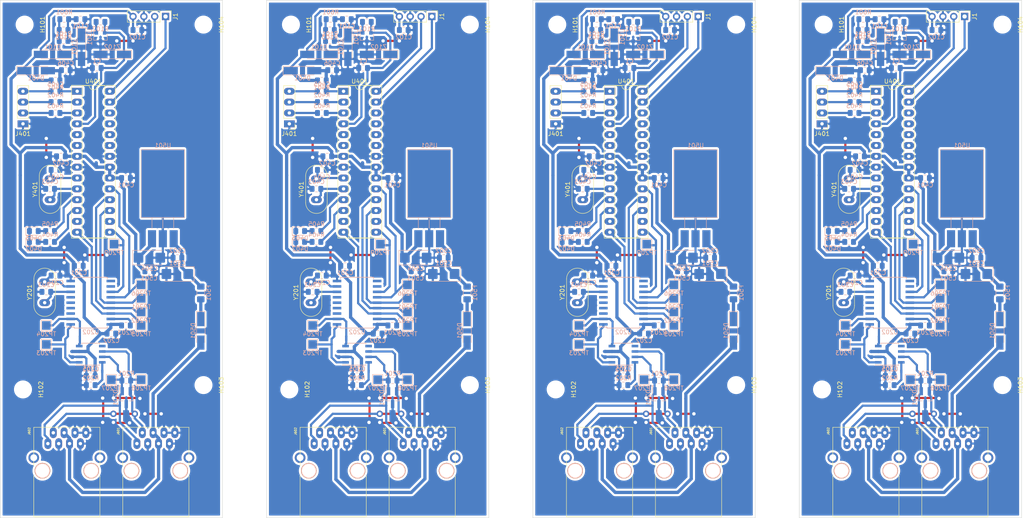
<source format=kicad_pcb>
(kicad_pcb (version 20171130) (host pcbnew 5.1.5)
  (layers (0 F.Cu jumper) (31 B.Cu signal) (34 B.Paste user) (35 F.Paste user) (36 B.SilkS user hide) (37 F.SilkS user) (38 B.Mask user) (39 F.Mask user) (44 Edge.Cuts user))
  (net 0 "")
  (net 1 GND)
  (net 2 +5V)
  (net 3 /MCU/RESET)
  (net 4 "Net-(C203-Pad1)")
  (net 5 "Net-(C204-Pad1)")
  (net 6 "Net-(C403-Pad1)")
  (net 7 "Net-(C404-Pad1)")
  (net 8 "Net-(C405-Pad2)")
  (net 9 "/POWER SUPPLY/+18V_OUT")
  (net 10 /MCU/LED2)
  (net 11 /MCU/LED1)
  (net 12 "Net-(D501-Pad1)")
  (net 13 "/POWER SUPPLY/+18V_IN")
  (net 14 "/CANBUS CONN/CAN_L")
  (net 15 "/CANBUS CONN/CAN_H")
  (net 16 "Net-(R202-Pad1)")
  (net 17 "Net-(R203-Pad2)")
  (net 18 /MCU/USART_RX)
  (net 19 "Net-(J401-Pad3)")
  (net 20 "Net-(J401-Pad2)")
  (net 21 /MCU/USART_TX)
  (net 22 /MOSI)
  (net 23 /MISO)
  (net 24 /CANBUS/TXCAN)
  (net 25 /CANBUS/RXCAN)
  (net 26 /CANBUS/CS)
  (net 27 /SCK)
  (net 28 /CANBUS/INT)
  (net 29 "Net-(U401-Pad5)")
  (net 30 "Net-(U401-Pad6)")
  (net 31 "Net-(U401-Pad24)")
  (net 32 "Net-(U401-Pad25)")
  (net 33 "Net-(U401-Pad26)")
  (net 34 "Net-(U401-Pad13)")
  (net 35 "Net-(U201-Pad5)")
  (net 36 "Net-(U202-Pad3)")
  (net 37 "Net-(U202-Pad4)")
  (net 38 "Net-(U202-Pad5)")
  (net 39 "Net-(U202-Pad6)")
  (net 40 "Net-(U202-Pad11)")
  (net 41 "Net-(D402-Pad2)")
  (net 42 "Net-(D403-Pad2)")
  (net 43 "Net-(U401-Pad16)")
  (net 44 "Net-(U202-Pad10)")
  (net 45 "Net-(U401-Pad23)")
  (net 46 /MCU/SDA)
  (net 47 /MCU/SCL)
  (net 48 /MCU/VOUT)
  (net 49 "Net-(C101-Pad1)")
  (net 50 "Net-(D101-Pad1)")
  (module TestPoint:TestPoint_Pad_2.0x2.0mm (layer B.Cu) (at 243.08 92.075)
    (fp_text reference TP209 (at 0 1.998) (layer B.SilkS) (effects (justify mirror)))
    (fp_text value INT)
    (pad 1 smd rect (at 0 0) (size 2 2) (layers B.Cu B.Mask) (net 28 /CANBUS/INT))
  )
  (module TestPoint:TestPoint_Pad_2.0x2.0mm (layer B.Cu) (at 180.68 92.075)
    (fp_text reference TP209 (at 0 1.998) (layer B.SilkS) (effects (justify mirror)))
    (fp_text value INT)
    (pad 1 smd rect (at 0 0) (size 2 2) (layers B.Cu B.Mask) (net 28 /CANBUS/INT))
  )
  (module TestPoint:TestPoint_Pad_2.0x2.0mm (layer B.Cu) (at 118.28 92.075)
    (fp_text reference TP209 (at 0 1.998) (layer B.SilkS) (effects (justify mirror)))
    (fp_text value INT)
    (pad 1 smd rect (at 0 0) (size 2 2) (layers B.Cu B.Mask) (net 28 /CANBUS/INT))
  )
  (module TestPoint:TestPoint_Pad_2.0x2.0mm (layer B.Cu) (at 249.43 123.825)
    (fp_text reference TP208 (at 0 1.998) (layer B.SilkS) (effects (justify mirror)))
    (fp_text value CAN_L)
    (pad 1 smd rect (at 0 0) (size 2 2) (layers B.Cu B.Mask) (net 14 "/CANBUS CONN/CAN_L"))
  )
  (module TestPoint:TestPoint_Pad_2.0x2.0mm (layer B.Cu) (at 187.03 123.825)
    (fp_text reference TP208 (at 0 1.998) (layer B.SilkS) (effects (justify mirror)))
    (fp_text value CAN_L)
    (pad 1 smd rect (at 0 0) (size 2 2) (layers B.Cu B.Mask) (net 14 "/CANBUS CONN/CAN_L"))
  )
  (module TestPoint:TestPoint_Pad_2.0x2.0mm (layer B.Cu) (at 124.63 123.825)
    (fp_text reference TP208 (at 0 1.998) (layer B.SilkS) (effects (justify mirror)))
    (fp_text value CAN_L)
    (pad 1 smd rect (at 0 0) (size 2 2) (layers B.Cu B.Mask) (net 14 "/CANBUS CONN/CAN_L"))
  )
  (module TestPoint:TestPoint_Pad_2.0x2.0mm (layer B.Cu) (at 242.445 123.825)
    (fp_text reference TP207 (at 0 1.998) (layer B.SilkS) (effects (justify mirror)))
    (fp_text value CAN_H)
    (pad 1 smd rect (at 0 0) (size 2 2) (layers B.Cu B.Mask) (net 15 "/CANBUS CONN/CAN_H"))
  )
  (module TestPoint:TestPoint_Pad_2.0x2.0mm (layer B.Cu) (at 180.045 123.825)
    (fp_text reference TP207 (at 0 1.998) (layer B.SilkS) (effects (justify mirror)))
    (fp_text value CAN_H)
    (pad 1 smd rect (at 0 0) (size 2 2) (layers B.Cu B.Mask) (net 15 "/CANBUS CONN/CAN_H"))
  )
  (module TestPoint:TestPoint_Pad_2.0x2.0mm (layer B.Cu) (at 117.645 123.825)
    (fp_text reference TP207 (at 0 1.998) (layer B.SilkS) (effects (justify mirror)))
    (fp_text value CAN_H)
    (pad 1 smd rect (at 0 0) (size 2 2) (layers B.Cu B.Mask) (net 15 "/CANBUS CONN/CAN_H"))
  )
  (module TestPoint:TestPoint_Pad_2.0x2.0mm (layer B.Cu) (at 249.43 111.125)
    (fp_text reference TP205 (at 0 1.998) (layer B.SilkS) (effects (justify mirror)))
    (fp_text value SC)
    (pad 1 smd rect (at 0 0) (size 2 2) (layers B.Cu B.Mask) (net 26 /CANBUS/CS))
  )
  (module TestPoint:TestPoint_Pad_2.0x2.0mm (layer B.Cu) (at 187.03 111.125)
    (fp_text reference TP205 (at 0 1.998) (layer B.SilkS) (effects (justify mirror)))
    (fp_text value SC)
    (pad 1 smd rect (at 0 0) (size 2 2) (layers B.Cu B.Mask) (net 26 /CANBUS/CS))
  )
  (module TestPoint:TestPoint_Pad_2.0x2.0mm (layer B.Cu) (at 124.63 111.125)
    (fp_text reference TP205 (at 0 1.998) (layer B.SilkS) (effects (justify mirror)))
    (fp_text value SC)
    (pad 1 smd rect (at 0 0) (size 2 2) (layers B.Cu B.Mask) (net 26 /CANBUS/CS))
  )
  (module TestPoint:TestPoint_Pad_2.0x2.0mm (layer B.Cu) (at 227.205 115.57)
    (fp_text reference TP203 (at 0 1.998) (layer B.SilkS) (effects (justify mirror)))
    (fp_text value TXCAN)
    (pad 1 smd rect (at 0 0) (size 2 2) (layers B.Cu B.Mask) (net 24 /CANBUS/TXCAN))
  )
  (module TestPoint:TestPoint_Pad_2.0x2.0mm (layer B.Cu) (at 164.805 115.57)
    (fp_text reference TP203 (at 0 1.998) (layer B.SilkS) (effects (justify mirror)))
    (fp_text value TXCAN)
    (pad 1 smd rect (at 0 0) (size 2 2) (layers B.Cu B.Mask) (net 24 /CANBUS/TXCAN))
  )
  (module TestPoint:TestPoint_Pad_2.0x2.0mm (layer B.Cu) (at 102.405 115.57)
    (fp_text reference TP203 (at 0 1.998) (layer B.SilkS) (effects (justify mirror)))
    (fp_text value TXCAN)
    (pad 1 smd rect (at 0 0) (size 2 2) (layers B.Cu B.Mask) (net 24 /CANBUS/TXCAN))
  )
  (module TestPoint:TestPoint_Pad_2.0x2.0mm (layer B.Cu) (at 249.43 107.95)
    (fp_text reference TP202 (at 0 1.998) (layer B.SilkS) (effects (justify mirror)))
    (fp_text value SO)
    (pad 1 smd rect (at 0 0) (size 2 2) (layers B.Cu B.Mask) (net 23 /MISO))
  )
  (module TestPoint:TestPoint_Pad_2.0x2.0mm (layer B.Cu) (at 187.03 107.95)
    (fp_text reference TP202 (at 0 1.998) (layer B.SilkS) (effects (justify mirror)))
    (fp_text value SO)
    (pad 1 smd rect (at 0 0) (size 2 2) (layers B.Cu B.Mask) (net 23 /MISO))
  )
  (module TestPoint:TestPoint_Pad_2.0x2.0mm (layer B.Cu) (at 124.63 107.95)
    (fp_text reference TP202 (at 0 1.998) (layer B.SilkS) (effects (justify mirror)))
    (fp_text value SO)
    (pad 1 smd rect (at 0 0) (size 2 2) (layers B.Cu B.Mask) (net 23 /MISO))
  )
  (module TestPoint:TestPoint_Pad_2.0x2.0mm (layer B.Cu) (at 249.43 104.775)
    (fp_text reference TP201 (at 0 1.998) (layer B.SilkS) (effects (justify mirror)))
    (fp_text value SI)
    (pad 1 smd rect (at 0 0) (size 2 2) (layers B.Cu B.Mask) (net 22 /MOSI))
  )
  (module TestPoint:TestPoint_Pad_2.0x2.0mm (layer B.Cu) (at 187.03 104.775)
    (fp_text reference TP201 (at 0 1.998) (layer B.SilkS) (effects (justify mirror)))
    (fp_text value SI)
    (pad 1 smd rect (at 0 0) (size 2 2) (layers B.Cu B.Mask) (net 22 /MOSI))
  )
  (module TestPoint:TestPoint_Pad_2.0x2.0mm (layer B.Cu) (at 124.63 104.775)
    (fp_text reference TP201 (at 0 1.998) (layer B.SilkS) (effects (justify mirror)))
    (fp_text value SI)
    (pad 1 smd rect (at 0 0) (size 2 2) (layers B.Cu B.Mask) (net 22 /MOSI))
  )
  (module Capacitor_SMD:C_0805_2012Metric_Pad1.15x1.40mm_HandSolder (layer B.Cu) (at 248.55 41.91)
    (fp_text reference C102 (at 0 1.65) (layer B.SilkS) (effects (justify mirror)))
    (fp_text value 100nF)
    (pad 1 smd roundrect (at -1.025 0) (size 1.15 1.4) (layers B.Cu B.Paste B.Mask) (roundrect_rratio 0.217) (net 2 +5V))
    (pad 2 smd roundrect (at 1.025 0) (size 1.15 1.4) (layers B.Cu B.Paste B.Mask) (roundrect_rratio 0.217391) (net 1 GND))
  )
  (module Capacitor_SMD:C_0805_2012Metric_Pad1.15x1.40mm_HandSolder (layer B.Cu) (at 186.15 41.91)
    (fp_text reference C102 (at 0 1.65) (layer B.SilkS) (effects (justify mirror)))
    (fp_text value 100nF)
    (pad 1 smd roundrect (at -1.025 0) (size 1.15 1.4) (layers B.Cu B.Paste B.Mask) (roundrect_rratio 0.217) (net 2 +5V))
    (pad 2 smd roundrect (at 1.025 0) (size 1.15 1.4) (layers B.Cu B.Paste B.Mask) (roundrect_rratio 0.217391) (net 1 GND))
  )
  (module Capacitor_SMD:C_0805_2012Metric_Pad1.15x1.40mm_HandSolder (layer B.Cu) (at 123.75 41.91)
    (fp_text reference C102 (at 0 1.65) (layer B.SilkS) (effects (justify mirror)))
    (fp_text value 100nF)
    (pad 1 smd roundrect (at -1.025 0) (size 1.15 1.4) (layers B.Cu B.Paste B.Mask) (roundrect_rratio 0.217) (net 2 +5V))
    (pad 2 smd roundrect (at 1.025 0) (size 1.15 1.4) (layers B.Cu B.Paste B.Mask) (roundrect_rratio 0.217391) (net 1 GND))
  )
  (module Capacitor_SMD:C_0805_2012Metric_Pad1.15x1.40mm_HandSolder (layer B.Cu) (at 235.215 39.37)
    (fp_text reference C101 (at 0 1.65) (layer B.SilkS) (effects (justify mirror)))
    (fp_text value 100n)
    (pad 1 smd roundrect (at -1.025 0) (size 1.15 1.4) (layers B.Cu B.Paste B.Mask) (roundrect_rratio 0.217391) (net 49 "Net-(C101-Pad1)"))
    (pad 2 smd roundrect (at 1.025 0) (size 1.15 1.4) (layers B.Cu B.Paste B.Mask) (roundrect_rratio 0.217391) (net 1 GND))
  )
  (module Capacitor_SMD:C_0805_2012Metric_Pad1.15x1.40mm_HandSolder (layer B.Cu) (at 172.815 39.37)
    (fp_text reference C101 (at 0 1.65) (layer B.SilkS) (effects (justify mirror)))
    (fp_text value 100n)
    (pad 1 smd roundrect (at -1.025 0) (size 1.15 1.4) (layers B.Cu B.Paste B.Mask) (roundrect_rratio 0.217391) (net 49 "Net-(C101-Pad1)"))
    (pad 2 smd roundrect (at 1.025 0) (size 1.15 1.4) (layers B.Cu B.Paste B.Mask) (roundrect_rratio 0.217391) (net 1 GND))
  )
  (module Capacitor_SMD:C_0805_2012Metric_Pad1.15x1.40mm_HandSolder (layer B.Cu) (at 110.415 39.37)
    (fp_text reference C101 (at 0 1.65) (layer B.SilkS) (effects (justify mirror)))
    (fp_text value 100n)
    (pad 1 smd roundrect (at -1.025 0) (size 1.15 1.4) (layers B.Cu B.Paste B.Mask) (roundrect_rratio 0.217391) (net 49 "Net-(C101-Pad1)"))
    (pad 2 smd roundrect (at 1.025 0) (size 1.15 1.4) (layers B.Cu B.Paste B.Mask) (roundrect_rratio 0.217391) (net 1 GND))
  )
  (module TestPoint:TestPoint_Pad_2.0x2.0mm (layer B.Cu) (at 249.43 101.6)
    (fp_text reference TP206 (at 0 1.998) (layer B.SilkS) (effects (justify mirror)))
    (fp_text value SCK)
    (pad 1 smd rect (at 0 0) (size 2 2) (layers B.Cu B.Mask) (net 27 /SCK))
  )
  (module TestPoint:TestPoint_Pad_2.0x2.0mm (layer B.Cu) (at 187.03 101.6)
    (fp_text reference TP206 (at 0 1.998) (layer B.SilkS) (effects (justify mirror)))
    (fp_text value SCK)
    (pad 1 smd rect (at 0 0) (size 2 2) (layers B.Cu B.Mask) (net 27 /SCK))
  )
  (module TestPoint:TestPoint_Pad_2.0x2.0mm (layer B.Cu) (at 124.63 101.6)
    (fp_text reference TP206 (at 0 1.998) (layer B.SilkS) (effects (justify mirror)))
    (fp_text value SCK)
    (pad 1 smd rect (at 0 0) (size 2 2) (layers B.Cu B.Mask) (net 27 /SCK))
  )
  (module TestPoint:TestPoint_Pad_2.0x2.0mm (layer B.Cu) (at 227.205 111.125)
    (fp_text reference TP204 (at 0 1.998) (layer B.SilkS) (effects (justify mirror)))
    (fp_text value RXCAN)
    (pad 1 smd rect (at 0 0) (size 2 2) (layers B.Cu B.Mask) (net 25 /CANBUS/RXCAN))
  )
  (module TestPoint:TestPoint_Pad_2.0x2.0mm (layer B.Cu) (at 164.805 111.125)
    (fp_text reference TP204 (at 0 1.998) (layer B.SilkS) (effects (justify mirror)))
    (fp_text value RXCAN)
    (pad 1 smd rect (at 0 0) (size 2 2) (layers B.Cu B.Mask) (net 25 /CANBUS/RXCAN))
  )
  (module TestPoint:TestPoint_Pad_2.0x2.0mm (layer B.Cu) (at 102.405 111.125)
    (fp_text reference TP204 (at 0 1.998) (layer B.SilkS) (effects (justify mirror)))
    (fp_text value RXCAN)
    (pad 1 smd rect (at 0 0) (size 2 2) (layers B.Cu B.Mask) (net 25 /CANBUS/RXCAN))
  )
  (module Diode_SMD:D_MiniMELF_Handsoldering (layer B.Cu) (at 242.655 47.625 180)
    (fp_text reference Z102 (at 0 1.75 180) (layer B.SilkS) (effects (justify mirror)))
    (fp_text value 4.7V)
    (pad 1 smd rect (at -2.75 0 180) (size 3.3 1.7) (layers B.Cu B.Paste B.Mask) (net 48 /MCU/VOUT))
    (pad 2 smd rect (at 2.75 0 180) (size 3.3 1.7) (layers B.Cu B.Paste B.Mask) (net 1 GND))
  )
  (module Diode_SMD:D_MiniMELF_Handsoldering (layer B.Cu) (at 180.255 47.625 180)
    (fp_text reference Z102 (at 0 1.75 180) (layer B.SilkS) (effects (justify mirror)))
    (fp_text value 4.7V)
    (pad 1 smd rect (at -2.75 0 180) (size 3.3 1.7) (layers B.Cu B.Paste B.Mask) (net 48 /MCU/VOUT))
    (pad 2 smd rect (at 2.75 0 180) (size 3.3 1.7) (layers B.Cu B.Paste B.Mask) (net 1 GND))
  )
  (module Diode_SMD:D_MiniMELF_Handsoldering (layer B.Cu) (at 117.855 47.625 180)
    (fp_text reference Z102 (at 0 1.75 180) (layer B.SilkS) (effects (justify mirror)))
    (fp_text value 4.7V)
    (pad 1 smd rect (at -2.75 0 180) (size 3.3 1.7) (layers B.Cu B.Paste B.Mask) (net 48 /MCU/VOUT))
    (pad 2 smd rect (at 2.75 0 180) (size 3.3 1.7) (layers B.Cu B.Paste B.Mask) (net 1 GND))
  )
  (module Diode_SMD:D_MiniMELF_Handsoldering (layer B.Cu) (at 235.46 45.93 270)
    (fp_text reference Z101 (at 0 1.75 270) (layer B.SilkS) (effects (justify mirror)))
    (fp_text value 4.7V)
    (pad 1 smd rect (at -2.75 0 270) (size 3.3 1.7) (layers B.Cu B.Paste B.Mask) (net 49 "Net-(C101-Pad1)"))
    (pad 2 smd rect (at 2.75 0 270) (size 3.3 1.7) (layers B.Cu B.Paste B.Mask) (net 1 GND))
  )
  (module Diode_SMD:D_MiniMELF_Handsoldering (layer B.Cu) (at 173.06 45.93 270)
    (fp_text reference Z101 (at 0 1.75 270) (layer B.SilkS) (effects (justify mirror)))
    (fp_text value 4.7V)
    (pad 1 smd rect (at -2.75 0 270) (size 3.3 1.7) (layers B.Cu B.Paste B.Mask) (net 49 "Net-(C101-Pad1)"))
    (pad 2 smd rect (at 2.75 0 270) (size 3.3 1.7) (layers B.Cu B.Paste B.Mask) (net 1 GND))
  )
  (module Diode_SMD:D_MiniMELF_Handsoldering (layer B.Cu) (at 110.66 45.93 270)
    (fp_text reference Z101 (at 0 1.75 270) (layer B.SilkS) (effects (justify mirror)))
    (fp_text value 4.7V)
    (pad 1 smd rect (at -2.75 0 270) (size 3.3 1.7) (layers B.Cu B.Paste B.Mask) (net 49 "Net-(C101-Pad1)"))
    (pad 2 smd rect (at 2.75 0 270) (size 3.3 1.7) (layers B.Cu B.Paste B.Mask) (net 1 GND))
  )
  (module Package_TO_SOT_SMD:SOT-23 (layer B.Cu) (at 239.905 43.545 270)
    (fp_text reference U301 (at 0 2.5 270) (layer B.SilkS) (effects (justify mirror)))
    (fp_text value A1101ELHL)
    (pad 1 smd rect (at -1 0.95 270) (size 0.9 0.8) (layers B.Cu B.Paste B.Mask) (net 49 "Net-(C101-Pad1)"))
    (pad 2 smd rect (at -1 -0.95 270) (size 0.9 0.8) (layers B.Cu B.Paste B.Mask) (net 48 /MCU/VOUT))
    (pad 3 smd rect (at 1 0 270) (size 0.9 0.8) (layers B.Cu B.Paste B.Mask) (net 1 GND))
  )
  (module Package_TO_SOT_SMD:SOT-23 (layer B.Cu) (at 177.505 43.545 270)
    (fp_text reference U301 (at 0 2.5 270) (layer B.SilkS) (effects (justify mirror)))
    (fp_text value A1101ELHL)
    (pad 1 smd rect (at -1 0.95 270) (size 0.9 0.8) (layers B.Cu B.Paste B.Mask) (net 49 "Net-(C101-Pad1)"))
    (pad 2 smd rect (at -1 -0.95 270) (size 0.9 0.8) (layers B.Cu B.Paste B.Mask) (net 48 /MCU/VOUT))
    (pad 3 smd rect (at 1 0 270) (size 0.9 0.8) (layers B.Cu B.Paste B.Mask) (net 1 GND))
  )
  (module Package_TO_SOT_SMD:SOT-23 (layer B.Cu) (at 115.105 43.545 270)
    (fp_text reference U301 (at 0 2.5 270) (layer B.SilkS) (effects (justify mirror)))
    (fp_text value A1101ELHL)
    (pad 1 smd rect (at -1 0.95 270) (size 0.9 0.8) (layers B.Cu B.Paste B.Mask) (net 49 "Net-(C101-Pad1)"))
    (pad 2 smd rect (at -1 -0.95 270) (size 0.9 0.8) (layers B.Cu B.Paste B.Mask) (net 48 /MCU/VOUT))
    (pad 3 smd rect (at 1 0 270) (size 0.9 0.8) (layers B.Cu B.Paste B.Mask) (net 1 GND))
  )
  (module Resistor_SMD:R_0805_2012Metric_Pad1.15x1.40mm_HandSolder (layer B.Cu) (at 231.26 44.45 180)
    (fp_text reference R101 (at 0 1.65) (layer B.SilkS) (effects (justify mirror)))
    (fp_text value 330)
    (pad 1 smd roundrect (at -1.025 0 180) (size 1.15 1.4) (layers B.Cu B.Paste B.Mask) (roundrect_rratio 0.217) (net 49 "Net-(C101-Pad1)"))
    (pad 2 smd roundrect (at 1.025 0 180) (size 1.15 1.4) (layers B.Cu B.Paste B.Mask) (roundrect_rratio 0.217) (net 50 "Net-(D101-Pad1)"))
  )
  (module Resistor_SMD:R_0805_2012Metric_Pad1.15x1.40mm_HandSolder (layer B.Cu) (at 168.86 44.45 180)
    (fp_text reference R101 (at 0 1.65) (layer B.SilkS) (effects (justify mirror)))
    (fp_text value 330)
    (pad 1 smd roundrect (at -1.025 0 180) (size 1.15 1.4) (layers B.Cu B.Paste B.Mask) (roundrect_rratio 0.217) (net 49 "Net-(C101-Pad1)"))
    (pad 2 smd roundrect (at 1.025 0 180) (size 1.15 1.4) (layers B.Cu B.Paste B.Mask) (roundrect_rratio 0.217) (net 50 "Net-(D101-Pad1)"))
  )
  (module Resistor_SMD:R_0805_2012Metric_Pad1.15x1.40mm_HandSolder (layer B.Cu) (at 106.46 44.45 180)
    (fp_text reference R101 (at 0 1.65) (layer B.SilkS) (effects (justify mirror)))
    (fp_text value 330)
    (pad 1 smd roundrect (at -1.025 0 180) (size 1.15 1.4) (layers B.Cu B.Paste B.Mask) (roundrect_rratio 0.217) (net 49 "Net-(C101-Pad1)"))
    (pad 2 smd roundrect (at 1.025 0 180) (size 1.15 1.4) (layers B.Cu B.Paste B.Mask) (roundrect_rratio 0.217) (net 50 "Net-(D101-Pad1)"))
  )
  (module Diode_SMD:D_MiniMELF_Handsoldering (layer B.Cu) (at 228.685 47.625 180)
    (fp_text reference D101 (at 0 1.75 180) (layer B.SilkS) (effects (justify mirror)))
    (fp_text value LL4148)
    (pad 1 smd rect (at -2.75 0 180) (size 3.3 1.7) (layers B.Cu B.Paste B.Mask) (net 50 "Net-(D101-Pad1)"))
    (pad 2 smd rect (at 2.75 0 180) (size 3.3 1.7) (layers B.Cu B.Paste B.Mask) (net 2 +5V))
  )
  (module Diode_SMD:D_MiniMELF_Handsoldering (layer B.Cu) (at 166.285 47.625 180)
    (fp_text reference D101 (at 0 1.75 180) (layer B.SilkS) (effects (justify mirror)))
    (fp_text value LL4148)
    (pad 1 smd rect (at -2.75 0 180) (size 3.3 1.7) (layers B.Cu B.Paste B.Mask) (net 50 "Net-(D101-Pad1)"))
    (pad 2 smd rect (at 2.75 0 180) (size 3.3 1.7) (layers B.Cu B.Paste B.Mask) (net 2 +5V))
  )
  (module Diode_SMD:D_MiniMELF_Handsoldering (layer B.Cu) (at 103.885 47.625 180)
    (fp_text reference D101 (at 0 1.75 180) (layer B.SilkS) (effects (justify mirror)))
    (fp_text value LL4148)
    (pad 1 smd rect (at -2.75 0 180) (size 3.3 1.7) (layers B.Cu B.Paste B.Mask) (net 50 "Net-(D101-Pad1)"))
    (pad 2 smd rect (at 2.75 0 180) (size 3.3 1.7) (layers B.Cu B.Paste B.Mask) (net 2 +5V))
  )
  (module Capacitor_SMD:C_0805_2012Metric_Pad1.15x1.40mm_HandSolder (layer B.Cu) (at 239.025 50.8 180)
    (fp_text reference C1 (at 0 1.65 180) (layer B.SilkS) (effects (justify mirror)))
    (fp_text value 4.7n)
    (pad 1 smd roundrect (at -1.025 0 180) (size 1.15 1.4) (layers B.Cu B.Paste B.Mask) (roundrect_rratio 0.217391) (net 48 /MCU/VOUT))
    (pad 2 smd roundrect (at 1.025 0 180) (size 1.15 1.4) (layers B.Cu B.Paste B.Mask) (roundrect_rratio 0.217) (net 1 GND))
  )
  (module Capacitor_SMD:C_0805_2012Metric_Pad1.15x1.40mm_HandSolder (layer B.Cu) (at 176.625 50.8 180)
    (fp_text reference C1 (at 0 1.65 180) (layer B.SilkS) (effects (justify mirror)))
    (fp_text value 4.7n)
    (pad 1 smd roundrect (at -1.025 0 180) (size 1.15 1.4) (layers B.Cu B.Paste B.Mask) (roundrect_rratio 0.217391) (net 48 /MCU/VOUT))
    (pad 2 smd roundrect (at 1.025 0 180) (size 1.15 1.4) (layers B.Cu B.Paste B.Mask) (roundrect_rratio 0.217) (net 1 GND))
  )
  (module Capacitor_SMD:C_0805_2012Metric_Pad1.15x1.40mm_HandSolder (layer B.Cu) (at 114.225 50.8 180)
    (fp_text reference C1 (at 0 1.65 180) (layer B.SilkS) (effects (justify mirror)))
    (fp_text value 4.7n)
    (pad 1 smd roundrect (at -1.025 0 180) (size 1.15 1.4) (layers B.Cu B.Paste B.Mask) (roundrect_rratio 0.217391) (net 48 /MCU/VOUT))
    (pad 2 smd roundrect (at 1.025 0 180) (size 1.15 1.4) (layers B.Cu B.Paste B.Mask) (roundrect_rratio 0.217) (net 1 GND))
  )
  (module Resistor_SMD:R_0805_2012Metric_Pad1.15x1.40mm_HandSolder (layer B.Cu) (at 231.405 39.37 180)
    (fp_text reference R601 (at 0 1.65) (layer B.SilkS) (effects (justify mirror)))
    (fp_text value 330)
    (pad 1 smd roundrect (at -1.025 0 180) (size 1.15 1.4) (layers B.Cu B.Paste B.Mask) (roundrect_rratio 0.217391) (net 49 "Net-(C101-Pad1)"))
    (pad 2 smd roundrect (at 1.025 0 180) (size 1.15 1.4) (layers B.Cu B.Paste B.Mask) (roundrect_rratio 0.217391) (net 50 "Net-(D101-Pad1)"))
  )
  (module Resistor_SMD:R_0805_2012Metric_Pad1.15x1.40mm_HandSolder (layer B.Cu) (at 169.005 39.37 180)
    (fp_text reference R601 (at 0 1.65) (layer B.SilkS) (effects (justify mirror)))
    (fp_text value 330)
    (pad 1 smd roundrect (at -1.025 0 180) (size 1.15 1.4) (layers B.Cu B.Paste B.Mask) (roundrect_rratio 0.217391) (net 49 "Net-(C101-Pad1)"))
    (pad 2 smd roundrect (at 1.025 0 180) (size 1.15 1.4) (layers B.Cu B.Paste B.Mask) (roundrect_rratio 0.217391) (net 50 "Net-(D101-Pad1)"))
  )
  (module Resistor_SMD:R_0805_2012Metric_Pad1.15x1.40mm_HandSolder (layer B.Cu) (at 106.605 39.37 180)
    (fp_text reference R601 (at 0 1.65) (layer B.SilkS) (effects (justify mirror)))
    (fp_text value 330)
    (pad 1 smd roundrect (at -1.025 0 180) (size 1.15 1.4) (layers B.Cu B.Paste B.Mask) (roundrect_rratio 0.217391) (net 49 "Net-(C101-Pad1)"))
    (pad 2 smd roundrect (at 1.025 0 180) (size 1.15 1.4) (layers B.Cu B.Paste B.Mask) (roundrect_rratio 0.217391) (net 50 "Net-(D101-Pad1)"))
  )
  (module Resistor_SMD:R_0805_2012Metric_Pad1.15x1.40mm_HandSolder (layer B.Cu) (at 239.905 40.005)
    (fp_text reference R102 (at 0 1.65) (layer B.SilkS) (effects (justify mirror)))
    (fp_text value 10k)
    (pad 1 smd roundrect (at -1.025 0) (size 1.15 1.4) (layers B.Cu B.Paste B.Mask) (roundrect_rratio 0.217391) (net 49 "Net-(C101-Pad1)"))
    (pad 2 smd roundrect (at 1.025 0) (size 1.15 1.4) (layers B.Cu B.Paste B.Mask) (roundrect_rratio 0.217391) (net 48 /MCU/VOUT))
  )
  (module Resistor_SMD:R_0805_2012Metric_Pad1.15x1.40mm_HandSolder (layer B.Cu) (at 177.505 40.005)
    (fp_text reference R102 (at 0 1.65) (layer B.SilkS) (effects (justify mirror)))
    (fp_text value 10k)
    (pad 1 smd roundrect (at -1.025 0) (size 1.15 1.4) (layers B.Cu B.Paste B.Mask) (roundrect_rratio 0.217391) (net 49 "Net-(C101-Pad1)"))
    (pad 2 smd roundrect (at 1.025 0) (size 1.15 1.4) (layers B.Cu B.Paste B.Mask) (roundrect_rratio 0.217391) (net 48 /MCU/VOUT))
  )
  (module Resistor_SMD:R_0805_2012Metric_Pad1.15x1.40mm_HandSolder (layer B.Cu) (at 115.105 40.005)
    (fp_text reference R102 (at 0 1.65) (layer B.SilkS) (effects (justify mirror)))
    (fp_text value 10k)
    (pad 1 smd roundrect (at -1.025 0) (size 1.15 1.4) (layers B.Cu B.Paste B.Mask) (roundrect_rratio 0.217391) (net 49 "Net-(C101-Pad1)"))
    (pad 2 smd roundrect (at 1.025 0) (size 1.15 1.4) (layers B.Cu B.Paste B.Mask) (roundrect_rratio 0.217391) (net 48 /MCU/VOUT))
  )
  (module Resistor_SMD:R_0805_2012Metric_Pad1.15x1.40mm_HandSolder (layer B.Cu) (at 231.26 41.91)
    (fp_text reference R103 (at 0 1.65) (layer B.SilkS) (effects (justify mirror)))
    (fp_text value 330)
    (pad 1 smd roundrect (at -1.025 0) (size 1.15 1.4) (layers B.Cu B.Paste B.Mask) (roundrect_rratio 0.217391) (net 50 "Net-(D101-Pad1)"))
    (pad 2 smd roundrect (at 1.025 0) (size 1.15 1.4) (layers B.Cu B.Paste B.Mask) (roundrect_rratio 0.217391) (net 49 "Net-(C101-Pad1)"))
  )
  (module Resistor_SMD:R_0805_2012Metric_Pad1.15x1.40mm_HandSolder (layer B.Cu) (at 168.86 41.91)
    (fp_text reference R103 (at 0 1.65) (layer B.SilkS) (effects (justify mirror)))
    (fp_text value 330)
    (pad 1 smd roundrect (at -1.025 0) (size 1.15 1.4) (layers B.Cu B.Paste B.Mask) (roundrect_rratio 0.217391) (net 50 "Net-(D101-Pad1)"))
    (pad 2 smd roundrect (at 1.025 0) (size 1.15 1.4) (layers B.Cu B.Paste B.Mask) (roundrect_rratio 0.217391) (net 49 "Net-(C101-Pad1)"))
  )
  (module Resistor_SMD:R_0805_2012Metric_Pad1.15x1.40mm_HandSolder (layer B.Cu) (at 106.46 41.91)
    (fp_text reference R103 (at 0 1.65) (layer B.SilkS) (effects (justify mirror)))
    (fp_text value 330)
    (pad 1 smd roundrect (at -1.025 0) (size 1.15 1.4) (layers B.Cu B.Paste B.Mask) (roundrect_rratio 0.217391) (net 50 "Net-(D101-Pad1)"))
    (pad 2 smd roundrect (at 1.025 0) (size 1.15 1.4) (layers B.Cu B.Paste B.Mask) (roundrect_rratio 0.217391) (net 49 "Net-(C101-Pad1)"))
  )
  (module Capacitor_Tantalum_SMD:CP_EIA-6032-20_AVX-F_Pad2.25x2.35mm_HandSolder (layer B.Cu) (at 251.36 95.25)
    (fp_text reference C504 (at 0 2.55) (layer B.SilkS) (effects (justify mirror)))
    (fp_text value 1uF)
    (pad 1 smd roundrect (at -2.55 0) (size 2.25 2.35) (layers B.Cu B.Paste B.Mask) (roundrect_rratio 0.111111) (net 2 +5V))
    (pad 2 smd roundrect (at 2.55 0) (size 2.25 2.35) (layers B.Cu B.Paste B.Mask) (roundrect_rratio 0.111111) (net 1 GND))
  )
  (module Capacitor_Tantalum_SMD:CP_EIA-6032-20_AVX-F_Pad2.25x2.35mm_HandSolder (layer B.Cu) (at 188.96 95.25)
    (fp_text reference C504 (at 0 2.55) (layer B.SilkS) (effects (justify mirror)))
    (fp_text value 1uF)
    (pad 1 smd roundrect (at -2.55 0) (size 2.25 2.35) (layers B.Cu B.Paste B.Mask) (roundrect_rratio 0.111111) (net 2 +5V))
    (pad 2 smd roundrect (at 2.55 0) (size 2.25 2.35) (layers B.Cu B.Paste B.Mask) (roundrect_rratio 0.111111) (net 1 GND))
  )
  (module Capacitor_Tantalum_SMD:CP_EIA-6032-20_AVX-F_Pad2.25x2.35mm_HandSolder (layer B.Cu) (at 126.56 95.25)
    (fp_text reference C504 (at 0 2.55) (layer B.SilkS) (effects (justify mirror)))
    (fp_text value 1uF)
    (pad 1 smd roundrect (at -2.55 0) (size 2.25 2.35) (layers B.Cu B.Paste B.Mask) (roundrect_rratio 0.111111) (net 2 +5V))
    (pad 2 smd roundrect (at 2.55 0) (size 2.25 2.35) (layers B.Cu B.Paste B.Mask) (roundrect_rratio 0.111111) (net 1 GND))
  )
  (module Capacitor_SMD:C_0805_2012Metric_Pad1.15x1.40mm_HandSolder (layer B.Cu) (at 257.93 95.25 180)
    (fp_text reference C502 (at 0 1.65 180) (layer B.SilkS) (effects (justify mirror)))
    (fp_text value 100nF)
    (pad 2 smd roundrect (at 1.025 0 180) (size 1.15 1.4) (layers B.Cu B.Paste B.Mask) (roundrect_rratio 0.217391) (net 1 GND))
    (pad 1 smd roundrect (at -1.025 0 180) (size 1.15 1.4) (layers B.Cu B.Paste B.Mask) (roundrect_rratio 0.217391) (net 9 "/POWER SUPPLY/+18V_OUT"))
  )
  (module Capacitor_SMD:C_0805_2012Metric_Pad1.15x1.40mm_HandSolder (layer B.Cu) (at 195.53 95.25 180)
    (fp_text reference C502 (at 0 1.65 180) (layer B.SilkS) (effects (justify mirror)))
    (fp_text value 100nF)
    (pad 2 smd roundrect (at 1.025 0 180) (size 1.15 1.4) (layers B.Cu B.Paste B.Mask) (roundrect_rratio 0.217391) (net 1 GND))
    (pad 1 smd roundrect (at -1.025 0 180) (size 1.15 1.4) (layers B.Cu B.Paste B.Mask) (roundrect_rratio 0.217391) (net 9 "/POWER SUPPLY/+18V_OUT"))
  )
  (module Capacitor_SMD:C_0805_2012Metric_Pad1.15x1.40mm_HandSolder (layer B.Cu) (at 133.13 95.25 180)
    (fp_text reference C502 (at 0 1.65 180) (layer B.SilkS) (effects (justify mirror)))
    (fp_text value 100nF)
    (pad 2 smd roundrect (at 1.025 0 180) (size 1.15 1.4) (layers B.Cu B.Paste B.Mask) (roundrect_rratio 0.217391) (net 1 GND))
    (pad 1 smd roundrect (at -1.025 0 180) (size 1.15 1.4) (layers B.Cu B.Paste B.Mask) (roundrect_rratio 0.217391) (net 9 "/POWER SUPPLY/+18V_OUT"))
  )
  (module Capacitor_SMD:C_0805_2012Metric_Pad1.15x1.40mm_HandSolder (layer B.Cu) (at 242.445 113.03)
    (fp_text reference C202 (at 0 1.65) (layer B.SilkS) (effects (justify mirror)))
    (fp_text value 100nF)
    (pad 2 smd roundrect (at 1.025 0) (size 1.15 1.4) (layers B.Cu B.Paste B.Mask) (roundrect_rratio 0.217391) (net 1 GND))
    (pad 1 smd roundrect (at -1.025 0) (size 1.15 1.4) (layers B.Cu B.Paste B.Mask) (roundrect_rratio 0.217391) (net 2 +5V))
  )
  (module Capacitor_SMD:C_0805_2012Metric_Pad1.15x1.40mm_HandSolder (layer B.Cu) (at 180.045 113.03)
    (fp_text reference C202 (at 0 1.65) (layer B.SilkS) (effects (justify mirror)))
    (fp_text value 100nF)
    (pad 2 smd roundrect (at 1.025 0) (size 1.15 1.4) (layers B.Cu B.Paste B.Mask) (roundrect_rratio 0.217391) (net 1 GND))
    (pad 1 smd roundrect (at -1.025 0) (size 1.15 1.4) (layers B.Cu B.Paste B.Mask) (roundrect_rratio 0.217391) (net 2 +5V))
  )
  (module Capacitor_SMD:C_0805_2012Metric_Pad1.15x1.40mm_HandSolder (layer B.Cu) (at 117.645 113.03)
    (fp_text reference C202 (at 0 1.65) (layer B.SilkS) (effects (justify mirror)))
    (fp_text value 100nF)
    (pad 2 smd roundrect (at 1.025 0) (size 1.15 1.4) (layers B.Cu B.Paste B.Mask) (roundrect_rratio 0.217391) (net 1 GND))
    (pad 1 smd roundrect (at -1.025 0) (size 1.15 1.4) (layers B.Cu B.Paste B.Mask) (roundrect_rratio 0.217391) (net 2 +5V))
  )
  (module Capacitor_SMD:C_0805_2012Metric_Pad1.15x1.40mm_HandSolder (layer B.Cu) (at 231.777 51.308 180)
    (fp_text reference C406 (at 0 1.65 180) (layer B.SilkS) (effects (justify mirror)))
    (fp_text value 100nF)
    (pad 2 smd roundrect (at 1.025 0 180) (size 1.15 1.4) (layers B.Cu B.Paste B.Mask) (roundrect_rratio 0.217391) (net 3 /MCU/RESET))
    (pad 1 smd roundrect (at -1.025 0 180) (size 1.15 1.4) (layers B.Cu B.Paste B.Mask) (roundrect_rratio 0.217391) (net 1 GND))
  )
  (module Capacitor_SMD:C_0805_2012Metric_Pad1.15x1.40mm_HandSolder (layer B.Cu) (at 169.377 51.308 180)
    (fp_text reference C406 (at 0 1.65 180) (layer B.SilkS) (effects (justify mirror)))
    (fp_text value 100nF)
    (pad 2 smd roundrect (at 1.025 0 180) (size 1.15 1.4) (layers B.Cu B.Paste B.Mask) (roundrect_rratio 0.217391) (net 3 /MCU/RESET))
    (pad 1 smd roundrect (at -1.025 0 180) (size 1.15 1.4) (layers B.Cu B.Paste B.Mask) (roundrect_rratio 0.217391) (net 1 GND))
  )
  (module Capacitor_SMD:C_0805_2012Metric_Pad1.15x1.40mm_HandSolder (layer B.Cu) (at 106.977 51.308 180)
    (fp_text reference C406 (at 0 1.65 180) (layer B.SilkS) (effects (justify mirror)))
    (fp_text value 100nF)
    (pad 2 smd roundrect (at 1.025 0 180) (size 1.15 1.4) (layers B.Cu B.Paste B.Mask) (roundrect_rratio 0.217391) (net 3 /MCU/RESET))
    (pad 1 smd roundrect (at -1.025 0 180) (size 1.15 1.4) (layers B.Cu B.Paste B.Mask) (roundrect_rratio 0.217391) (net 1 GND))
  )
  (module Capacitor_SMD:C_0805_2012Metric_Pad1.15x1.40mm_HandSolder (layer B.Cu) (at 229.364 74.676)
    (fp_text reference C404 (at 0 1.65) (layer B.SilkS) (effects (justify mirror)))
    (fp_text value 22pF)
    (pad 2 smd roundrect (at 1.025 0) (size 1.15 1.4) (layers B.Cu B.Paste B.Mask) (roundrect_rratio 0.217391) (net 1 GND))
    (pad 1 smd roundrect (at -1.025 0) (size 1.15 1.4) (layers B.Cu B.Paste B.Mask) (roundrect_rratio 0.217391) (net 7 "Net-(C404-Pad1)"))
  )
  (module Capacitor_SMD:C_0805_2012Metric_Pad1.15x1.40mm_HandSolder (layer B.Cu) (at 166.964 74.676)
    (fp_text reference C404 (at 0 1.65) (layer B.SilkS) (effects (justify mirror)))
    (fp_text value 22pF)
    (pad 2 smd roundrect (at 1.025 0) (size 1.15 1.4) (layers B.Cu B.Paste B.Mask) (roundrect_rratio 0.217391) (net 1 GND))
    (pad 1 smd roundrect (at -1.025 0) (size 1.15 1.4) (layers B.Cu B.Paste B.Mask) (roundrect_rratio 0.217391) (net 7 "Net-(C404-Pad1)"))
  )
  (module Capacitor_SMD:C_0805_2012Metric_Pad1.15x1.40mm_HandSolder (layer B.Cu) (at 104.564 74.676)
    (fp_text reference C404 (at 0 1.65) (layer B.SilkS) (effects (justify mirror)))
    (fp_text value 22pF)
    (pad 2 smd roundrect (at 1.025 0) (size 1.15 1.4) (layers B.Cu B.Paste B.Mask) (roundrect_rratio 0.217391) (net 1 GND))
    (pad 1 smd roundrect (at -1.025 0) (size 1.15 1.4) (layers B.Cu B.Paste B.Mask) (roundrect_rratio 0.217391) (net 7 "Net-(C404-Pad1)"))
  )
  (module Capacitor_SMD:C_0805_2012Metric_Pad1.15x1.40mm_HandSolder (layer B.Cu) (at 229.364 56.261 180)
    (fp_text reference C405 (at 0 1.65 180) (layer B.SilkS) (effects (justify mirror)))
    (fp_text value 100nF)
    (pad 2 smd roundrect (at 1.025 0 180) (size 1.15 1.4) (layers B.Cu B.Paste B.Mask) (roundrect_rratio 0.217391) (net 8 "Net-(C405-Pad2)"))
    (pad 1 smd roundrect (at -1.025 0 180) (size 1.15 1.4) (layers B.Cu B.Paste B.Mask) (roundrect_rratio 0.217391) (net 3 /MCU/RESET))
  )
  (module Capacitor_SMD:C_0805_2012Metric_Pad1.15x1.40mm_HandSolder (layer B.Cu) (at 166.964 56.261 180)
    (fp_text reference C405 (at 0 1.65 180) (layer B.SilkS) (effects (justify mirror)))
    (fp_text value 100nF)
    (pad 2 smd roundrect (at 1.025 0 180) (size 1.15 1.4) (layers B.Cu B.Paste B.Mask) (roundrect_rratio 0.217391) (net 8 "Net-(C405-Pad2)"))
    (pad 1 smd roundrect (at -1.025 0 180) (size 1.15 1.4) (layers B.Cu B.Paste B.Mask) (roundrect_rratio 0.217391) (net 3 /MCU/RESET))
  )
  (module Capacitor_SMD:C_0805_2012Metric_Pad1.15x1.40mm_HandSolder (layer B.Cu) (at 104.564 56.261 180)
    (fp_text reference C405 (at 0 1.65 180) (layer B.SilkS) (effects (justify mirror)))
    (fp_text value 100nF)
    (pad 2 smd roundrect (at 1.025 0 180) (size 1.15 1.4) (layers B.Cu B.Paste B.Mask) (roundrect_rratio 0.217391) (net 8 "Net-(C405-Pad2)"))
    (pad 1 smd roundrect (at -1.025 0 180) (size 1.15 1.4) (layers B.Cu B.Paste B.Mask) (roundrect_rratio 0.217391) (net 3 /MCU/RESET))
  )
  (module Capacitor_SMD:C_0805_2012Metric_Pad1.15x1.40mm_HandSolder (layer B.Cu) (at 237.619 122.936 180)
    (fp_text reference C205 (at 0 1.65 180) (layer B.SilkS) (effects (justify mirror)))
    (fp_text value 100nF)
    (pad 2 smd roundrect (at 1.025 0 180) (size 1.15 1.4) (layers B.Cu B.Paste B.Mask) (roundrect_rratio 0.217391) (net 1 GND))
    (pad 1 smd roundrect (at -1.025 0 180) (size 1.15 1.4) (layers B.Cu B.Paste B.Mask) (roundrect_rratio 0.217391) (net 2 +5V))
  )
  (module Capacitor_SMD:C_0805_2012Metric_Pad1.15x1.40mm_HandSolder (layer B.Cu) (at 175.219 122.936 180)
    (fp_text reference C205 (at 0 1.65 180) (layer B.SilkS) (effects (justify mirror)))
    (fp_text value 100nF)
    (pad 2 smd roundrect (at 1.025 0 180) (size 1.15 1.4) (layers B.Cu B.Paste B.Mask) (roundrect_rratio 0.217391) (net 1 GND))
    (pad 1 smd roundrect (at -1.025 0 180) (size 1.15 1.4) (layers B.Cu B.Paste B.Mask) (roundrect_rratio 0.217391) (net 2 +5V))
  )
  (module Capacitor_SMD:C_0805_2012Metric_Pad1.15x1.40mm_HandSolder (layer B.Cu) (at 112.819 122.936 180)
    (fp_text reference C205 (at 0 1.65 180) (layer B.SilkS) (effects (justify mirror)))
    (fp_text value 100nF)
    (pad 2 smd roundrect (at 1.025 0 180) (size 1.15 1.4) (layers B.Cu B.Paste B.Mask) (roundrect_rratio 0.217391) (net 1 GND))
    (pad 1 smd roundrect (at -1.025 0 180) (size 1.15 1.4) (layers B.Cu B.Paste B.Mask) (roundrect_rratio 0.217391) (net 2 +5V))
  )
  (module Capacitor_SMD:C_0805_2012Metric_Pad1.15x1.40mm_HandSolder (layer B.Cu) (at 228.094 79.121 180)
    (fp_text reference C403 (at 0 1.65 180) (layer B.SilkS) (effects (justify mirror)))
    (fp_text value 22pF)
    (pad 2 smd roundrect (at 1.025 0 180) (size 1.15 1.4) (layers B.Cu B.Paste B.Mask) (roundrect_rratio 0.217391) (net 1 GND))
    (pad 1 smd roundrect (at -1.025 0 180) (size 1.15 1.4) (layers B.Cu B.Paste B.Mask) (roundrect_rratio 0.217391) (net 6 "Net-(C403-Pad1)"))
  )
  (module Capacitor_SMD:C_0805_2012Metric_Pad1.15x1.40mm_HandSolder (layer B.Cu) (at 165.694 79.121 180)
    (fp_text reference C403 (at 0 1.65 180) (layer B.SilkS) (effects (justify mirror)))
    (fp_text value 22pF)
    (pad 2 smd roundrect (at 1.025 0 180) (size 1.15 1.4) (layers B.Cu B.Paste B.Mask) (roundrect_rratio 0.217391) (net 1 GND))
    (pad 1 smd roundrect (at -1.025 0 180) (size 1.15 1.4) (layers B.Cu B.Paste B.Mask) (roundrect_rratio 0.217391) (net 6 "Net-(C403-Pad1)"))
  )
  (module Capacitor_SMD:C_0805_2012Metric_Pad1.15x1.40mm_HandSolder (layer B.Cu) (at 103.294 79.121 180)
    (fp_text reference C403 (at 0 1.65 180) (layer B.SilkS) (effects (justify mirror)))
    (fp_text value 22pF)
    (pad 2 smd roundrect (at 1.025 0 180) (size 1.15 1.4) (layers B.Cu B.Paste B.Mask) (roundrect_rratio 0.217391) (net 1 GND))
    (pad 1 smd roundrect (at -1.025 0 180) (size 1.15 1.4) (layers B.Cu B.Paste B.Mask) (roundrect_rratio 0.217391) (net 6 "Net-(C403-Pad1)"))
  )
  (module Capacitor_SMD:C_0805_2012Metric_Pad1.15x1.40mm_HandSolder (layer B.Cu) (at 245.874 76.581)
    (fp_text reference C401 (at 0 1.65) (layer B.SilkS) (effects (justify mirror)))
    (fp_text value 100nF)
    (pad 2 smd roundrect (at 1.025 0) (size 1.15 1.4) (layers B.Cu B.Paste B.Mask) (roundrect_rratio 0.217391) (net 1 GND))
    (pad 1 smd roundrect (at -1.025 0) (size 1.15 1.4) (layers B.Cu B.Paste B.Mask) (roundrect_rratio 0.217391) (net 2 +5V))
  )
  (module Capacitor_SMD:C_0805_2012Metric_Pad1.15x1.40mm_HandSolder (layer B.Cu) (at 183.474 76.581)
    (fp_text reference C401 (at 0 1.65) (layer B.SilkS) (effects (justify mirror)))
    (fp_text value 100nF)
    (pad 2 smd roundrect (at 1.025 0) (size 1.15 1.4) (layers B.Cu B.Paste B.Mask) (roundrect_rratio 0.217391) (net 1 GND))
    (pad 1 smd roundrect (at -1.025 0) (size 1.15 1.4) (layers B.Cu B.Paste B.Mask) (roundrect_rratio 0.217391) (net 2 +5V))
  )
  (module Capacitor_SMD:C_0805_2012Metric_Pad1.15x1.40mm_HandSolder (layer B.Cu) (at 121.074 76.581)
    (fp_text reference C401 (at 0 1.65) (layer B.SilkS) (effects (justify mirror)))
    (fp_text value 100nF)
    (pad 2 smd roundrect (at 1.025 0) (size 1.15 1.4) (layers B.Cu B.Paste B.Mask) (roundrect_rratio 0.217391) (net 1 GND))
    (pad 1 smd roundrect (at -1.025 0) (size 1.15 1.4) (layers B.Cu B.Paste B.Mask) (roundrect_rratio 0.217391) (net 2 +5V))
  )
  (module KicadZeniteSolarLibrary18:RJ45_YH59_01 (layer F.Cu) (at 248.424 138.803)
    (fp_text reference J601 (at -4.364296 -2.909696 270) (layer F.SilkS) (effects (font (size 0.5 0.5) (thickness 0.1))))
    (fp_text value RJ45)
    (pad 9 thru_hole circle (at 12.2 3.296) (size 2.5 2.5) (drill 1.6) (layers *.Cu *.Mask))
    (pad 9 thru_hole circle (at -3.3 3.296) (size 2.5 2.5) (drill 1.6) (layers *.Cu *.Mask))
    (pad 8 thru_hole oval (at 8.895 -2.544) (size 1.6 2.5) (drill 0.8) (layers *.Cu *.Mask) (net 1 GND))
    (pad 7 thru_hole oval (at 7.625 -0.004) (size 1.6 2.5) (drill 0.8) (layers *.Cu *.Mask) (net 1 GND))
    (pad 6 thru_hole oval (at 6.355 -2.544) (size 1.6 2.5) (drill 0.8) (layers *.Cu *.Mask) (net 1 GND))
    (pad 5 thru_hole oval (at 5.085 -0.004) (size 1.6 2.5) (drill 0.8) (layers *.Cu *.Mask) (net 13 "/POWER SUPPLY/+18V_IN"))
    (pad 4 thru_hole oval (at 3.815 -2.544) (size 1.6 2.5) (drill 0.8) (layers *.Cu *.Mask) (net 13 "/POWER SUPPLY/+18V_IN"))
    (pad 3 thru_hole oval (at 2.545 -0.004) (size 1.6 2.5) (drill 0.8) (layers *.Cu *.Mask) (net 1 GND))
    (pad 2 thru_hole oval (at 1.275 -2.544) (size 1.6 2.5) (drill 0.8) (layers *.Cu *.Mask) (net 14 "/CANBUS CONN/CAN_L"))
    (pad 1 thru_hole oval (at 0.005 -0.004) (size 1.6 2.5) (drill 0.8) (layers *.Cu *.Mask) (net 15 "/CANBUS CONN/CAN_H"))
    (pad "" np_thru_hole circle (at -1.265 6.346) (size 3.65 3.65) (drill 3.2) (layers *.Cu *.SilkS *.Mask))
    (pad "" np_thru_hole circle (at 10.165 6.346) (size 3.65 3.65) (drill 3.2) (layers *.Cu *.SilkS *.Mask))
  )
  (module KicadZeniteSolarLibrary18:RJ45_YH59_01 (layer F.Cu) (at 186.024 138.803)
    (fp_text reference J601 (at -4.364296 -2.909696 270) (layer F.SilkS) (effects (font (size 0.5 0.5) (thickness 0.1))))
    (fp_text value RJ45)
    (pad 9 thru_hole circle (at 12.2 3.296) (size 2.5 2.5) (drill 1.6) (layers *.Cu *.Mask))
    (pad 9 thru_hole circle (at -3.3 3.296) (size 2.5 2.5) (drill 1.6) (layers *.Cu *.Mask))
    (pad 8 thru_hole oval (at 8.895 -2.544) (size 1.6 2.5) (drill 0.8) (layers *.Cu *.Mask) (net 1 GND))
    (pad 7 thru_hole oval (at 7.625 -0.004) (size 1.6 2.5) (drill 0.8) (layers *.Cu *.Mask) (net 1 GND))
    (pad 6 thru_hole oval (at 6.355 -2.544) (size 1.6 2.5) (drill 0.8) (layers *.Cu *.Mask) (net 1 GND))
    (pad 5 thru_hole oval (at 5.085 -0.004) (size 1.6 2.5) (drill 0.8) (layers *.Cu *.Mask) (net 13 "/POWER SUPPLY/+18V_IN"))
    (pad 4 thru_hole oval (at 3.815 -2.544) (size 1.6 2.5) (drill 0.8) (layers *.Cu *.Mask) (net 13 "/POWER SUPPLY/+18V_IN"))
    (pad 3 thru_hole oval (at 2.545 -0.004) (size 1.6 2.5) (drill 0.8) (layers *.Cu *.Mask) (net 1 GND))
    (pad 2 thru_hole oval (at 1.275 -2.544) (size 1.6 2.5) (drill 0.8) (layers *.Cu *.Mask) (net 14 "/CANBUS CONN/CAN_L"))
    (pad 1 thru_hole oval (at 0.005 -0.004) (size 1.6 2.5) (drill 0.8) (layers *.Cu *.Mask) (net 15 "/CANBUS CONN/CAN_H"))
    (pad "" np_thru_hole circle (at -1.265 6.346) (size 3.65 3.65) (drill 3.2) (layers *.Cu *.SilkS *.Mask))
    (pad "" np_thru_hole circle (at 10.165 6.346) (size 3.65 3.65) (drill 3.2) (layers *.Cu *.SilkS *.Mask))
  )
  (module KicadZeniteSolarLibrary18:RJ45_YH59_01 (layer F.Cu) (at 123.624 138.803)
    (fp_text reference J601 (at -4.364296 -2.909696 270) (layer F.SilkS) (effects (font (size 0.5 0.5) (thickness 0.1))))
    (fp_text value RJ45)
    (pad 9 thru_hole circle (at 12.2 3.296) (size 2.5 2.5) (drill 1.6) (layers *.Cu *.Mask))
    (pad 9 thru_hole circle (at -3.3 3.296) (size 2.5 2.5) (drill 1.6) (layers *.Cu *.Mask))
    (pad 8 thru_hole oval (at 8.895 -2.544) (size 1.6 2.5) (drill 0.8) (layers *.Cu *.Mask) (net 1 GND))
    (pad 7 thru_hole oval (at 7.625 -0.004) (size 1.6 2.5) (drill 0.8) (layers *.Cu *.Mask) (net 1 GND))
    (pad 6 thru_hole oval (at 6.355 -2.544) (size 1.6 2.5) (drill 0.8) (layers *.Cu *.Mask) (net 1 GND))
    (pad 5 thru_hole oval (at 5.085 -0.004) (size 1.6 2.5) (drill 0.8) (layers *.Cu *.Mask) (net 13 "/POWER SUPPLY/+18V_IN"))
    (pad 4 thru_hole oval (at 3.815 -2.544) (size 1.6 2.5) (drill 0.8) (layers *.Cu *.Mask) (net 13 "/POWER SUPPLY/+18V_IN"))
    (pad 3 thru_hole oval (at 2.545 -0.004) (size 1.6 2.5) (drill 0.8) (layers *.Cu *.Mask) (net 1 GND))
    (pad 2 thru_hole oval (at 1.275 -2.544) (size 1.6 2.5) (drill 0.8) (layers *.Cu *.Mask) (net 14 "/CANBUS CONN/CAN_L"))
    (pad 1 thru_hole oval (at 0.005 -0.004) (size 1.6 2.5) (drill 0.8) (layers *.Cu *.Mask) (net 15 "/CANBUS CONN/CAN_H"))
    (pad "" np_thru_hole circle (at -1.265 6.346) (size 3.65 3.65) (drill 3.2) (layers *.Cu *.SilkS *.Mask))
    (pad "" np_thru_hole circle (at 10.165 6.346) (size 3.65 3.65) (drill 3.2) (layers *.Cu *.SilkS *.Mask))
  )
  (module Package_TO_SOT_SMD:SOT-23_Handsoldering (layer B.Cu) (at 245.94 128.025 270)
    (fp_text reference D201 (at 0 2.5 270) (layer B.SilkS) (effects (justify mirror)))
    (fp_text value pesd1can)
    (pad 1 smd rect (at -1.5 0.95 270) (size 1.9 0.8) (layers B.Cu B.Paste B.Mask) (net 15 "/CANBUS CONN/CAN_H"))
    (pad 2 smd rect (at -1.5 -0.95 270) (size 1.9 0.8) (layers B.Cu B.Paste B.Mask) (net 14 "/CANBUS CONN/CAN_L"))
    (pad 3 smd rect (at 1.5 0 270) (size 1.9 0.8) (layers B.Cu B.Paste B.Mask) (net 1 GND))
  )
  (module Package_TO_SOT_SMD:SOT-23_Handsoldering (layer B.Cu) (at 183.54 128.025 270)
    (fp_text reference D201 (at 0 2.5 270) (layer B.SilkS) (effects (justify mirror)))
    (fp_text value pesd1can)
    (pad 1 smd rect (at -1.5 0.95 270) (size 1.9 0.8) (layers B.Cu B.Paste B.Mask) (net 15 "/CANBUS CONN/CAN_H"))
    (pad 2 smd rect (at -1.5 -0.95 270) (size 1.9 0.8) (layers B.Cu B.Paste B.Mask) (net 14 "/CANBUS CONN/CAN_L"))
    (pad 3 smd rect (at 1.5 0 270) (size 1.9 0.8) (layers B.Cu B.Paste B.Mask) (net 1 GND))
  )
  (module Package_TO_SOT_SMD:SOT-23_Handsoldering (layer B.Cu) (at 121.14 128.025 270)
    (fp_text reference D201 (at 0 2.5 270) (layer B.SilkS) (effects (justify mirror)))
    (fp_text value pesd1can)
    (pad 1 smd rect (at -1.5 0.95 270) (size 1.9 0.8) (layers B.Cu B.Paste B.Mask) (net 15 "/CANBUS CONN/CAN_H"))
    (pad 2 smd rect (at -1.5 -0.95 270) (size 1.9 0.8) (layers B.Cu B.Paste B.Mask) (net 14 "/CANBUS CONN/CAN_L"))
    (pad 3 smd rect (at 1.5 0 270) (size 1.9 0.8) (layers B.Cu B.Paste B.Mask) (net 1 GND))
  )
  (module Capacitor_SMD:C_0805_2012Metric_Pad1.15x1.40mm_HandSolder (layer B.Cu) (at 229.364 99.441)
    (fp_text reference C204 (at 0 1.65) (layer B.SilkS) (effects (justify mirror)))
    (fp_text value 22pF)
    (pad 2 smd roundrect (at 1.025 0) (size 1.15 1.4) (layers B.Cu B.Paste B.Mask) (roundrect_rratio 0.217391) (net 1 GND))
    (pad 1 smd roundrect (at -1.025 0) (size 1.15 1.4) (layers B.Cu B.Paste B.Mask) (roundrect_rratio 0.217391) (net 5 "Net-(C204-Pad1)"))
  )
  (module Capacitor_SMD:C_0805_2012Metric_Pad1.15x1.40mm_HandSolder (layer B.Cu) (at 166.964 99.441)
    (fp_text reference C204 (at 0 1.65) (layer B.SilkS) (effects (justify mirror)))
    (fp_text value 22pF)
    (pad 2 smd roundrect (at 1.025 0) (size 1.15 1.4) (layers B.Cu B.Paste B.Mask) (roundrect_rratio 0.217391) (net 1 GND))
    (pad 1 smd roundrect (at -1.025 0) (size 1.15 1.4) (layers B.Cu B.Paste B.Mask) (roundrect_rratio 0.217391) (net 5 "Net-(C204-Pad1)"))
  )
  (module Capacitor_SMD:C_0805_2012Metric_Pad1.15x1.40mm_HandSolder (layer B.Cu) (at 104.564 99.441)
    (fp_text reference C204 (at 0 1.65) (layer B.SilkS) (effects (justify mirror)))
    (fp_text value 22pF)
    (pad 2 smd roundrect (at 1.025 0) (size 1.15 1.4) (layers B.Cu B.Paste B.Mask) (roundrect_rratio 0.217391) (net 1 GND))
    (pad 1 smd roundrect (at -1.025 0) (size 1.15 1.4) (layers B.Cu B.Paste B.Mask) (roundrect_rratio 0.217391) (net 5 "Net-(C204-Pad1)"))
  )
  (module Capacitor_SMD:C_0805_2012Metric_Pad1.15x1.40mm_HandSolder (layer B.Cu) (at 227.214 103.251 180)
    (fp_text reference C203 (at 0 1.65 180) (layer B.SilkS) (effects (justify mirror)))
    (fp_text value 22pF)
    (pad 2 smd roundrect (at 1.025 0 180) (size 1.15 1.4) (layers B.Cu B.Paste B.Mask) (roundrect_rratio 0.217391) (net 1 GND))
    (pad 1 smd roundrect (at -1.025 0 180) (size 1.15 1.4) (layers B.Cu B.Paste B.Mask) (roundrect_rratio 0.217391) (net 4 "Net-(C203-Pad1)"))
  )
  (module Capacitor_SMD:C_0805_2012Metric_Pad1.15x1.40mm_HandSolder (layer B.Cu) (at 164.814 103.251 180)
    (fp_text reference C203 (at 0 1.65 180) (layer B.SilkS) (effects (justify mirror)))
    (fp_text value 22pF)
    (pad 2 smd roundrect (at 1.025 0 180) (size 1.15 1.4) (layers B.Cu B.Paste B.Mask) (roundrect_rratio 0.217391) (net 1 GND))
    (pad 1 smd roundrect (at -1.025 0 180) (size 1.15 1.4) (layers B.Cu B.Paste B.Mask) (roundrect_rratio 0.217391) (net 4 "Net-(C203-Pad1)"))
  )
  (module Capacitor_SMD:C_0805_2012Metric_Pad1.15x1.40mm_HandSolder (layer B.Cu) (at 102.414 103.251 180)
    (fp_text reference C203 (at 0 1.65 180) (layer B.SilkS) (effects (justify mirror)))
    (fp_text value 22pF)
    (pad 2 smd roundrect (at 1.025 0 180) (size 1.15 1.4) (layers B.Cu B.Paste B.Mask) (roundrect_rratio 0.217391) (net 1 GND))
    (pad 1 smd roundrect (at -1.025 0 180) (size 1.15 1.4) (layers B.Cu B.Paste B.Mask) (roundrect_rratio 0.217391) (net 4 "Net-(C203-Pad1)"))
  )
  (module Connector_PinHeader_2.54mm:PinHeader_1x04_P2.54mm_Vertical (layer F.Cu) (at 255.145 38.735 270)
    (fp_text reference J1 (at 0 -2.33 270) (layer F.SilkS))
    (fp_text value Conn_01x04)
    (pad 4 thru_hole oval (at 0 7.62 270) (size 1.7 1.7) (drill 1) (layers *.Cu *.Mask) (net 2 +5V))
    (pad 3 thru_hole oval (at 0 5.08 270) (size 1.7 1.7) (drill 1) (layers *.Cu *.Mask) (net 1 GND))
    (pad 2 thru_hole oval (at 0 2.54 270) (size 1.7 1.7) (drill 1) (layers *.Cu *.Mask) (net 47 /MCU/SCL))
    (pad 1 thru_hole rect (at 0 0 270) (size 1.7 1.7) (drill 1) (layers *.Cu *.Mask) (net 46 /MCU/SDA))
  )
  (module Connector_PinHeader_2.54mm:PinHeader_1x04_P2.54mm_Vertical (layer F.Cu) (at 192.745 38.735 270)
    (fp_text reference J1 (at 0 -2.33 270) (layer F.SilkS))
    (fp_text value Conn_01x04)
    (pad 4 thru_hole oval (at 0 7.62 270) (size 1.7 1.7) (drill 1) (layers *.Cu *.Mask) (net 2 +5V))
    (pad 3 thru_hole oval (at 0 5.08 270) (size 1.7 1.7) (drill 1) (layers *.Cu *.Mask) (net 1 GND))
    (pad 2 thru_hole oval (at 0 2.54 270) (size 1.7 1.7) (drill 1) (layers *.Cu *.Mask) (net 47 /MCU/SCL))
    (pad 1 thru_hole rect (at 0 0 270) (size 1.7 1.7) (drill 1) (layers *.Cu *.Mask) (net 46 /MCU/SDA))
  )
  (module Connector_PinHeader_2.54mm:PinHeader_1x04_P2.54mm_Vertical (layer F.Cu) (at 130.345 38.735 270)
    (fp_text reference J1 (at 0 -2.33 270) (layer F.SilkS))
    (fp_text value Conn_01x04)
    (pad 4 thru_hole oval (at 0 7.62 270) (size 1.7 1.7) (drill 1) (layers *.Cu *.Mask) (net 2 +5V))
    (pad 3 thru_hole oval (at 0 5.08 270) (size 1.7 1.7) (drill 1) (layers *.Cu *.Mask) (net 1 GND))
    (pad 2 thru_hole oval (at 0 2.54 270) (size 1.7 1.7) (drill 1) (layers *.Cu *.Mask) (net 47 /MCU/SCL))
    (pad 1 thru_hole rect (at 0 0 270) (size 1.7 1.7) (drill 1) (layers *.Cu *.Mask) (net 46 /MCU/SDA))
  )
  (module Capacitor_SMD:C_0805_2012Metric_Pad1.15x1.40mm_HandSolder (layer B.Cu) (at 234.825 97.155)
    (fp_text reference C201 (at 0 1.65) (layer B.SilkS) (effects (justify mirror)))
    (fp_text value 100nF)
    (pad 2 smd roundrect (at 1.025 0) (size 1.15 1.4) (layers B.Cu B.Paste B.Mask) (roundrect_rratio 0.217391) (net 1 GND))
    (pad 1 smd roundrect (at -1.025 0) (size 1.15 1.4) (layers B.Cu B.Paste B.Mask) (roundrect_rratio 0.217391) (net 2 +5V))
  )
  (module Capacitor_SMD:C_0805_2012Metric_Pad1.15x1.40mm_HandSolder (layer B.Cu) (at 172.425 97.155)
    (fp_text reference C201 (at 0 1.65) (layer B.SilkS) (effects (justify mirror)))
    (fp_text value 100nF)
    (pad 2 smd roundrect (at 1.025 0) (size 1.15 1.4) (layers B.Cu B.Paste B.Mask) (roundrect_rratio 0.217391) (net 1 GND))
    (pad 1 smd roundrect (at -1.025 0) (size 1.15 1.4) (layers B.Cu B.Paste B.Mask) (roundrect_rratio 0.217391) (net 2 +5V))
  )
  (module Capacitor_SMD:C_0805_2012Metric_Pad1.15x1.40mm_HandSolder (layer B.Cu) (at 110.025 97.155)
    (fp_text reference C201 (at 0 1.65) (layer B.SilkS) (effects (justify mirror)))
    (fp_text value 100nF)
    (pad 2 smd roundrect (at 1.025 0) (size 1.15 1.4) (layers B.Cu B.Paste B.Mask) (roundrect_rratio 0.217391) (net 1 GND))
    (pad 1 smd roundrect (at -1.025 0) (size 1.15 1.4) (layers B.Cu B.Paste B.Mask) (roundrect_rratio 0.217391) (net 2 +5V))
  )
  (module Fuse:Fuse_1206_3216Metric_Pad1.42x1.75mm_HandSolder (layer B.Cu) (at 263.4 103.505 90)
    (fp_text reference F501 (at 0 1.82 90) (layer B.SilkS) (effects (justify mirror)))
    (fp_text value 500mA)
    (pad 2 smd roundrect (at 1.4875 0 90) (size 1.425 1.75) (layers B.Cu B.Paste B.Mask) (roundrect_rratio 0.175439) (net 9 "/POWER SUPPLY/+18V_OUT"))
    (pad 1 smd roundrect (at -1.4875 0 90) (size 1.425 1.75) (layers B.Cu B.Paste B.Mask) (roundrect_rratio 0.175439) (net 12 "Net-(D501-Pad1)"))
  )
  (module Fuse:Fuse_1206_3216Metric_Pad1.42x1.75mm_HandSolder (layer B.Cu) (at 201 103.505 90)
    (fp_text reference F501 (at 0 1.82 90) (layer B.SilkS) (effects (justify mirror)))
    (fp_text value 500mA)
    (pad 2 smd roundrect (at 1.4875 0 90) (size 1.425 1.75) (layers B.Cu B.Paste B.Mask) (roundrect_rratio 0.175439) (net 9 "/POWER SUPPLY/+18V_OUT"))
    (pad 1 smd roundrect (at -1.4875 0 90) (size 1.425 1.75) (layers B.Cu B.Paste B.Mask) (roundrect_rratio 0.175439) (net 12 "Net-(D501-Pad1)"))
  )
  (module Fuse:Fuse_1206_3216Metric_Pad1.42x1.75mm_HandSolder (layer B.Cu) (at 138.6 103.505 90)
    (fp_text reference F501 (at 0 1.82 90) (layer B.SilkS) (effects (justify mirror)))
    (fp_text value 500mA)
    (pad 2 smd roundrect (at 1.4875 0 90) (size 1.425 1.75) (layers B.Cu B.Paste B.Mask) (roundrect_rratio 0.175439) (net 9 "/POWER SUPPLY/+18V_OUT"))
    (pad 1 smd roundrect (at -1.4875 0 90) (size 1.425 1.75) (layers B.Cu B.Paste B.Mask) (roundrect_rratio 0.175439) (net 12 "Net-(D501-Pad1)"))
  )
  (module KicadZeniteSolarLibrary18:RJ45_YH59_01 (layer F.Cu) (at 227.569 138.807)
    (fp_text reference J602 (at -4.364296 -2.909696 270) (layer F.SilkS) (effects (font (size 0.5 0.5) (thickness 0.1))))
    (fp_text value RJ45)
    (pad 9 thru_hole circle (at 12.2 3.296) (size 2.5 2.5) (drill 1.6) (layers *.Cu *.Mask))
    (pad 9 thru_hole circle (at -3.3 3.296) (size 2.5 2.5) (drill 1.6) (layers *.Cu *.Mask))
    (pad 8 thru_hole oval (at 8.895 -2.544) (size 1.6 2.5) (drill 0.8) (layers *.Cu *.Mask) (net 1 GND))
    (pad 7 thru_hole oval (at 7.625 -0.004) (size 1.6 2.5) (drill 0.8) (layers *.Cu *.Mask) (net 1 GND))
    (pad 6 thru_hole oval (at 6.355 -2.544) (size 1.6 2.5) (drill 0.8) (layers *.Cu *.Mask) (net 1 GND))
    (pad 5 thru_hole oval (at 5.085 -0.004) (size 1.6 2.5) (drill 0.8) (layers *.Cu *.Mask) (net 13 "/POWER SUPPLY/+18V_IN"))
    (pad 4 thru_hole oval (at 3.815 -2.544) (size 1.6 2.5) (drill 0.8) (layers *.Cu *.Mask) (net 13 "/POWER SUPPLY/+18V_IN"))
    (pad 3 thru_hole oval (at 2.545 -0.004) (size 1.6 2.5) (drill 0.8) (layers *.Cu *.Mask) (net 1 GND))
    (pad 2 thru_hole oval (at 1.275 -2.544) (size 1.6 2.5) (drill 0.8) (layers *.Cu *.Mask) (net 14 "/CANBUS CONN/CAN_L"))
    (pad 1 thru_hole oval (at 0.005 -0.004) (size 1.6 2.5) (drill 0.8) (layers *.Cu *.Mask) (net 15 "/CANBUS CONN/CAN_H"))
    (pad "" np_thru_hole circle (at -1.265 6.346) (size 3.65 3.65) (drill 3.2) (layers *.Cu *.SilkS *.Mask))
    (pad "" np_thru_hole circle (at 10.165 6.346) (size 3.65 3.65) (drill 3.2) (layers *.Cu *.SilkS *.Mask))
  )
  (module KicadZeniteSolarLibrary18:RJ45_YH59_01 (layer F.Cu) (at 165.169 138.807)
    (fp_text reference J602 (at -4.364296 -2.909696 270) (layer F.SilkS) (effects (font (size 0.5 0.5) (thickness 0.1))))
    (fp_text value RJ45)
    (pad 9 thru_hole circle (at 12.2 3.296) (size 2.5 2.5) (drill 1.6) (layers *.Cu *.Mask))
    (pad 9 thru_hole circle (at -3.3 3.296) (size 2.5 2.5) (drill 1.6) (layers *.Cu *.Mask))
    (pad 8 thru_hole oval (at 8.895 -2.544) (size 1.6 2.5) (drill 0.8) (layers *.Cu *.Mask) (net 1 GND))
    (pad 7 thru_hole oval (at 7.625 -0.004) (size 1.6 2.5) (drill 0.8) (layers *.Cu *.Mask) (net 1 GND))
    (pad 6 thru_hole oval (at 6.355 -2.544) (size 1.6 2.5) (drill 0.8) (layers *.Cu *.Mask) (net 1 GND))
    (pad 5 thru_hole oval (at 5.085 -0.004) (size 1.6 2.5) (drill 0.8) (layers *.Cu *.Mask) (net 13 "/POWER SUPPLY/+18V_IN"))
    (pad 4 thru_hole oval (at 3.815 -2.544) (size 1.6 2.5) (drill 0.8) (layers *.Cu *.Mask) (net 13 "/POWER SUPPLY/+18V_IN"))
    (pad 3 thru_hole oval (at 2.545 -0.004) (size 1.6 2.5) (drill 0.8) (layers *.Cu *.Mask) (net 1 GND))
    (pad 2 thru_hole oval (at 1.275 -2.544) (size 1.6 2.5) (drill 0.8) (layers *.Cu *.Mask) (net 14 "/CANBUS CONN/CAN_L"))
    (pad 1 thru_hole oval (at 0.005 -0.004) (size 1.6 2.5) (drill 0.8) (layers *.Cu *.Mask) (net 15 "/CANBUS CONN/CAN_H"))
    (pad "" np_thru_hole circle (at -1.265 6.346) (size 3.65 3.65) (drill 3.2) (layers *.Cu *.SilkS *.Mask))
    (pad "" np_thru_hole circle (at 10.165 6.346) (size 3.65 3.65) (drill 3.2) (layers *.Cu *.SilkS *.Mask))
  )
  (module KicadZeniteSolarLibrary18:RJ45_YH59_01 (layer F.Cu) (at 102.769 138.807)
    (fp_text reference J602 (at -4.364296 -2.909696 270) (layer F.SilkS) (effects (font (size 0.5 0.5) (thickness 0.1))))
    (fp_text value RJ45)
    (pad 9 thru_hole circle (at 12.2 3.296) (size 2.5 2.5) (drill 1.6) (layers *.Cu *.Mask))
    (pad 9 thru_hole circle (at -3.3 3.296) (size 2.5 2.5) (drill 1.6) (layers *.Cu *.Mask))
    (pad 8 thru_hole oval (at 8.895 -2.544) (size 1.6 2.5) (drill 0.8) (layers *.Cu *.Mask) (net 1 GND))
    (pad 7 thru_hole oval (at 7.625 -0.004) (size 1.6 2.5) (drill 0.8) (layers *.Cu *.Mask) (net 1 GND))
    (pad 6 thru_hole oval (at 6.355 -2.544) (size 1.6 2.5) (drill 0.8) (layers *.Cu *.Mask) (net 1 GND))
    (pad 5 thru_hole oval (at 5.085 -0.004) (size 1.6 2.5) (drill 0.8) (layers *.Cu *.Mask) (net 13 "/POWER SUPPLY/+18V_IN"))
    (pad 4 thru_hole oval (at 3.815 -2.544) (size 1.6 2.5) (drill 0.8) (layers *.Cu *.Mask) (net 13 "/POWER SUPPLY/+18V_IN"))
    (pad 3 thru_hole oval (at 2.545 -0.004) (size 1.6 2.5) (drill 0.8) (layers *.Cu *.Mask) (net 1 GND))
    (pad 2 thru_hole oval (at 1.275 -2.544) (size 1.6 2.5) (drill 0.8) (layers *.Cu *.Mask) (net 14 "/CANBUS CONN/CAN_L"))
    (pad 1 thru_hole oval (at 0.005 -0.004) (size 1.6 2.5) (drill 0.8) (layers *.Cu *.Mask) (net 15 "/CANBUS CONN/CAN_H"))
    (pad "" np_thru_hole circle (at -1.265 6.346) (size 3.65 3.65) (drill 3.2) (layers *.Cu *.SilkS *.Mask))
    (pad "" np_thru_hole circle (at 10.165 6.346) (size 3.65 3.65) (drill 3.2) (layers *.Cu *.SilkS *.Mask))
  )
  (module Capacitor_Tantalum_SMD:CP_EIA-6032-20_AVX-F_Pad2.25x2.35mm_HandSolder (layer B.Cu) (at 257.905 99.06 180)
    (fp_text reference C501 (at 0 2.55 180) (layer B.SilkS) (effects (justify mirror)))
    (fp_text value 1uF)
    (pad 2 smd roundrect (at 2.55 0 180) (size 2.25 2.35) (layers B.Cu B.Paste B.Mask) (roundrect_rratio 0.111111) (net 1 GND))
    (pad 1 smd roundrect (at -2.55 0 180) (size 2.25 2.35) (layers B.Cu B.Paste B.Mask) (roundrect_rratio 0.111111) (net 9 "/POWER SUPPLY/+18V_OUT"))
  )
  (module Capacitor_Tantalum_SMD:CP_EIA-6032-20_AVX-F_Pad2.25x2.35mm_HandSolder (layer B.Cu) (at 195.505 99.06 180)
    (fp_text reference C501 (at 0 2.55 180) (layer B.SilkS) (effects (justify mirror)))
    (fp_text value 1uF)
    (pad 2 smd roundrect (at 2.55 0 180) (size 2.25 2.35) (layers B.Cu B.Paste B.Mask) (roundrect_rratio 0.111111) (net 1 GND))
    (pad 1 smd roundrect (at -2.55 0 180) (size 2.25 2.35) (layers B.Cu B.Paste B.Mask) (roundrect_rratio 0.111111) (net 9 "/POWER SUPPLY/+18V_OUT"))
  )
  (module Capacitor_Tantalum_SMD:CP_EIA-6032-20_AVX-F_Pad2.25x2.35mm_HandSolder (layer B.Cu) (at 133.105 99.06 180)
    (fp_text reference C501 (at 0 2.55 180) (layer B.SilkS) (effects (justify mirror)))
    (fp_text value 1uF)
    (pad 2 smd roundrect (at 2.55 0 180) (size 2.25 2.35) (layers B.Cu B.Paste B.Mask) (roundrect_rratio 0.111111) (net 1 GND))
    (pad 1 smd roundrect (at -2.55 0 180) (size 2.25 2.35) (layers B.Cu B.Paste B.Mask) (roundrect_rratio 0.111111) (net 9 "/POWER SUPPLY/+18V_OUT"))
  )
  (module KicadZeniteSolarLibrary18:TO-220-3_Horizontal_TabDown_SMD (layer B.Cu) (at 257.05 89.535 180)
    (fp_text reference U501 (at 2.54 20.58 180) (layer B.SilkS) (effects (justify mirror)))
    (fp_text value LM7805)
    (pad 3 smd rect (at 5.08 -1.27 180) (size 1.905 4) (layers B.Cu B.Paste B.Mask) (net 2 +5V))
    (pad 2 smd rect (at 2.54 -1.27 180) (size 1.905 4) (layers B.Cu B.Paste B.Mask) (net 1 GND))
    (pad 1 smd rect (at 0 -1.27 180) (size 1.905 4) (layers B.Cu B.Paste B.Mask) (net 9 "/POWER SUPPLY/+18V_OUT"))
    (pad "" smd rect (at 2.54 11.684 180) (size 10 16) (layers B.Cu B.Paste B.Mask))
  )
  (module KicadZeniteSolarLibrary18:TO-220-3_Horizontal_TabDown_SMD (layer B.Cu) (at 194.65 89.535 180)
    (fp_text reference U501 (at 2.54 20.58 180) (layer B.SilkS) (effects (justify mirror)))
    (fp_text value LM7805)
    (pad 3 smd rect (at 5.08 -1.27 180) (size 1.905 4) (layers B.Cu B.Paste B.Mask) (net 2 +5V))
    (pad 2 smd rect (at 2.54 -1.27 180) (size 1.905 4) (layers B.Cu B.Paste B.Mask) (net 1 GND))
    (pad 1 smd rect (at 0 -1.27 180) (size 1.905 4) (layers B.Cu B.Paste B.Mask) (net 9 "/POWER SUPPLY/+18V_OUT"))
    (pad "" smd rect (at 2.54 11.684 180) (size 10 16) (layers B.Cu B.Paste B.Mask))
  )
  (module KicadZeniteSolarLibrary18:TO-220-3_Horizontal_TabDown_SMD (layer B.Cu) (at 132.25 89.535 180)
    (fp_text reference U501 (at 2.54 20.58 180) (layer B.SilkS) (effects (justify mirror)))
    (fp_text value LM7805)
    (pad 3 smd rect (at 5.08 -1.27 180) (size 1.905 4) (layers B.Cu B.Paste B.Mask) (net 2 +5V))
    (pad 2 smd rect (at 2.54 -1.27 180) (size 1.905 4) (layers B.Cu B.Paste B.Mask) (net 1 GND))
    (pad 1 smd rect (at 0 -1.27 180) (size 1.905 4) (layers B.Cu B.Paste B.Mask) (net 9 "/POWER SUPPLY/+18V_OUT"))
    (pad "" smd rect (at 2.54 11.684 180) (size 10 16) (layers B.Cu B.Paste B.Mask))
  )
  (module Package_DIP:DIP-28_W7.62mm_Socket (layer F.Cu) (at 234.444 56.261)
    (fp_text reference U401 (at 3.81 -2.33) (layer F.SilkS))
    (fp_text value ATMEGA328P-PU)
    (pad 28 thru_hole oval (at 7.62 0) (size 2.5 1.6) (drill 0.8) (layers *.Cu *.Mask) (net 47 /MCU/SCL))
    (pad 14 thru_hole oval (at 0 33.02) (size 2.5 1.6) (drill 0.8) (layers *.Cu *.Mask) (net 26 /CANBUS/CS))
    (pad 27 thru_hole oval (at 7.62 2.54) (size 2.5 1.6) (drill 0.8) (layers *.Cu *.Mask) (net 46 /MCU/SDA))
    (pad 13 thru_hole oval (at 0 30.48) (size 2.5 1.6) (drill 0.8) (layers *.Cu *.Mask) (net 34 "Net-(U401-Pad13)"))
    (pad 26 thru_hole oval (at 7.62 5.08) (size 2.5 1.6) (drill 0.8) (layers *.Cu *.Mask) (net 33 "Net-(U401-Pad26)"))
    (pad 12 thru_hole oval (at 0 27.94) (size 2.5 1.6) (drill 0.8) (layers *.Cu *.Mask) (net 10 /MCU/LED2))
    (pad 25 thru_hole oval (at 7.62 7.62) (size 2.5 1.6) (drill 0.8) (layers *.Cu *.Mask) (net 32 "Net-(U401-Pad25)"))
    (pad 11 thru_hole oval (at 0 25.4) (size 2.5 1.6) (drill 0.8) (layers *.Cu *.Mask) (net 11 /MCU/LED1))
    (pad 24 thru_hole oval (at 7.62 10.16) (size 2.5 1.6) (drill 0.8) (layers *.Cu *.Mask) (net 31 "Net-(U401-Pad24)"))
    (pad 10 thru_hole oval (at 0 22.86) (size 2.5 1.6) (drill 0.8) (layers *.Cu *.Mask) (net 6 "Net-(C403-Pad1)"))
    (pad 23 thru_hole oval (at 7.62 12.7) (size 2.5 1.6) (drill 0.8) (layers *.Cu *.Mask) (net 45 "Net-(U401-Pad23)"))
    (pad 9 thru_hole oval (at 0 20.32) (size 2.5 1.6) (drill 0.8) (layers *.Cu *.Mask) (net 7 "Net-(C404-Pad1)"))
    (pad 22 thru_hole oval (at 7.62 15.24) (size 2.5 1.6) (drill 0.8) (layers *.Cu *.Mask) (net 1 GND))
    (pad 8 thru_hole oval (at 0 17.78) (size 2.5 1.6) (drill 0.8) (layers *.Cu *.Mask) (net 1 GND))
    (pad 21 thru_hole oval (at 7.62 17.78) (size 2.5 1.6) (drill 0.8) (layers *.Cu *.Mask) (net 2 +5V))
    (pad 7 thru_hole oval (at 0 15.24) (size 2.5 1.6) (drill 0.8) (layers *.Cu *.Mask) (net 2 +5V))
    (pad 20 thru_hole oval (at 7.62 20.32) (size 2.5 1.6) (drill 0.8) (layers *.Cu *.Mask) (net 2 +5V))
    (pad 6 thru_hole oval (at 0 12.7) (size 2.5 1.6) (drill 0.8) (layers *.Cu *.Mask) (net 30 "Net-(U401-Pad6)"))
    (pad 19 thru_hole oval (at 7.62 22.86) (size 2.5 1.6) (drill 0.8) (layers *.Cu *.Mask) (net 27 /SCK))
    (pad 5 thru_hole oval (at 0 10.16) (size 2.5 1.6) (drill 0.8) (layers *.Cu *.Mask) (net 29 "Net-(U401-Pad5)"))
    (pad 18 thru_hole oval (at 7.62 25.4) (size 2.5 1.6) (drill 0.8) (layers *.Cu *.Mask) (net 23 /MISO))
    (pad 4 thru_hole oval (at 0 7.62) (size 2.5 1.6) (drill 0.8) (layers *.Cu *.Mask) (net 48 /MCU/VOUT))
    (pad 17 thru_hole oval (at 7.62 27.94) (size 2.5 1.6) (drill 0.8) (layers *.Cu *.Mask) (net 22 /MOSI))
    (pad 3 thru_hole oval (at 0 5.08) (size 2.5 1.6) (drill 0.8) (layers *.Cu *.Mask) (net 21 /MCU/USART_TX))
    (pad 16 thru_hole oval (at 7.62 30.48) (size 2.5 1.6) (drill 0.8) (layers *.Cu *.Mask) (net 43 "Net-(U401-Pad16)"))
    (pad 2 thru_hole oval (at 0 2.54) (size 2.5 1.6) (drill 0.8) (layers *.Cu *.Mask) (net 18 /MCU/USART_RX))
    (pad 15 thru_hole oval (at 7.62 33.02) (size 2.5 1.6) (drill 0.8) (layers *.Cu *.Mask) (net 28 /CANBUS/INT))
    (pad 1 thru_hole rect (at 0 0) (size 2.5 1.6) (drill 0.8) (layers *.Cu *.Mask) (net 3 /MCU/RESET))
  )
  (module Package_DIP:DIP-28_W7.62mm_Socket (layer F.Cu) (at 172.044 56.261)
    (fp_text reference U401 (at 3.81 -2.33) (layer F.SilkS))
    (fp_text value ATMEGA328P-PU)
    (pad 28 thru_hole oval (at 7.62 0) (size 2.5 1.6) (drill 0.8) (layers *.Cu *.Mask) (net 47 /MCU/SCL))
    (pad 14 thru_hole oval (at 0 33.02) (size 2.5 1.6) (drill 0.8) (layers *.Cu *.Mask) (net 26 /CANBUS/CS))
    (pad 27 thru_hole oval (at 7.62 2.54) (size 2.5 1.6) (drill 0.8) (layers *.Cu *.Mask) (net 46 /MCU/SDA))
    (pad 13 thru_hole oval (at 0 30.48) (size 2.5 1.6) (drill 0.8) (layers *.Cu *.Mask) (net 34 "Net-(U401-Pad13)"))
    (pad 26 thru_hole oval (at 7.62 5.08) (size 2.5 1.6) (drill 0.8) (layers *.Cu *.Mask) (net 33 "Net-(U401-Pad26)"))
    (pad 12 thru_hole oval (at 0 27.94) (size 2.5 1.6) (drill 0.8) (layers *.Cu *.Mask) (net 10 /MCU/LED2))
    (pad 25 thru_hole oval (at 7.62 7.62) (size 2.5 1.6) (drill 0.8) (layers *.Cu *.Mask) (net 32 "Net-(U401-Pad25)"))
    (pad 11 thru_hole oval (at 0 25.4) (size 2.5 1.6) (drill 0.8) (layers *.Cu *.Mask) (net 11 /MCU/LED1))
    (pad 24 thru_hole oval (at 7.62 10.16) (size 2.5 1.6) (drill 0.8) (layers *.Cu *.Mask) (net 31 "Net-(U401-Pad24)"))
    (pad 10 thru_hole oval (at 0 22.86) (size 2.5 1.6) (drill 0.8) (layers *.Cu *.Mask) (net 6 "Net-(C403-Pad1)"))
    (pad 23 thru_hole oval (at 7.62 12.7) (size 2.5 1.6) (drill 0.8) (layers *.Cu *.Mask) (net 45 "Net-(U401-Pad23)"))
    (pad 9 thru_hole oval (at 0 20.32) (size 2.5 1.6) (drill 0.8) (layers *.Cu *.Mask) (net 7 "Net-(C404-Pad1)"))
    (pad 22 thru_hole oval (at 7.62 15.24) (size 2.5 1.6) (drill 0.8) (layers *.Cu *.Mask) (net 1 GND))
    (pad 8 thru_hole oval (at 0 17.78) (size 2.5 1.6) (drill 0.8) (layers *.Cu *.Mask) (net 1 GND))
    (pad 21 thru_hole oval (at 7.62 17.78) (size 2.5 1.6) (drill 0.8) (layers *.Cu *.Mask) (net 2 +5V))
    (pad 7 thru_hole oval (at 0 15.24) (size 2.5 1.6) (drill 0.8) (layers *.Cu *.Mask) (net 2 +5V))
    (pad 20 thru_hole oval (at 7.62 20.32) (size 2.5 1.6) (drill 0.8) (layers *.Cu *.Mask) (net 2 +5V))
    (pad 6 thru_hole oval (at 0 12.7) (size 2.5 1.6) (drill 0.8) (layers *.Cu *.Mask) (net 30 "Net-(U401-Pad6)"))
    (pad 19 thru_hole oval (at 7.62 22.86) (size 2.5 1.6) (drill 0.8) (layers *.Cu *.Mask) (net 27 /SCK))
    (pad 5 thru_hole oval (at 0 10.16) (size 2.5 1.6) (drill 0.8) (layers *.Cu *.Mask) (net 29 "Net-(U401-Pad5)"))
    (pad 18 thru_hole oval (at 7.62 25.4) (size 2.5 1.6) (drill 0.8) (layers *.Cu *.Mask) (net 23 /MISO))
    (pad 4 thru_hole oval (at 0 7.62) (size 2.5 1.6) (drill 0.8) (layers *.Cu *.Mask) (net 48 /MCU/VOUT))
    (pad 17 thru_hole oval (at 7.62 27.94) (size 2.5 1.6) (drill 0.8) (layers *.Cu *.Mask) (net 22 /MOSI))
    (pad 3 thru_hole oval (at 0 5.08) (size 2.5 1.6) (drill 0.8) (layers *.Cu *.Mask) (net 21 /MCU/USART_TX))
    (pad 16 thru_hole oval (at 7.62 30.48) (size 2.5 1.6) (drill 0.8) (layers *.Cu *.Mask) (net 43 "Net-(U401-Pad16)"))
    (pad 2 thru_hole oval (at 0 2.54) (size 2.5 1.6) (drill 0.8) (layers *.Cu *.Mask) (net 18 /MCU/USART_RX))
    (pad 15 thru_hole oval (at 7.62 33.02) (size 2.5 1.6) (drill 0.8) (layers *.Cu *.Mask) (net 28 /CANBUS/INT))
    (pad 1 thru_hole rect (at 0 0) (size 2.5 1.6) (drill 0.8) (layers *.Cu *.Mask) (net 3 /MCU/RESET))
  )
  (module Package_DIP:DIP-28_W7.62mm_Socket (layer F.Cu) (at 109.644 56.261)
    (fp_text reference U401 (at 3.81 -2.33) (layer F.SilkS))
    (fp_text value ATMEGA328P-PU)
    (pad 28 thru_hole oval (at 7.62 0) (size 2.5 1.6) (drill 0.8) (layers *.Cu *.Mask) (net 47 /MCU/SCL))
    (pad 14 thru_hole oval (at 0 33.02) (size 2.5 1.6) (drill 0.8) (layers *.Cu *.Mask) (net 26 /CANBUS/CS))
    (pad 27 thru_hole oval (at 7.62 2.54) (size 2.5 1.6) (drill 0.8) (layers *.Cu *.Mask) (net 46 /MCU/SDA))
    (pad 13 thru_hole oval (at 0 30.48) (size 2.5 1.6) (drill 0.8) (layers *.Cu *.Mask) (net 34 "Net-(U401-Pad13)"))
    (pad 26 thru_hole oval (at 7.62 5.08) (size 2.5 1.6) (drill 0.8) (layers *.Cu *.Mask) (net 33 "Net-(U401-Pad26)"))
    (pad 12 thru_hole oval (at 0 27.94) (size 2.5 1.6) (drill 0.8) (layers *.Cu *.Mask) (net 10 /MCU/LED2))
    (pad 25 thru_hole oval (at 7.62 7.62) (size 2.5 1.6) (drill 0.8) (layers *.Cu *.Mask) (net 32 "Net-(U401-Pad25)"))
    (pad 11 thru_hole oval (at 0 25.4) (size 2.5 1.6) (drill 0.8) (layers *.Cu *.Mask) (net 11 /MCU/LED1))
    (pad 24 thru_hole oval (at 7.62 10.16) (size 2.5 1.6) (drill 0.8) (layers *.Cu *.Mask) (net 31 "Net-(U401-Pad24)"))
    (pad 10 thru_hole oval (at 0 22.86) (size 2.5 1.6) (drill 0.8) (layers *.Cu *.Mask) (net 6 "Net-(C403-Pad1)"))
    (pad 23 thru_hole oval (at 7.62 12.7) (size 2.5 1.6) (drill 0.8) (layers *.Cu *.Mask) (net 45 "Net-(U401-Pad23)"))
    (pad 9 thru_hole oval (at 0 20.32) (size 2.5 1.6) (drill 0.8) (layers *.Cu *.Mask) (net 7 "Net-(C404-Pad1)"))
    (pad 22 thru_hole oval (at 7.62 15.24) (size 2.5 1.6) (drill 0.8) (layers *.Cu *.Mask) (net 1 GND))
    (pad 8 thru_hole oval (at 0 17.78) (size 2.5 1.6) (drill 0.8) (layers *.Cu *.Mask) (net 1 GND))
    (pad 21 thru_hole oval (at 7.62 17.78) (size 2.5 1.6) (drill 0.8) (layers *.Cu *.Mask) (net 2 +5V))
    (pad 7 thru_hole oval (at 0 15.24) (size 2.5 1.6) (drill 0.8) (layers *.Cu *.Mask) (net 2 +5V))
    (pad 20 thru_hole oval (at 7.62 20.32) (size 2.5 1.6) (drill 0.8) (layers *.Cu *.Mask) (net 2 +5V))
    (pad 6 thru_hole oval (at 0 12.7) (size 2.5 1.6) (drill 0.8) (layers *.Cu *.Mask) (net 30 "Net-(U401-Pad6)"))
    (pad 19 thru_hole oval (at 7.62 22.86) (size 2.5 1.6) (drill 0.8) (layers *.Cu *.Mask) (net 27 /SCK))
    (pad 5 thru_hole oval (at 0 10.16) (size 2.5 1.6) (drill 0.8) (layers *.Cu *.Mask) (net 29 "Net-(U401-Pad5)"))
    (pad 18 thru_hole oval (at 7.62 25.4) (size 2.5 1.6) (drill 0.8) (layers *.Cu *.Mask) (net 23 /MISO))
    (pad 4 thru_hole oval (at 0 7.62) (size 2.5 1.6) (drill 0.8) (layers *.Cu *.Mask) (net 48 /MCU/VOUT))
    (pad 17 thru_hole oval (at 7.62 27.94) (size 2.5 1.6) (drill 0.8) (layers *.Cu *.Mask) (net 22 /MOSI))
    (pad 3 thru_hole oval (at 0 5.08) (size 2.5 1.6) (drill 0.8) (layers *.Cu *.Mask) (net 21 /MCU/USART_TX))
    (pad 16 thru_hole oval (at 7.62 30.48) (size 2.5 1.6) (drill 0.8) (layers *.Cu *.Mask) (net 43 "Net-(U401-Pad16)"))
    (pad 2 thru_hole oval (at 0 2.54) (size 2.5 1.6) (drill 0.8) (layers *.Cu *.Mask) (net 18 /MCU/USART_RX))
    (pad 15 thru_hole oval (at 7.62 33.02) (size 2.5 1.6) (drill 0.8) (layers *.Cu *.Mask) (net 28 /CANBUS/INT))
    (pad 1 thru_hole rect (at 0 0) (size 2.5 1.6) (drill 0.8) (layers *.Cu *.Mask) (net 3 /MCU/RESET))
  )
  (module Capacitor_SMD:C_0805_2012Metric_Pad1.15x1.40mm_HandSolder (layer B.Cu) (at 251.335 98.425)
    (fp_text reference C503 (at 0 1.65) (layer B.SilkS) (effects (justify mirror)))
    (fp_text value 100nF)
    (pad 2 smd roundrect (at 1.025 0) (size 1.15 1.4) (layers B.Cu B.Paste B.Mask) (roundrect_rratio 0.217391) (net 1 GND))
    (pad 1 smd roundrect (at -1.025 0) (size 1.15 1.4) (layers B.Cu B.Paste B.Mask) (roundrect_rratio 0.217391) (net 2 +5V))
  )
  (module Capacitor_SMD:C_0805_2012Metric_Pad1.15x1.40mm_HandSolder (layer B.Cu) (at 188.935 98.425)
    (fp_text reference C503 (at 0 1.65) (layer B.SilkS) (effects (justify mirror)))
    (fp_text value 100nF)
    (pad 2 smd roundrect (at 1.025 0) (size 1.15 1.4) (layers B.Cu B.Paste B.Mask) (roundrect_rratio 0.217391) (net 1 GND))
    (pad 1 smd roundrect (at -1.025 0) (size 1.15 1.4) (layers B.Cu B.Paste B.Mask) (roundrect_rratio 0.217391) (net 2 +5V))
  )
  (module Capacitor_SMD:C_0805_2012Metric_Pad1.15x1.40mm_HandSolder (layer B.Cu) (at 126.535 98.425)
    (fp_text reference C503 (at 0 1.65) (layer B.SilkS) (effects (justify mirror)))
    (fp_text value 100nF)
    (pad 2 smd roundrect (at 1.025 0) (size 1.15 1.4) (layers B.Cu B.Paste B.Mask) (roundrect_rratio 0.217391) (net 1 GND))
    (pad 1 smd roundrect (at -1.025 0) (size 1.15 1.4) (layers B.Cu B.Paste B.Mask) (roundrect_rratio 0.217391) (net 2 +5V))
  )
  (module Capacitor_SMD:C_0805_2012Metric_Pad1.15x1.40mm_HandSolder (layer B.Cu) (at 230.634 71.501)
    (fp_text reference C402 (at 0 1.65) (layer B.SilkS) (effects (justify mirror)))
    (fp_text value 100nF)
    (pad 2 smd roundrect (at 1.025 0) (size 1.15 1.4) (layers B.Cu B.Paste B.Mask) (roundrect_rratio 0.217391) (net 2 +5V))
    (pad 1 smd roundrect (at -1.025 0) (size 1.15 1.4) (layers B.Cu B.Paste B.Mask) (roundrect_rratio 0.217391) (net 1 GND))
  )
  (module Capacitor_SMD:C_0805_2012Metric_Pad1.15x1.40mm_HandSolder (layer B.Cu) (at 168.234 71.501)
    (fp_text reference C402 (at 0 1.65) (layer B.SilkS) (effects (justify mirror)))
    (fp_text value 100nF)
    (pad 2 smd roundrect (at 1.025 0) (size 1.15 1.4) (layers B.Cu B.Paste B.Mask) (roundrect_rratio 0.217391) (net 2 +5V))
    (pad 1 smd roundrect (at -1.025 0) (size 1.15 1.4) (layers B.Cu B.Paste B.Mask) (roundrect_rratio 0.217391) (net 1 GND))
  )
  (module Capacitor_SMD:C_0805_2012Metric_Pad1.15x1.40mm_HandSolder (layer B.Cu) (at 105.834 71.501)
    (fp_text reference C402 (at 0 1.65) (layer B.SilkS) (effects (justify mirror)))
    (fp_text value 100nF)
    (pad 2 smd roundrect (at 1.025 0) (size 1.15 1.4) (layers B.Cu B.Paste B.Mask) (roundrect_rratio 0.217391) (net 2 +5V))
    (pad 1 smd roundrect (at -1.025 0) (size 1.15 1.4) (layers B.Cu B.Paste B.Mask) (roundrect_rratio 0.217391) (net 1 GND))
  )
  (module Resistor_SMD:R_0805_2012Metric_Pad1.15x1.40mm_HandSolder (layer B.Cu) (at 237.619 125.095 180)
    (fp_text reference R202 (at 0 1.65 180) (layer B.SilkS) (effects (justify mirror)))
    (fp_text value 4k7)
    (pad 2 smd roundrect (at 1.025 0 180) (size 1.15 1.4) (layers B.Cu B.Paste B.Mask) (roundrect_rratio 0.217391) (net 1 GND))
    (pad 1 smd roundrect (at -1.025 0 180) (size 1.15 1.4) (layers B.Cu B.Paste B.Mask) (roundrect_rratio 0.217391) (net 16 "Net-(R202-Pad1)"))
  )
  (module Resistor_SMD:R_0805_2012Metric_Pad1.15x1.40mm_HandSolder (layer B.Cu) (at 175.219 125.095 180)
    (fp_text reference R202 (at 0 1.65 180) (layer B.SilkS) (effects (justify mirror)))
    (fp_text value 4k7)
    (pad 2 smd roundrect (at 1.025 0 180) (size 1.15 1.4) (layers B.Cu B.Paste B.Mask) (roundrect_rratio 0.217391) (net 1 GND))
    (pad 1 smd roundrect (at -1.025 0 180) (size 1.15 1.4) (layers B.Cu B.Paste B.Mask) (roundrect_rratio 0.217391) (net 16 "Net-(R202-Pad1)"))
  )
  (module Resistor_SMD:R_0805_2012Metric_Pad1.15x1.40mm_HandSolder (layer B.Cu) (at 112.819 125.095 180)
    (fp_text reference R202 (at 0 1.65 180) (layer B.SilkS) (effects (justify mirror)))
    (fp_text value 4k7)
    (pad 2 smd roundrect (at 1.025 0 180) (size 1.15 1.4) (layers B.Cu B.Paste B.Mask) (roundrect_rratio 0.217391) (net 1 GND))
    (pad 1 smd roundrect (at -1.025 0 180) (size 1.15 1.4) (layers B.Cu B.Paste B.Mask) (roundrect_rratio 0.217391) (net 16 "Net-(R202-Pad1)"))
  )
  (module LED_SMD:LED_0805_2012Metric_Pad1.15x1.40mm_HandSolder (layer B.Cu) (at 224.284 91.546344)
    (fp_text reference D402 (at 0 1.65) (layer B.SilkS) (effects (justify mirror)))
    (fp_text value LED_RED)
    (pad 2 smd roundrect (at 1.025 0) (size 1.15 1.4) (layers B.Cu B.Paste B.Mask) (roundrect_rratio 0.217391) (net 41 "Net-(D402-Pad2)"))
    (pad 1 smd roundrect (at -1.025 0) (size 1.15 1.4) (layers B.Cu B.Paste B.Mask) (roundrect_rratio 0.217391) (net 1 GND))
  )
  (module LED_SMD:LED_0805_2012Metric_Pad1.15x1.40mm_HandSolder (layer B.Cu) (at 161.884 91.546344)
    (fp_text reference D402 (at 0 1.65) (layer B.SilkS) (effects (justify mirror)))
    (fp_text value LED_RED)
    (pad 2 smd roundrect (at 1.025 0) (size 1.15 1.4) (layers B.Cu B.Paste B.Mask) (roundrect_rratio 0.217391) (net 41 "Net-(D402-Pad2)"))
    (pad 1 smd roundrect (at -1.025 0) (size 1.15 1.4) (layers B.Cu B.Paste B.Mask) (roundrect_rratio 0.217391) (net 1 GND))
  )
  (module LED_SMD:LED_0805_2012Metric_Pad1.15x1.40mm_HandSolder (layer B.Cu) (at 99.484 91.546344)
    (fp_text reference D402 (at 0 1.65) (layer B.SilkS) (effects (justify mirror)))
    (fp_text value LED_RED)
    (pad 2 smd roundrect (at 1.025 0) (size 1.15 1.4) (layers B.Cu B.Paste B.Mask) (roundrect_rratio 0.217391) (net 41 "Net-(D402-Pad2)"))
    (pad 1 smd roundrect (at -1.025 0) (size 1.15 1.4) (layers B.Cu B.Paste B.Mask) (roundrect_rratio 0.217391) (net 1 GND))
  )
  (module MountingHole:MountingHole_3.2mm_M3 (layer F.Cu) (at 264.035 40.64 270)
    (fp_text reference H104 (at 0 -4.2 270) (layer F.SilkS))
    (fp_text value MountingHole)
    (pad "" np_thru_hole circle (at 0 0 270) (size 3.2 3.2) (drill 3.2) (layers *.Cu *.Mask))
  )
  (module MountingHole:MountingHole_3.2mm_M3 (layer F.Cu) (at 201.635 40.64 270)
    (fp_text reference H104 (at 0 -4.2 270) (layer F.SilkS))
    (fp_text value MountingHole)
    (pad "" np_thru_hole circle (at 0 0 270) (size 3.2 3.2) (drill 3.2) (layers *.Cu *.Mask))
  )
  (module MountingHole:MountingHole_3.2mm_M3 (layer F.Cu) (at 139.235 40.64 270)
    (fp_text reference H104 (at 0 -4.2 270) (layer F.SilkS))
    (fp_text value MountingHole)
    (pad "" np_thru_hole circle (at 0 0 270) (size 3.2 3.2) (drill 3.2) (layers *.Cu *.Mask))
  )
  (module MountingHole:MountingHole_3.2mm_M3 (layer F.Cu) (at 222.125 40.64 270)
    (fp_text reference H101 (at 0 -4.2 270) (layer F.SilkS))
    (fp_text value MountingHole)
    (pad 1 np_thru_hole circle (at 0 0 270) (size 3.2 3.2) (drill 3.2) (layers *.Cu *.Mask))
  )
  (module MountingHole:MountingHole_3.2mm_M3 (layer F.Cu) (at 159.725 40.64 270)
    (fp_text reference H101 (at 0 -4.2 270) (layer F.SilkS))
    (fp_text value MountingHole)
    (pad 1 np_thru_hole circle (at 0 0 270) (size 3.2 3.2) (drill 3.2) (layers *.Cu *.Mask))
  )
  (module MountingHole:MountingHole_3.2mm_M3 (layer F.Cu) (at 97.325 40.64 270)
    (fp_text reference H101 (at 0 -4.2 270) (layer F.SilkS))
    (fp_text value MountingHole)
    (pad 1 np_thru_hole circle (at 0 0 270) (size 3.2 3.2) (drill 3.2) (layers *.Cu *.Mask))
  )
  (module Diode_SMD:D_MiniMELF_Handsoldering (layer B.Cu) (at 224.836 51.435)
    (fp_text reference D401 (at 0 1.75) (layer B.SilkS) (effects (justify mirror)))
    (fp_text value LL4148)
    (pad 2 smd rect (at 2.75 0) (size 3.3 1.7) (layers B.Cu B.Paste B.Mask) (net 3 /MCU/RESET))
    (pad 1 smd rect (at -2.75 0) (size 3.3 1.7) (layers B.Cu B.Paste B.Mask) (net 2 +5V))
  )
  (module Diode_SMD:D_MiniMELF_Handsoldering (layer B.Cu) (at 162.436 51.435)
    (fp_text reference D401 (at 0 1.75) (layer B.SilkS) (effects (justify mirror)))
    (fp_text value LL4148)
    (pad 2 smd rect (at 2.75 0) (size 3.3 1.7) (layers B.Cu B.Paste B.Mask) (net 3 /MCU/RESET))
    (pad 1 smd rect (at -2.75 0) (size 3.3 1.7) (layers B.Cu B.Paste B.Mask) (net 2 +5V))
  )
  (module Diode_SMD:D_MiniMELF_Handsoldering (layer B.Cu) (at 100.036 51.435)
    (fp_text reference D401 (at 0 1.75) (layer B.SilkS) (effects (justify mirror)))
    (fp_text value LL4148)
    (pad 2 smd rect (at 2.75 0) (size 3.3 1.7) (layers B.Cu B.Paste B.Mask) (net 3 /MCU/RESET))
    (pad 1 smd rect (at -2.75 0) (size 3.3 1.7) (layers B.Cu B.Paste B.Mask) (net 2 +5V))
  )
  (module Resistor_SMD:R_0805_2012Metric_Pad1.15x1.40mm_HandSolder (layer B.Cu) (at 229.364 58.801 180)
    (fp_text reference R402 (at 0 1.65 180) (layer B.SilkS) (effects (justify mirror)))
    (fp_text value 1k)
    (pad 2 smd roundrect (at 1.025 0 180) (size 1.15 1.4) (layers B.Cu B.Paste B.Mask) (roundrect_rratio 0.217391) (net 19 "Net-(J401-Pad3)"))
    (pad 1 smd roundrect (at -1.025 0 180) (size 1.15 1.4) (layers B.Cu B.Paste B.Mask) (roundrect_rratio 0.217391) (net 18 /MCU/USART_RX))
  )
  (module Resistor_SMD:R_0805_2012Metric_Pad1.15x1.40mm_HandSolder (layer B.Cu) (at 166.964 58.801 180)
    (fp_text reference R402 (at 0 1.65 180) (layer B.SilkS) (effects (justify mirror)))
    (fp_text value 1k)
    (pad 2 smd roundrect (at 1.025 0 180) (size 1.15 1.4) (layers B.Cu B.Paste B.Mask) (roundrect_rratio 0.217391) (net 19 "Net-(J401-Pad3)"))
    (pad 1 smd roundrect (at -1.025 0 180) (size 1.15 1.4) (layers B.Cu B.Paste B.Mask) (roundrect_rratio 0.217391) (net 18 /MCU/USART_RX))
  )
  (module Resistor_SMD:R_0805_2012Metric_Pad1.15x1.40mm_HandSolder (layer B.Cu) (at 104.564 58.801 180)
    (fp_text reference R402 (at 0 1.65 180) (layer B.SilkS) (effects (justify mirror)))
    (fp_text value 1k)
    (pad 2 smd roundrect (at 1.025 0 180) (size 1.15 1.4) (layers B.Cu B.Paste B.Mask) (roundrect_rratio 0.217391) (net 19 "Net-(J401-Pad3)"))
    (pad 1 smd roundrect (at -1.025 0 180) (size 1.15 1.4) (layers B.Cu B.Paste B.Mask) (roundrect_rratio 0.217391) (net 18 /MCU/USART_RX))
  )
  (module Resistor_SMD:R_0805_2012Metric_Pad1.15x1.40mm_HandSolder (layer B.Cu) (at 228.094 91.546344 180)
    (fp_text reference R404 (at 0 1.65 180) (layer B.SilkS) (effects (justify mirror)))
    (fp_text value 1k)
    (pad 2 smd roundrect (at 1.025 0 180) (size 1.15 1.4) (layers B.Cu B.Paste B.Mask) (roundrect_rratio 0.217391) (net 41 "Net-(D402-Pad2)"))
    (pad 1 smd roundrect (at -1.025 0 180) (size 1.15 1.4) (layers B.Cu B.Paste B.Mask) (roundrect_rratio 0.217391) (net 10 /MCU/LED2))
  )
  (module Resistor_SMD:R_0805_2012Metric_Pad1.15x1.40mm_HandSolder (layer B.Cu) (at 165.694 91.546344 180)
    (fp_text reference R404 (at 0 1.65 180) (layer B.SilkS) (effects (justify mirror)))
    (fp_text value 1k)
    (pad 2 smd roundrect (at 1.025 0 180) (size 1.15 1.4) (layers B.Cu B.Paste B.Mask) (roundrect_rratio 0.217391) (net 41 "Net-(D402-Pad2)"))
    (pad 1 smd roundrect (at -1.025 0 180) (size 1.15 1.4) (layers B.Cu B.Paste B.Mask) (roundrect_rratio 0.217391) (net 10 /MCU/LED2))
  )
  (module Resistor_SMD:R_0805_2012Metric_Pad1.15x1.40mm_HandSolder (layer B.Cu) (at 103.294 91.546344 180)
    (fp_text reference R404 (at 0 1.65 180) (layer B.SilkS) (effects (justify mirror)))
    (fp_text value 1k)
    (pad 2 smd roundrect (at 1.025 0 180) (size 1.15 1.4) (layers B.Cu B.Paste B.Mask) (roundrect_rratio 0.217391) (net 41 "Net-(D402-Pad2)"))
    (pad 1 smd roundrect (at -1.025 0 180) (size 1.15 1.4) (layers B.Cu B.Paste B.Mask) (roundrect_rratio 0.217391) (net 10 /MCU/LED2))
  )
  (module Resistor_SMD:R_0805_2012Metric_Pad1.15x1.40mm_HandSolder (layer B.Cu) (at 229.364 61.341 180)
    (fp_text reference R403 (at 0 1.65 180) (layer B.SilkS) (effects (justify mirror)))
    (fp_text value 1k)
    (pad 2 smd roundrect (at 1.025 0 180) (size 1.15 1.4) (layers B.Cu B.Paste B.Mask) (roundrect_rratio 0.217391) (net 20 "Net-(J401-Pad2)"))
    (pad 1 smd roundrect (at -1.025 0 180) (size 1.15 1.4) (layers B.Cu B.Paste B.Mask) (roundrect_rratio 0.217391) (net 21 /MCU/USART_TX))
  )
  (module Resistor_SMD:R_0805_2012Metric_Pad1.15x1.40mm_HandSolder (layer B.Cu) (at 166.964 61.341 180)
    (fp_text reference R403 (at 0 1.65 180) (layer B.SilkS) (effects (justify mirror)))
    (fp_text value 1k)
    (pad 2 smd roundrect (at 1.025 0 180) (size 1.15 1.4) (layers B.Cu B.Paste B.Mask) (roundrect_rratio 0.217391) (net 20 "Net-(J401-Pad2)"))
    (pad 1 smd roundrect (at -1.025 0 180) (size 1.15 1.4) (layers B.Cu B.Paste B.Mask) (roundrect_rratio 0.217391) (net 21 /MCU/USART_TX))
  )
  (module Resistor_SMD:R_0805_2012Metric_Pad1.15x1.40mm_HandSolder (layer B.Cu) (at 104.564 61.341 180)
    (fp_text reference R403 (at 0 1.65 180) (layer B.SilkS) (effects (justify mirror)))
    (fp_text value 1k)
    (pad 2 smd roundrect (at 1.025 0 180) (size 1.15 1.4) (layers B.Cu B.Paste B.Mask) (roundrect_rratio 0.217391) (net 20 "Net-(J401-Pad2)"))
    (pad 1 smd roundrect (at -1.025 0 180) (size 1.15 1.4) (layers B.Cu B.Paste B.Mask) (roundrect_rratio 0.217391) (net 21 /MCU/USART_TX))
  )
  (module MountingHole:MountingHole_3.2mm_M3 (layer F.Cu) (at 221.744 126.111 270)
    (fp_text reference H102 (at 0 -4.2 270) (layer F.SilkS))
    (fp_text value MountingHole)
    (pad 1 np_thru_hole circle (at 0 0 270) (size 3.2 3.2) (drill 3.2) (layers *.Cu *.Mask))
  )
  (module MountingHole:MountingHole_3.2mm_M3 (layer F.Cu) (at 159.344 126.111 270)
    (fp_text reference H102 (at 0 -4.2 270) (layer F.SilkS))
    (fp_text value MountingHole)
    (pad 1 np_thru_hole circle (at 0 0 270) (size 3.2 3.2) (drill 3.2) (layers *.Cu *.Mask))
  )
  (module MountingHole:MountingHole_3.2mm_M3 (layer F.Cu) (at 96.944 126.111 270)
    (fp_text reference H102 (at 0 -4.2 270) (layer F.SilkS))
    (fp_text value MountingHole)
    (pad 1 np_thru_hole circle (at 0 0 270) (size 3.2 3.2) (drill 3.2) (layers *.Cu *.Mask))
  )
  (module Resistor_SMD:R_0805_2012Metric_Pad1.15x1.40mm_HandSolder (layer B.Cu) (at 245.865 111.125)
    (fp_text reference R203 (at 0 1.65) (layer B.SilkS) (effects (justify mirror)))
    (fp_text value 10k)
    (pad 2 smd roundrect (at 1.025 0) (size 1.15 1.4) (layers B.Cu B.Paste B.Mask) (roundrect_rratio 0.217391) (net 17 "Net-(R203-Pad2)"))
    (pad 1 smd roundrect (at -1.025 0) (size 1.15 1.4) (layers B.Cu B.Paste B.Mask) (roundrect_rratio 0.217391) (net 2 +5V))
  )
  (module Resistor_SMD:R_0805_2012Metric_Pad1.15x1.40mm_HandSolder (layer B.Cu) (at 183.465 111.125)
    (fp_text reference R203 (at 0 1.65) (layer B.SilkS) (effects (justify mirror)))
    (fp_text value 10k)
    (pad 2 smd roundrect (at 1.025 0) (size 1.15 1.4) (layers B.Cu B.Paste B.Mask) (roundrect_rratio 0.217391) (net 17 "Net-(R203-Pad2)"))
    (pad 1 smd roundrect (at -1.025 0) (size 1.15 1.4) (layers B.Cu B.Paste B.Mask) (roundrect_rratio 0.217391) (net 2 +5V))
  )
  (module Resistor_SMD:R_0805_2012Metric_Pad1.15x1.40mm_HandSolder (layer B.Cu) (at 121.065 111.125)
    (fp_text reference R203 (at 0 1.65) (layer B.SilkS) (effects (justify mirror)))
    (fp_text value 10k)
    (pad 2 smd roundrect (at 1.025 0) (size 1.15 1.4) (layers B.Cu B.Paste B.Mask) (roundrect_rratio 0.217391) (net 17 "Net-(R203-Pad2)"))
    (pad 1 smd roundrect (at -1.025 0) (size 1.15 1.4) (layers B.Cu B.Paste B.Mask) (roundrect_rratio 0.217391) (net 2 +5V))
  )
  (module Resistor_SMD:R_0805_2012Metric_Pad1.15x1.40mm_HandSolder (layer B.Cu) (at 228.094 89.006344 180)
    (fp_text reference R405 (at 0 1.65 180) (layer B.SilkS) (effects (justify mirror)))
    (fp_text value 1k)
    (pad 2 smd roundrect (at 1.025 0 180) (size 1.15 1.4) (layers B.Cu B.Paste B.Mask) (roundrect_rratio 0.217391) (net 42 "Net-(D403-Pad2)"))
    (pad 1 smd roundrect (at -1.025 0 180) (size 1.15 1.4) (layers B.Cu B.Paste B.Mask) (roundrect_rratio 0.217391) (net 11 /MCU/LED1))
  )
  (module Resistor_SMD:R_0805_2012Metric_Pad1.15x1.40mm_HandSolder (layer B.Cu) (at 165.694 89.006344 180)
    (fp_text reference R405 (at 0 1.65 180) (layer B.SilkS) (effects (justify mirror)))
    (fp_text value 1k)
    (pad 2 smd roundrect (at 1.025 0 180) (size 1.15 1.4) (layers B.Cu B.Paste B.Mask) (roundrect_rratio 0.217391) (net 42 "Net-(D403-Pad2)"))
    (pad 1 smd roundrect (at -1.025 0 180) (size 1.15 1.4) (layers B.Cu B.Paste B.Mask) (roundrect_rratio 0.217391) (net 11 /MCU/LED1))
  )
  (module Resistor_SMD:R_0805_2012Metric_Pad1.15x1.40mm_HandSolder (layer B.Cu) (at 103.294 89.006344 180)
    (fp_text reference R405 (at 0 1.65 180) (layer B.SilkS) (effects (justify mirror)))
    (fp_text value 1k)
    (pad 2 smd roundrect (at 1.025 0 180) (size 1.15 1.4) (layers B.Cu B.Paste B.Mask) (roundrect_rratio 0.217391) (net 42 "Net-(D403-Pad2)"))
    (pad 1 smd roundrect (at -1.025 0 180) (size 1.15 1.4) (layers B.Cu B.Paste B.Mask) (roundrect_rratio 0.217391) (net 11 /MCU/LED1))
  )
  (module LED_SMD:LED_0805_2012Metric_Pad1.15x1.40mm_HandSolder (layer B.Cu) (at 224.284 89.006344)
    (fp_text reference D403 (at 0 1.65) (layer B.SilkS) (effects (justify mirror)))
    (fp_text value LED_RED)
    (pad 2 smd roundrect (at 1.025 0) (size 1.15 1.4) (layers B.Cu B.Paste B.Mask) (roundrect_rratio 0.217391) (net 42 "Net-(D403-Pad2)"))
    (pad 1 smd roundrect (at -1.025 0) (size 1.15 1.4) (layers B.Cu B.Paste B.Mask) (roundrect_rratio 0.217391) (net 1 GND))
  )
  (module LED_SMD:LED_0805_2012Metric_Pad1.15x1.40mm_HandSolder (layer B.Cu) (at 161.884 89.006344)
    (fp_text reference D403 (at 0 1.65) (layer B.SilkS) (effects (justify mirror)))
    (fp_text value LED_RED)
    (pad 2 smd roundrect (at 1.025 0) (size 1.15 1.4) (layers B.Cu B.Paste B.Mask) (roundrect_rratio 0.217391) (net 42 "Net-(D403-Pad2)"))
    (pad 1 smd roundrect (at -1.025 0) (size 1.15 1.4) (layers B.Cu B.Paste B.Mask) (roundrect_rratio 0.217391) (net 1 GND))
  )
  (module LED_SMD:LED_0805_2012Metric_Pad1.15x1.40mm_HandSolder (layer B.Cu) (at 99.484 89.006344)
    (fp_text reference D403 (at 0 1.65) (layer B.SilkS) (effects (justify mirror)))
    (fp_text value LED_RED)
    (pad 2 smd roundrect (at 1.025 0) (size 1.15 1.4) (layers B.Cu B.Paste B.Mask) (roundrect_rratio 0.217391) (net 42 "Net-(D403-Pad2)"))
    (pad 1 smd roundrect (at -1.025 0) (size 1.15 1.4) (layers B.Cu B.Paste B.Mask) (roundrect_rratio 0.217391) (net 1 GND))
  )
  (module Package_SO:SOIC-18W_7.5x11.6mm_P1.27mm (layer B.Cu) (at 237.619 105.791)
    (fp_text reference U202 (at 0 6.875) (layer B.SilkS) (effects (justify mirror)))
    (fp_text value MCP2515-xSO)
    (pad 18 smd rect (at 4.7 5.08) (size 2 0.6) (layers B.Cu B.Paste B.Mask) (net 2 +5V))
    (pad 17 smd rect (at 4.7 3.81) (size 2 0.6) (layers B.Cu B.Paste B.Mask) (net 17 "Net-(R203-Pad2)"))
    (pad 16 smd rect (at 4.7 2.54) (size 2 0.6) (layers B.Cu B.Paste B.Mask) (net 26 /CANBUS/CS))
    (pad 15 smd rect (at 4.7 1.27) (size 2 0.6) (layers B.Cu B.Paste B.Mask) (net 23 /MISO))
    (pad 14 smd rect (at 4.7 0) (size 2 0.6) (layers B.Cu B.Paste B.Mask) (net 22 /MOSI))
    (pad 13 smd rect (at 4.7 -1.27) (size 2 0.6) (layers B.Cu B.Paste B.Mask) (net 27 /SCK))
    (pad 12 smd rect (at 4.7 -2.54) (size 2 0.6) (layers B.Cu B.Paste B.Mask) (net 28 /CANBUS/INT))
    (pad 11 smd rect (at 4.7 -3.81) (size 2 0.6) (layers B.Cu B.Paste B.Mask) (net 40 "Net-(U202-Pad11)"))
    (pad 10 smd rect (at 4.7 -5.08) (size 2 0.6) (layers B.Cu B.Paste B.Mask) (net 44 "Net-(U202-Pad10)"))
    (pad 9 smd rect (at -4.7 -5.08) (size 2 0.6) (layers B.Cu B.Paste B.Mask) (net 1 GND))
    (pad 8 smd rect (at -4.7 -3.81) (size 2 0.6) (layers B.Cu B.Paste B.Mask) (net 5 "Net-(C204-Pad1)"))
    (pad 7 smd rect (at -4.7 -2.54) (size 2 0.6) (layers B.Cu B.Paste B.Mask) (net 4 "Net-(C203-Pad1)"))
    (pad 6 smd rect (at -4.7 -1.27) (size 2 0.6) (layers B.Cu B.Paste B.Mask) (net 39 "Net-(U202-Pad6)"))
    (pad 5 smd rect (at -4.7 0) (size 2 0.6) (layers B.Cu B.Paste B.Mask) (net 38 "Net-(U202-Pad5)"))
    (pad 4 smd rect (at -4.7 1.27) (size 2 0.6) (layers B.Cu B.Paste B.Mask) (net 37 "Net-(U202-Pad4)"))
    (pad 3 smd rect (at -4.7 2.54) (size 2 0.6) (layers B.Cu B.Paste B.Mask) (net 36 "Net-(U202-Pad3)"))
    (pad 2 smd rect (at -4.7 3.81) (size 2 0.6) (layers B.Cu B.Paste B.Mask) (net 25 /CANBUS/RXCAN))
    (pad 1 smd rect (at -4.7 5.08) (size 2 0.6) (layers B.Cu B.Paste B.Mask) (net 24 /CANBUS/TXCAN))
  )
  (module Package_SO:SOIC-18W_7.5x11.6mm_P1.27mm (layer B.Cu) (at 175.219 105.791)
    (fp_text reference U202 (at 0 6.875) (layer B.SilkS) (effects (justify mirror)))
    (fp_text value MCP2515-xSO)
    (pad 18 smd rect (at 4.7 5.08) (size 2 0.6) (layers B.Cu B.Paste B.Mask) (net 2 +5V))
    (pad 17 smd rect (at 4.7 3.81) (size 2 0.6) (layers B.Cu B.Paste B.Mask) (net 17 "Net-(R203-Pad2)"))
    (pad 16 smd rect (at 4.7 2.54) (size 2 0.6) (layers B.Cu B.Paste B.Mask) (net 26 /CANBUS/CS))
    (pad 15 smd rect (at 4.7 1.27) (size 2 0.6) (layers B.Cu B.Paste B.Mask) (net 23 /MISO))
    (pad 14 smd rect (at 4.7 0) (size 2 0.6) (layers B.Cu B.Paste B.Mask) (net 22 /MOSI))
    (pad 13 smd rect (at 4.7 -1.27) (size 2 0.6) (layers B.Cu B.Paste B.Mask) (net 27 /SCK))
    (pad 12 smd rect (at 4.7 -2.54) (size 2 0.6) (layers B.Cu B.Paste B.Mask) (net 28 /CANBUS/INT))
    (pad 11 smd rect (at 4.7 -3.81) (size 2 0.6) (layers B.Cu B.Paste B.Mask) (net 40 "Net-(U202-Pad11)"))
    (pad 10 smd rect (at 4.7 -5.08) (size 2 0.6) (layers B.Cu B.Paste B.Mask) (net 44 "Net-(U202-Pad10)"))
    (pad 9 smd rect (at -4.7 -5.08) (size 2 0.6) (layers B.Cu B.Paste B.Mask) (net 1 GND))
    (pad 8 smd rect (at -4.7 -3.81) (size 2 0.6) (layers B.Cu B.Paste B.Mask) (net 5 "Net-(C204-Pad1)"))
    (pad 7 smd rect (at -4.7 -2.54) (size 2 0.6) (layers B.Cu B.Paste B.Mask) (net 4 "Net-(C203-Pad1)"))
    (pad 6 smd rect (at -4.7 -1.27) (size 2 0.6) (layers B.Cu B.Paste B.Mask) (net 39 "Net-(U202-Pad6)"))
    (pad 5 smd rect (at -4.7 0) (size 2 0.6) (layers B.Cu B.Paste B.Mask) (net 38 "Net-(U202-Pad5)"))
    (pad 4 smd rect (at -4.7 1.27) (size 2 0.6) (layers B.Cu B.Paste B.Mask) (net 37 "Net-(U202-Pad4)"))
    (pad 3 smd rect (at -4.7 2.54) (size 2 0.6) (layers B.Cu B.Paste B.Mask) (net 36 "Net-(U202-Pad3)"))
    (pad 2 smd rect (at -4.7 3.81) (size 2 0.6) (layers B.Cu B.Paste B.Mask) (net 25 /CANBUS/RXCAN))
    (pad 1 smd rect (at -4.7 5.08) (size 2 0.6) (layers B.Cu B.Paste B.Mask) (net 24 /CANBUS/TXCAN))
  )
  (module Package_SO:SOIC-18W_7.5x11.6mm_P1.27mm (layer B.Cu) (at 112.819 105.791)
    (fp_text reference U202 (at 0 6.875) (layer B.SilkS) (effects (justify mirror)))
    (fp_text value MCP2515-xSO)
    (pad 18 smd rect (at 4.7 5.08) (size 2 0.6) (layers B.Cu B.Paste B.Mask) (net 2 +5V))
    (pad 17 smd rect (at 4.7 3.81) (size 2 0.6) (layers B.Cu B.Paste B.Mask) (net 17 "Net-(R203-Pad2)"))
    (pad 16 smd rect (at 4.7 2.54) (size 2 0.6) (layers B.Cu B.Paste B.Mask) (net 26 /CANBUS/CS))
    (pad 15 smd rect (at 4.7 1.27) (size 2 0.6) (layers B.Cu B.Paste B.Mask) (net 23 /MISO))
    (pad 14 smd rect (at 4.7 0) (size 2 0.6) (layers B.Cu B.Paste B.Mask) (net 22 /MOSI))
    (pad 13 smd rect (at 4.7 -1.27) (size 2 0.6) (layers B.Cu B.Paste B.Mask) (net 27 /SCK))
    (pad 12 smd rect (at 4.7 -2.54) (size 2 0.6) (layers B.Cu B.Paste B.Mask) (net 28 /CANBUS/INT))
    (pad 11 smd rect (at 4.7 -3.81) (size 2 0.6) (layers B.Cu B.Paste B.Mask) (net 40 "Net-(U202-Pad11)"))
    (pad 10 smd rect (at 4.7 -5.08) (size 2 0.6) (layers B.Cu B.Paste B.Mask) (net 44 "Net-(U202-Pad10)"))
    (pad 9 smd rect (at -4.7 -5.08) (size 2 0.6) (layers B.Cu B.Paste B.Mask) (net 1 GND))
    (pad 8 smd rect (at -4.7 -3.81) (size 2 0.6) (layers B.Cu B.Paste B.Mask) (net 5 "Net-(C204-Pad1)"))
    (pad 7 smd rect (at -4.7 -2.54) (size 2 0.6) (layers B.Cu B.Paste B.Mask) (net 4 "Net-(C203-Pad1)"))
    (pad 6 smd rect (at -4.7 -1.27) (size 2 0.6) (layers B.Cu B.Paste B.Mask) (net 39 "Net-(U202-Pad6)"))
    (pad 5 smd rect (at -4.7 0) (size 2 0.6) (layers B.Cu B.Paste B.Mask) (net 38 "Net-(U202-Pad5)"))
    (pad 4 smd rect (at -4.7 1.27) (size 2 0.6) (layers B.Cu B.Paste B.Mask) (net 37 "Net-(U202-Pad4)"))
    (pad 3 smd rect (at -4.7 2.54) (size 2 0.6) (layers B.Cu B.Paste B.Mask) (net 36 "Net-(U202-Pad3)"))
    (pad 2 smd rect (at -4.7 3.81) (size 2 0.6) (layers B.Cu B.Paste B.Mask) (net 25 /CANBUS/RXCAN))
    (pad 1 smd rect (at -4.7 5.08) (size 2 0.6) (layers B.Cu B.Paste B.Mask) (net 24 /CANBUS/TXCAN))
  )
  (module Diode_SMD:D_MiniMELF_Handsoldering (layer B.Cu) (at 263.4 112.395 270)
    (fp_text reference D501 (at 0 1.75 270) (layer B.SilkS) (effects (justify mirror)))
    (fp_text value LL4148)
    (pad 2 smd rect (at 2.75 0 270) (size 3.3 1.7) (layers B.Cu B.Paste B.Mask) (net 13 "/POWER SUPPLY/+18V_IN"))
    (pad 1 smd rect (at -2.75 0 270) (size 3.3 1.7) (layers B.Cu B.Paste B.Mask) (net 12 "Net-(D501-Pad1)"))
  )
  (module Diode_SMD:D_MiniMELF_Handsoldering (layer B.Cu) (at 201 112.395 270)
    (fp_text reference D501 (at 0 1.75 270) (layer B.SilkS) (effects (justify mirror)))
    (fp_text value LL4148)
    (pad 2 smd rect (at 2.75 0 270) (size 3.3 1.7) (layers B.Cu B.Paste B.Mask) (net 13 "/POWER SUPPLY/+18V_IN"))
    (pad 1 smd rect (at -2.75 0 270) (size 3.3 1.7) (layers B.Cu B.Paste B.Mask) (net 12 "Net-(D501-Pad1)"))
  )
  (module Diode_SMD:D_MiniMELF_Handsoldering (layer B.Cu) (at 138.6 112.395 270)
    (fp_text reference D501 (at 0 1.75 270) (layer B.SilkS) (effects (justify mirror)))
    (fp_text value LL4148)
    (pad 2 smd rect (at 2.75 0 270) (size 3.3 1.7) (layers B.Cu B.Paste B.Mask) (net 13 "/POWER SUPPLY/+18V_IN"))
    (pad 1 smd rect (at -2.75 0 270) (size 3.3 1.7) (layers B.Cu B.Paste B.Mask) (net 12 "Net-(D501-Pad1)"))
  )
  (module Package_SO:SOIC-8_3.9x4.9mm_P1.27mm (layer B.Cu) (at 237.619 117.856)
    (fp_text reference U201 (at 0 3.5) (layer B.SilkS) (effects (justify mirror)))
    (fp_text value MCP2551-I/SN)
    (pad 8 smd rect (at 2.7 1.905) (size 1.55 0.6) (layers B.Cu B.Paste B.Mask) (net 16 "Net-(R202-Pad1)"))
    (pad 7 smd rect (at 2.7 0.635) (size 1.55 0.6) (layers B.Cu B.Paste B.Mask) (net 15 "/CANBUS CONN/CAN_H"))
    (pad 6 smd rect (at 2.7 -0.635) (size 1.55 0.6) (layers B.Cu B.Paste B.Mask) (net 14 "/CANBUS CONN/CAN_L"))
    (pad 5 smd rect (at 2.7 -1.905) (size 1.55 0.6) (layers B.Cu B.Paste B.Mask) (net 35 "Net-(U201-Pad5)"))
    (pad 4 smd rect (at -2.7 -1.905) (size 1.55 0.6) (layers B.Cu B.Paste B.Mask) (net 25 /CANBUS/RXCAN))
    (pad 3 smd rect (at -2.7 -0.635) (size 1.55 0.6) (layers B.Cu B.Paste B.Mask) (net 2 +5V))
    (pad 2 smd rect (at -2.7 0.635) (size 1.55 0.6) (layers B.Cu B.Paste B.Mask) (net 1 GND))
    (pad 1 smd rect (at -2.7 1.905) (size 1.55 0.6) (layers B.Cu B.Paste B.Mask) (net 24 /CANBUS/TXCAN))
  )
  (module Package_SO:SOIC-8_3.9x4.9mm_P1.27mm (layer B.Cu) (at 175.219 117.856)
    (fp_text reference U201 (at 0 3.5) (layer B.SilkS) (effects (justify mirror)))
    (fp_text value MCP2551-I/SN)
    (pad 8 smd rect (at 2.7 1.905) (size 1.55 0.6) (layers B.Cu B.Paste B.Mask) (net 16 "Net-(R202-Pad1)"))
    (pad 7 smd rect (at 2.7 0.635) (size 1.55 0.6) (layers B.Cu B.Paste B.Mask) (net 15 "/CANBUS CONN/CAN_H"))
    (pad 6 smd rect (at 2.7 -0.635) (size 1.55 0.6) (layers B.Cu B.Paste B.Mask) (net 14 "/CANBUS CONN/CAN_L"))
    (pad 5 smd rect (at 2.7 -1.905) (size 1.55 0.6) (layers B.Cu B.Paste B.Mask) (net 35 "Net-(U201-Pad5)"))
    (pad 4 smd rect (at -2.7 -1.905) (size 1.55 0.6) (layers B.Cu B.Paste B.Mask) (net 25 /CANBUS/RXCAN))
    (pad 3 smd rect (at -2.7 -0.635) (size 1.55 0.6) (layers B.Cu B.Paste B.Mask) (net 2 +5V))
    (pad 2 smd rect (at -2.7 0.635) (size 1.55 0.6) (layers B.Cu B.Paste B.Mask) (net 1 GND))
    (pad 1 smd rect (at -2.7 1.905) (size 1.55 0.6) (layers B.Cu B.Paste B.Mask) (net 24 /CANBUS/TXCAN))
  )
  (module Package_SO:SOIC-8_3.9x4.9mm_P1.27mm (layer B.Cu) (at 112.819 117.856)
    (fp_text reference U201 (at 0 3.5) (layer B.SilkS) (effects (justify mirror)))
    (fp_text value MCP2551-I/SN)
    (pad 8 smd rect (at 2.7 1.905) (size 1.55 0.6) (layers B.Cu B.Paste B.Mask) (net 16 "Net-(R202-Pad1)"))
    (pad 7 smd rect (at 2.7 0.635) (size 1.55 0.6) (layers B.Cu B.Paste B.Mask) (net 15 "/CANBUS CONN/CAN_H"))
    (pad 6 smd rect (at 2.7 -0.635) (size 1.55 0.6) (layers B.Cu B.Paste B.Mask) (net 14 "/CANBUS CONN/CAN_L"))
    (pad 5 smd rect (at 2.7 -1.905) (size 1.55 0.6) (layers B.Cu B.Paste B.Mask) (net 35 "Net-(U201-Pad5)"))
    (pad 4 smd rect (at -2.7 -1.905) (size 1.55 0.6) (layers B.Cu B.Paste B.Mask) (net 25 /CANBUS/RXCAN))
    (pad 3 smd rect (at -2.7 -0.635) (size 1.55 0.6) (layers B.Cu B.Paste B.Mask) (net 2 +5V))
    (pad 2 smd rect (at -2.7 0.635) (size 1.55 0.6) (layers B.Cu B.Paste B.Mask) (net 1 GND))
    (pad 1 smd rect (at -2.7 1.905) (size 1.55 0.6) (layers B.Cu B.Paste B.Mask) (net 24 /CANBUS/TXCAN))
  )
  (module Crystal:Crystal_HC49-U_Vertical (layer F.Cu) (at 228.094 81.661 90)
    (fp_text reference Y401 (at 2.44 -3.525 90) (layer F.SilkS))
    (fp_text value 16MHz)
    (pad 2 thru_hole oval (at 4.88 0 90) (size 1.6 2.5) (drill 0.8) (layers *.Cu *.Mask) (net 7 "Net-(C404-Pad1)"))
    (pad 1 thru_hole oval (at 0 0 90) (size 1.6 2.5) (drill 0.8) (layers *.Cu *.Mask) (net 6 "Net-(C403-Pad1)"))
  )
  (module Crystal:Crystal_HC49-U_Vertical (layer F.Cu) (at 165.694 81.661 90)
    (fp_text reference Y401 (at 2.44 -3.525 90) (layer F.SilkS))
    (fp_text value 16MHz)
    (pad 2 thru_hole oval (at 4.88 0 90) (size 1.6 2.5) (drill 0.8) (layers *.Cu *.Mask) (net 7 "Net-(C404-Pad1)"))
    (pad 1 thru_hole oval (at 0 0 90) (size 1.6 2.5) (drill 0.8) (layers *.Cu *.Mask) (net 6 "Net-(C403-Pad1)"))
  )
  (module Crystal:Crystal_HC49-U_Vertical (layer F.Cu) (at 103.294 81.661 90)
    (fp_text reference Y401 (at 2.44 -3.525 90) (layer F.SilkS))
    (fp_text value 16MHz)
    (pad 2 thru_hole oval (at 4.88 0 90) (size 1.6 2.5) (drill 0.8) (layers *.Cu *.Mask) (net 7 "Net-(C404-Pad1)"))
    (pad 1 thru_hole oval (at 0 0 90) (size 1.6 2.5) (drill 0.8) (layers *.Cu *.Mask) (net 6 "Net-(C403-Pad1)"))
  )
  (module Connector_PinHeader_2.54mm:PinHeader_1x04_P2.54mm_Vertical (layer F.Cu) (at 221.744 63.881 180)
    (fp_text reference J401 (at 0 -2.33 180) (layer F.SilkS))
    (fp_text value USART)
    (pad 4 thru_hole oval (at 0 7.62 180) (size 2.5 1.6) (drill 0.8) (layers *.Cu *.Mask) (net 8 "Net-(C405-Pad2)"))
    (pad 3 thru_hole oval (at 0 5.08 180) (size 2.5 1.6) (drill 0.8) (layers *.Cu *.Mask) (net 19 "Net-(J401-Pad3)"))
    (pad 2 thru_hole oval (at 0 2.54 180) (size 2.5 1.6) (drill 0.8) (layers *.Cu *.Mask) (net 20 "Net-(J401-Pad2)"))
    (pad 1 thru_hole rect (at 0 0 180) (size 2.5 1.6) (drill 0.8) (layers *.Cu *.Mask) (net 1 GND))
  )
  (module Connector_PinHeader_2.54mm:PinHeader_1x04_P2.54mm_Vertical (layer F.Cu) (at 159.344 63.881 180)
    (fp_text reference J401 (at 0 -2.33 180) (layer F.SilkS))
    (fp_text value USART)
    (pad 4 thru_hole oval (at 0 7.62 180) (size 2.5 1.6) (drill 0.8) (layers *.Cu *.Mask) (net 8 "Net-(C405-Pad2)"))
    (pad 3 thru_hole oval (at 0 5.08 180) (size 2.5 1.6) (drill 0.8) (layers *.Cu *.Mask) (net 19 "Net-(J401-Pad3)"))
    (pad 2 thru_hole oval (at 0 2.54 180) (size 2.5 1.6) (drill 0.8) (layers *.Cu *.Mask) (net 20 "Net-(J401-Pad2)"))
    (pad 1 thru_hole rect (at 0 0 180) (size 2.5 1.6) (drill 0.8) (layers *.Cu *.Mask) (net 1 GND))
  )
  (module Connector_PinHeader_2.54mm:PinHeader_1x04_P2.54mm_Vertical (layer F.Cu) (at 96.944 63.881 180)
    (fp_text reference J401 (at 0 -2.33 180) (layer F.SilkS))
    (fp_text value USART)
    (pad 4 thru_hole oval (at 0 7.62 180) (size 2.5 1.6) (drill 0.8) (layers *.Cu *.Mask) (net 8 "Net-(C405-Pad2)"))
    (pad 3 thru_hole oval (at 0 5.08 180) (size 2.5 1.6) (drill 0.8) (layers *.Cu *.Mask) (net 19 "Net-(J401-Pad3)"))
    (pad 2 thru_hole oval (at 0 2.54 180) (size 2.5 1.6) (drill 0.8) (layers *.Cu *.Mask) (net 20 "Net-(J401-Pad2)"))
    (pad 1 thru_hole rect (at 0 0 180) (size 2.5 1.6) (drill 0.8) (layers *.Cu *.Mask) (net 1 GND))
  )
  (module MountingHole:MountingHole_3.2mm_M3 (layer F.Cu) (at 264.035 125.095 270)
    (fp_text reference H103 (at 0 -4.2 270) (layer F.SilkS))
    (fp_text value MountingHole)
    (pad 1 np_thru_hole circle (at 0 0 270) (size 3.2 3.2) (drill 3.2) (layers *.Cu *.Mask))
  )
  (module MountingHole:MountingHole_3.2mm_M3 (layer F.Cu) (at 201.635 125.095 270)
    (fp_text reference H103 (at 0 -4.2 270) (layer F.SilkS))
    (fp_text value MountingHole)
    (pad 1 np_thru_hole circle (at 0 0 270) (size 3.2 3.2) (drill 3.2) (layers *.Cu *.Mask))
  )
  (module MountingHole:MountingHole_3.2mm_M3 (layer F.Cu) (at 139.235 125.095 270)
    (fp_text reference H103 (at 0 -4.2 270) (layer F.SilkS))
    (fp_text value MountingHole)
    (pad 1 np_thru_hole circle (at 0 0 270) (size 3.2 3.2) (drill 3.2) (layers *.Cu *.Mask))
  )
  (module Resistor_SMD:R_0805_2012Metric_Pad1.15x1.40mm_HandSolder (layer B.Cu) (at 229.364 53.721)
    (fp_text reference R401 (at 0 1.65) (layer B.SilkS) (effects (justify mirror)))
    (fp_text value 10k)
    (pad 2 smd roundrect (at 1.025 0) (size 1.15 1.4) (layers B.Cu B.Paste B.Mask) (roundrect_rratio 0.217391) (net 3 /MCU/RESET))
    (pad 1 smd roundrect (at -1.025 0) (size 1.15 1.4) (layers B.Cu B.Paste B.Mask) (roundrect_rratio 0.217391) (net 2 +5V))
  )
  (module Resistor_SMD:R_0805_2012Metric_Pad1.15x1.40mm_HandSolder (layer B.Cu) (at 166.964 53.721)
    (fp_text reference R401 (at 0 1.65) (layer B.SilkS) (effects (justify mirror)))
    (fp_text value 10k)
    (pad 2 smd roundrect (at 1.025 0) (size 1.15 1.4) (layers B.Cu B.Paste B.Mask) (roundrect_rratio 0.217391) (net 3 /MCU/RESET))
    (pad 1 smd roundrect (at -1.025 0) (size 1.15 1.4) (layers B.Cu B.Paste B.Mask) (roundrect_rratio 0.217391) (net 2 +5V))
  )
  (module Resistor_SMD:R_0805_2012Metric_Pad1.15x1.40mm_HandSolder (layer B.Cu) (at 104.564 53.721)
    (fp_text reference R401 (at 0 1.65) (layer B.SilkS) (effects (justify mirror)))
    (fp_text value 10k)
    (pad 2 smd roundrect (at 1.025 0) (size 1.15 1.4) (layers B.Cu B.Paste B.Mask) (roundrect_rratio 0.217391) (net 3 /MCU/RESET))
    (pad 1 smd roundrect (at -1.025 0) (size 1.15 1.4) (layers B.Cu B.Paste B.Mask) (roundrect_rratio 0.217391) (net 2 +5V))
  )
  (module Resistor_SMD:R_0805_2012Metric_Pad1.15x1.40mm_HandSolder (layer B.Cu) (at 245.94 124.025 180)
    (fp_text reference R201 (at 0 1.65 180) (layer B.SilkS) (effects (justify mirror)))
    (fp_text value 120)
    (pad 2 smd roundrect (at 1.025 0 180) (size 1.15 1.4) (layers B.Cu B.Paste B.Mask) (roundrect_rratio 0.217391) (net 15 "/CANBUS CONN/CAN_H"))
    (pad 1 smd roundrect (at -1.025 0 180) (size 1.15 1.4) (layers B.Cu B.Paste B.Mask) (roundrect_rratio 0.217391) (net 14 "/CANBUS CONN/CAN_L"))
  )
  (module Resistor_SMD:R_0805_2012Metric_Pad1.15x1.40mm_HandSolder (layer B.Cu) (at 183.54 124.025 180)
    (fp_text reference R201 (at 0 1.65 180) (layer B.SilkS) (effects (justify mirror)))
    (fp_text value 120)
    (pad 2 smd roundrect (at 1.025 0 180) (size 1.15 1.4) (layers B.Cu B.Paste B.Mask) (roundrect_rratio 0.217391) (net 15 "/CANBUS CONN/CAN_H"))
    (pad 1 smd roundrect (at -1.025 0 180) (size 1.15 1.4) (layers B.Cu B.Paste B.Mask) (roundrect_rratio 0.217391) (net 14 "/CANBUS CONN/CAN_L"))
  )
  (module Resistor_SMD:R_0805_2012Metric_Pad1.15x1.40mm_HandSolder (layer B.Cu) (at 121.14 124.025 180)
    (fp_text reference R201 (at 0 1.65 180) (layer B.SilkS) (effects (justify mirror)))
    (fp_text value 120)
    (pad 2 smd roundrect (at 1.025 0 180) (size 1.15 1.4) (layers B.Cu B.Paste B.Mask) (roundrect_rratio 0.217391) (net 15 "/CANBUS CONN/CAN_H"))
    (pad 1 smd roundrect (at -1.025 0 180) (size 1.15 1.4) (layers B.Cu B.Paste B.Mask) (roundrect_rratio 0.217391) (net 14 "/CANBUS CONN/CAN_L"))
  )
  (module Crystal:Crystal_HC49-U_Vertical (layer F.Cu) (at 226.824 105.791 90)
    (fp_text reference Y201 (at 2.44 -3.525 90) (layer F.SilkS))
    (fp_text value 16MHz)
    (pad 2 thru_hole oval (at 4.88 0 90) (size 1.6 2.5) (drill 0.8) (layers *.Cu *.Mask) (net 5 "Net-(C204-Pad1)"))
    (pad 1 thru_hole oval (at 0 0 90) (size 1.6 2.5) (drill 0.8) (layers *.Cu *.Mask) (net 4 "Net-(C203-Pad1)"))
  )
  (module Crystal:Crystal_HC49-U_Vertical (layer F.Cu) (at 164.424 105.791 90)
    (fp_text reference Y201 (at 2.44 -3.525 90) (layer F.SilkS))
    (fp_text value 16MHz)
    (pad 2 thru_hole oval (at 4.88 0 90) (size 1.6 2.5) (drill 0.8) (layers *.Cu *.Mask) (net 5 "Net-(C204-Pad1)"))
    (pad 1 thru_hole oval (at 0 0 90) (size 1.6 2.5) (drill 0.8) (layers *.Cu *.Mask) (net 4 "Net-(C203-Pad1)"))
  )
  (module Crystal:Crystal_HC49-U_Vertical (layer F.Cu) (at 102.024 105.791 90)
    (fp_text reference Y201 (at 2.44 -3.525 90) (layer F.SilkS))
    (fp_text value 16MHz)
    (pad 2 thru_hole oval (at 4.88 0 90) (size 1.6 2.5) (drill 0.8) (layers *.Cu *.Mask) (net 5 "Net-(C204-Pad1)"))
    (pad 1 thru_hole oval (at 0 0 90) (size 1.6 2.5) (drill 0.8) (layers *.Cu *.Mask) (net 4 "Net-(C203-Pad1)"))
  )
  (module TestPoint:TestPoint_Pad_2.0x2.0mm (layer B.Cu) (at 40.005 111.125)
    (fp_text reference TP204 (at 0 1.998) (layer B.SilkS) (effects (justify mirror)))
    (fp_text value RXCAN)
    (pad 1 smd rect (at 0 0) (size 2 2) (layers B.Cu B.Mask) (net 25 /CANBUS/RXCAN))
  )
  (module TestPoint:TestPoint_Pad_2.0x2.0mm (layer B.Cu) (at 55.88 92.075)
    (fp_text reference TP209 (at 0 1.998) (layer B.SilkS) (effects (justify mirror)))
    (fp_text value INT)
    (pad 1 smd rect (at 0 0) (size 2 2) (layers B.Cu B.Mask) (net 28 /CANBUS/INT))
  )
  (module TestPoint:TestPoint_Pad_2.0x2.0mm (layer B.Cu) (at 62.23 123.825)
    (fp_text reference TP208 (at 0 1.998) (layer B.SilkS) (effects (justify mirror)))
    (fp_text value CAN_L)
    (pad 1 smd rect (at 0 0) (size 2 2) (layers B.Cu B.Mask) (net 14 "/CANBUS CONN/CAN_L"))
  )
  (module TestPoint:TestPoint_Pad_2.0x2.0mm (layer B.Cu) (at 55.245 123.825)
    (fp_text reference TP207 (at 0 1.998) (layer B.SilkS) (effects (justify mirror)))
    (fp_text value CAN_H)
    (pad 1 smd rect (at 0 0) (size 2 2) (layers B.Cu B.Mask) (net 15 "/CANBUS CONN/CAN_H"))
  )
  (module TestPoint:TestPoint_Pad_2.0x2.0mm (layer B.Cu) (at 62.23 101.6)
    (fp_text reference TP206 (at 0 1.998) (layer B.SilkS) (effects (justify mirror)))
    (fp_text value SCK)
    (pad 1 smd rect (at 0 0) (size 2 2) (layers B.Cu B.Mask) (net 27 /SCK))
  )
  (module TestPoint:TestPoint_Pad_2.0x2.0mm (layer B.Cu) (at 62.23 111.125)
    (fp_text reference TP205 (at 0 1.998) (layer B.SilkS) (effects (justify mirror)))
    (fp_text value SC)
    (pad 1 smd rect (at 0 0) (size 2 2) (layers B.Cu B.Mask) (net 26 /CANBUS/CS))
  )
  (module TestPoint:TestPoint_Pad_2.0x2.0mm (layer B.Cu) (at 40.005 115.57)
    (fp_text reference TP203 (at 0 1.998) (layer B.SilkS) (effects (justify mirror)))
    (fp_text value TXCAN)
    (pad 1 smd rect (at 0 0) (size 2 2) (layers B.Cu B.Mask) (net 24 /CANBUS/TXCAN))
  )
  (module TestPoint:TestPoint_Pad_2.0x2.0mm (layer B.Cu) (at 62.23 107.95)
    (fp_text reference TP202 (at 0 1.998) (layer B.SilkS) (effects (justify mirror)))
    (fp_text value SO)
    (pad 1 smd rect (at 0 0) (size 2 2) (layers B.Cu B.Mask) (net 23 /MISO))
  )
  (module TestPoint:TestPoint_Pad_2.0x2.0mm (layer B.Cu) (at 62.23 104.775)
    (fp_text reference TP201 (at 0 1.998) (layer B.SilkS) (effects (justify mirror)))
    (fp_text value SI)
    (pad 1 smd rect (at 0 0) (size 2 2) (layers B.Cu B.Mask) (net 22 /MOSI))
  )
  (module Capacitor_SMD:C_0805_2012Metric_Pad1.15x1.40mm_HandSolder (layer B.Cu) (at 61.35 41.91)
    (fp_text reference C102 (at 0 1.65) (layer B.SilkS) (effects (justify mirror)))
    (fp_text value 100nF)
    (pad 2 smd roundrect (at 1.025 0) (size 1.15 1.4) (layers B.Cu B.Paste B.Mask) (roundrect_rratio 0.217391) (net 1 GND))
    (pad 1 smd roundrect (at -1.025 0) (size 1.15 1.4) (layers B.Cu B.Paste B.Mask) (roundrect_rratio 0.217) (net 2 +5V))
  )
  (module Capacitor_SMD:C_0805_2012Metric_Pad1.15x1.40mm_HandSolder (layer B.Cu) (at 48.015 39.37)
    (fp_text reference C101 (at 0 1.65) (layer B.SilkS) (effects (justify mirror)))
    (fp_text value 100n)
    (pad 2 smd roundrect (at 1.025 0) (size 1.15 1.4) (layers B.Cu B.Paste B.Mask) (roundrect_rratio 0.217391) (net 1 GND))
    (pad 1 smd roundrect (at -1.025 0) (size 1.15 1.4) (layers B.Cu B.Paste B.Mask) (roundrect_rratio 0.217391) (net 49 "Net-(C101-Pad1)"))
  )
  (module Resistor_SMD:R_0805_2012Metric_Pad1.15x1.40mm_HandSolder (layer B.Cu) (at 44.205 39.37 180)
    (fp_text reference R601 (at 0 1.65) (layer B.SilkS) (effects (justify mirror)))
    (fp_text value 330)
    (pad 2 smd roundrect (at 1.025 0 180) (size 1.15 1.4) (layers B.Cu B.Paste B.Mask) (roundrect_rratio 0.217391) (net 50 "Net-(D101-Pad1)"))
    (pad 1 smd roundrect (at -1.025 0 180) (size 1.15 1.4) (layers B.Cu B.Paste B.Mask) (roundrect_rratio 0.217391) (net 49 "Net-(C101-Pad1)"))
  )
  (module Resistor_SMD:R_0805_2012Metric_Pad1.15x1.40mm_HandSolder (layer B.Cu) (at 44.06 41.91)
    (fp_text reference R103 (at 0 1.65) (layer B.SilkS) (effects (justify mirror)))
    (fp_text value 330)
    (pad 2 smd roundrect (at 1.025 0) (size 1.15 1.4) (layers B.Cu B.Paste B.Mask) (roundrect_rratio 0.217391) (net 49 "Net-(C101-Pad1)"))
    (pad 1 smd roundrect (at -1.025 0) (size 1.15 1.4) (layers B.Cu B.Paste B.Mask) (roundrect_rratio 0.217391) (net 50 "Net-(D101-Pad1)"))
  )
  (module Resistor_SMD:R_0805_2012Metric_Pad1.15x1.40mm_HandSolder (layer B.Cu) (at 52.705 40.005)
    (fp_text reference R102 (at 0 1.65) (layer B.SilkS) (effects (justify mirror)))
    (fp_text value 10k)
    (pad 2 smd roundrect (at 1.025 0) (size 1.15 1.4) (layers B.Cu B.Paste B.Mask) (roundrect_rratio 0.217391) (net 48 /MCU/VOUT))
    (pad 1 smd roundrect (at -1.025 0) (size 1.15 1.4) (layers B.Cu B.Paste B.Mask) (roundrect_rratio 0.217391) (net 49 "Net-(C101-Pad1)"))
  )
  (module Package_DIP:DIP-28_W7.62mm_Socket (layer F.Cu) (at 47.244 56.261)
    (fp_text reference U401 (at 3.81 -2.33) (layer F.SilkS))
    (fp_text value ATMEGA328P-PU)
    (pad 1 thru_hole rect (at 0 0) (size 2.5 1.6) (drill 0.8) (layers *.Cu *.Mask) (net 3 /MCU/RESET))
    (pad 15 thru_hole oval (at 7.62 33.02) (size 2.5 1.6) (drill 0.8) (layers *.Cu *.Mask) (net 28 /CANBUS/INT))
    (pad 2 thru_hole oval (at 0 2.54) (size 2.5 1.6) (drill 0.8) (layers *.Cu *.Mask) (net 18 /MCU/USART_RX))
    (pad 16 thru_hole oval (at 7.62 30.48) (size 2.5 1.6) (drill 0.8) (layers *.Cu *.Mask) (net 43 "Net-(U401-Pad16)"))
    (pad 3 thru_hole oval (at 0 5.08) (size 2.5 1.6) (drill 0.8) (layers *.Cu *.Mask) (net 21 /MCU/USART_TX))
    (pad 17 thru_hole oval (at 7.62 27.94) (size 2.5 1.6) (drill 0.8) (layers *.Cu *.Mask) (net 22 /MOSI))
    (pad 4 thru_hole oval (at 0 7.62) (size 2.5 1.6) (drill 0.8) (layers *.Cu *.Mask) (net 48 /MCU/VOUT))
    (pad 18 thru_hole oval (at 7.62 25.4) (size 2.5 1.6) (drill 0.8) (layers *.Cu *.Mask) (net 23 /MISO))
    (pad 5 thru_hole oval (at 0 10.16) (size 2.5 1.6) (drill 0.8) (layers *.Cu *.Mask) (net 29 "Net-(U401-Pad5)"))
    (pad 19 thru_hole oval (at 7.62 22.86) (size 2.5 1.6) (drill 0.8) (layers *.Cu *.Mask) (net 27 /SCK))
    (pad 6 thru_hole oval (at 0 12.7) (size 2.5 1.6) (drill 0.8) (layers *.Cu *.Mask) (net 30 "Net-(U401-Pad6)"))
    (pad 20 thru_hole oval (at 7.62 20.32) (size 2.5 1.6) (drill 0.8) (layers *.Cu *.Mask) (net 2 +5V))
    (pad 7 thru_hole oval (at 0 15.24) (size 2.5 1.6) (drill 0.8) (layers *.Cu *.Mask) (net 2 +5V))
    (pad 21 thru_hole oval (at 7.62 17.78) (size 2.5 1.6) (drill 0.8) (layers *.Cu *.Mask) (net 2 +5V))
    (pad 8 thru_hole oval (at 0 17.78) (size 2.5 1.6) (drill 0.8) (layers *.Cu *.Mask) (net 1 GND))
    (pad 22 thru_hole oval (at 7.62 15.24) (size 2.5 1.6) (drill 0.8) (layers *.Cu *.Mask) (net 1 GND))
    (pad 9 thru_hole oval (at 0 20.32) (size 2.5 1.6) (drill 0.8) (layers *.Cu *.Mask) (net 7 "Net-(C404-Pad1)"))
    (pad 23 thru_hole oval (at 7.62 12.7) (size 2.5 1.6) (drill 0.8) (layers *.Cu *.Mask) (net 45 "Net-(U401-Pad23)"))
    (pad 10 thru_hole oval (at 0 22.86) (size 2.5 1.6) (drill 0.8) (layers *.Cu *.Mask) (net 6 "Net-(C403-Pad1)"))
    (pad 24 thru_hole oval (at 7.62 10.16) (size 2.5 1.6) (drill 0.8) (layers *.Cu *.Mask) (net 31 "Net-(U401-Pad24)"))
    (pad 11 thru_hole oval (at 0 25.4) (size 2.5 1.6) (drill 0.8) (layers *.Cu *.Mask) (net 11 /MCU/LED1))
    (pad 25 thru_hole oval (at 7.62 7.62) (size 2.5 1.6) (drill 0.8) (layers *.Cu *.Mask) (net 32 "Net-(U401-Pad25)"))
    (pad 12 thru_hole oval (at 0 27.94) (size 2.5 1.6) (drill 0.8) (layers *.Cu *.Mask) (net 10 /MCU/LED2))
    (pad 26 thru_hole oval (at 7.62 5.08) (size 2.5 1.6) (drill 0.8) (layers *.Cu *.Mask) (net 33 "Net-(U401-Pad26)"))
    (pad 13 thru_hole oval (at 0 30.48) (size 2.5 1.6) (drill 0.8) (layers *.Cu *.Mask) (net 34 "Net-(U401-Pad13)"))
    (pad 27 thru_hole oval (at 7.62 2.54) (size 2.5 1.6) (drill 0.8) (layers *.Cu *.Mask) (net 46 /MCU/SDA))
    (pad 14 thru_hole oval (at 0 33.02) (size 2.5 1.6) (drill 0.8) (layers *.Cu *.Mask) (net 26 /CANBUS/CS))
    (pad 28 thru_hole oval (at 7.62 0) (size 2.5 1.6) (drill 0.8) (layers *.Cu *.Mask) (net 47 /MCU/SCL))
  )
  (module Diode_SMD:D_MiniMELF_Handsoldering (layer B.Cu) (at 41.485 47.625 180)
    (fp_text reference D101 (at 0 1.75 180) (layer B.SilkS) (effects (justify mirror)))
    (fp_text value LL4148)
    (pad 2 smd rect (at 2.75 0 180) (size 3.3 1.7) (layers B.Cu B.Paste B.Mask) (net 2 +5V))
    (pad 1 smd rect (at -2.75 0 180) (size 3.3 1.7) (layers B.Cu B.Paste B.Mask) (net 50 "Net-(D101-Pad1)"))
  )
  (module Diode_SMD:D_MiniMELF_Handsoldering (layer B.Cu) (at 55.455 47.625 180)
    (fp_text reference Z102 (at 0 1.75 180) (layer B.SilkS) (effects (justify mirror)))
    (fp_text value 4.7V)
    (pad 2 smd rect (at 2.75 0 180) (size 3.3 1.7) (layers B.Cu B.Paste B.Mask) (net 1 GND))
    (pad 1 smd rect (at -2.75 0 180) (size 3.3 1.7) (layers B.Cu B.Paste B.Mask) (net 48 /MCU/VOUT))
  )
  (module Diode_SMD:D_MiniMELF_Handsoldering (layer B.Cu) (at 48.26 45.93 270)
    (fp_text reference Z101 (at 0 1.75 270) (layer B.SilkS) (effects (justify mirror)))
    (fp_text value 4.7V)
    (pad 2 smd rect (at 2.75 0 270) (size 3.3 1.7) (layers B.Cu B.Paste B.Mask) (net 1 GND))
    (pad 1 smd rect (at -2.75 0 270) (size 3.3 1.7) (layers B.Cu B.Paste B.Mask) (net 49 "Net-(C101-Pad1)"))
  )
  (module Package_TO_SOT_SMD:SOT-23 (layer B.Cu) (at 52.705 43.545 270)
    (fp_text reference U301 (at 0 2.5 270) (layer B.SilkS) (effects (justify mirror)))
    (fp_text value A1101ELHL)
    (pad 3 smd rect (at 1 0 270) (size 0.9 0.8) (layers B.Cu B.Paste B.Mask) (net 1 GND))
    (pad 2 smd rect (at -1 -0.95 270) (size 0.9 0.8) (layers B.Cu B.Paste B.Mask) (net 48 /MCU/VOUT))
    (pad 1 smd rect (at -1 0.95 270) (size 0.9 0.8) (layers B.Cu B.Paste B.Mask) (net 49 "Net-(C101-Pad1)"))
  )
  (module Resistor_SMD:R_0805_2012Metric_Pad1.15x1.40mm_HandSolder (layer B.Cu) (at 44.06 44.45 180)
    (fp_text reference R101 (at 0 1.65) (layer B.SilkS) (effects (justify mirror)))
    (fp_text value 330)
    (pad 2 smd roundrect (at 1.025 0 180) (size 1.15 1.4) (layers B.Cu B.Paste B.Mask) (roundrect_rratio 0.217) (net 50 "Net-(D101-Pad1)"))
    (pad 1 smd roundrect (at -1.025 0 180) (size 1.15 1.4) (layers B.Cu B.Paste B.Mask) (roundrect_rratio 0.217) (net 49 "Net-(C101-Pad1)"))
  )
  (module Capacitor_SMD:C_0805_2012Metric_Pad1.15x1.40mm_HandSolder (layer B.Cu) (at 51.825 50.8 180)
    (fp_text reference C1 (at 0 1.65 180) (layer B.SilkS) (effects (justify mirror)))
    (fp_text value 4.7n)
    (pad 2 smd roundrect (at 1.025 0 180) (size 1.15 1.4) (layers B.Cu B.Paste B.Mask) (roundrect_rratio 0.217) (net 1 GND))
    (pad 1 smd roundrect (at -1.025 0 180) (size 1.15 1.4) (layers B.Cu B.Paste B.Mask) (roundrect_rratio 0.217391) (net 48 /MCU/VOUT))
  )
  (module Connector_PinHeader_2.54mm:PinHeader_1x04_P2.54mm_Vertical (layer F.Cu) (at 67.945 38.735 270)
    (fp_text reference J1 (at 0 -2.33 270) (layer F.SilkS))
    (fp_text value Conn_01x04)
    (pad 1 thru_hole rect (at 0 0 270) (size 1.7 1.7) (drill 1) (layers *.Cu *.Mask) (net 46 /MCU/SDA))
    (pad 2 thru_hole oval (at 0 2.54 270) (size 1.7 1.7) (drill 1) (layers *.Cu *.Mask) (net 47 /MCU/SCL))
    (pad 3 thru_hole oval (at 0 5.08 270) (size 1.7 1.7) (drill 1) (layers *.Cu *.Mask) (net 1 GND))
    (pad 4 thru_hole oval (at 0 7.62 270) (size 1.7 1.7) (drill 1) (layers *.Cu *.Mask) (net 2 +5V))
  )
  (module Capacitor_Tantalum_SMD:CP_EIA-6032-20_AVX-F_Pad2.25x2.35mm_HandSolder (layer B.Cu) (at 70.705 99.06 180)
    (fp_text reference C501 (at 0 2.55 180) (layer B.SilkS) (effects (justify mirror)))
    (fp_text value 1uF)
    (pad 1 smd roundrect (at -2.55 0 180) (size 2.25 2.35) (layers B.Cu B.Paste B.Mask) (roundrect_rratio 0.111111) (net 9 "/POWER SUPPLY/+18V_OUT"))
    (pad 2 smd roundrect (at 2.55 0 180) (size 2.25 2.35) (layers B.Cu B.Paste B.Mask) (roundrect_rratio 0.111111) (net 1 GND))
  )
  (module Capacitor_Tantalum_SMD:CP_EIA-6032-20_AVX-F_Pad2.25x2.35mm_HandSolder (layer B.Cu) (at 64.16 95.25)
    (fp_text reference C504 (at 0 2.55) (layer B.SilkS) (effects (justify mirror)))
    (fp_text value 1uF)
    (pad 2 smd roundrect (at 2.55 0) (size 2.25 2.35) (layers B.Cu B.Paste B.Mask) (roundrect_rratio 0.111111) (net 1 GND))
    (pad 1 smd roundrect (at -2.55 0) (size 2.25 2.35) (layers B.Cu B.Paste B.Mask) (roundrect_rratio 0.111111) (net 2 +5V))
  )
  (module KicadZeniteSolarLibrary18:TO-220-3_Horizontal_TabDown_SMD (layer B.Cu) (at 69.85 89.535 180)
    (fp_text reference U501 (at 2.54 20.58 180) (layer B.SilkS) (effects (justify mirror)))
    (fp_text value LM7805)
    (pad "" smd rect (at 2.54 11.684 180) (size 10 16) (layers B.Cu B.Paste B.Mask))
    (pad 1 smd rect (at 0 -1.27 180) (size 1.905 4) (layers B.Cu B.Paste B.Mask) (net 9 "/POWER SUPPLY/+18V_OUT"))
    (pad 2 smd rect (at 2.54 -1.27 180) (size 1.905 4) (layers B.Cu B.Paste B.Mask) (net 1 GND))
    (pad 3 smd rect (at 5.08 -1.27 180) (size 1.905 4) (layers B.Cu B.Paste B.Mask) (net 2 +5V))
  )
  (module Package_TO_SOT_SMD:SOT-23_Handsoldering (layer B.Cu) (at 58.74 128.025 270)
    (fp_text reference D201 (at 0 2.5 270) (layer B.SilkS) (effects (justify mirror)))
    (fp_text value pesd1can)
    (pad 3 smd rect (at 1.5 0 270) (size 1.9 0.8) (layers B.Cu B.Paste B.Mask) (net 1 GND))
    (pad 2 smd rect (at -1.5 -0.95 270) (size 1.9 0.8) (layers B.Cu B.Paste B.Mask) (net 14 "/CANBUS CONN/CAN_L"))
    (pad 1 smd rect (at -1.5 0.95 270) (size 1.9 0.8) (layers B.Cu B.Paste B.Mask) (net 15 "/CANBUS CONN/CAN_H"))
  )
  (module Fuse:Fuse_1206_3216Metric_Pad1.42x1.75mm_HandSolder (layer B.Cu) (at 76.2 103.505 90)
    (fp_text reference F501 (at 0 1.82 90) (layer B.SilkS) (effects (justify mirror)))
    (fp_text value 500mA)
    (pad 1 smd roundrect (at -1.4875 0 90) (size 1.425 1.75) (layers B.Cu B.Paste B.Mask) (roundrect_rratio 0.175439) (net 12 "Net-(D501-Pad1)"))
    (pad 2 smd roundrect (at 1.4875 0 90) (size 1.425 1.75) (layers B.Cu B.Paste B.Mask) (roundrect_rratio 0.175439) (net 9 "/POWER SUPPLY/+18V_OUT"))
  )
  (module KicadZeniteSolarLibrary18:RJ45_YH59_01 (layer F.Cu) (at 61.224 138.803)
    (fp_text reference J601 (at -4.364296 -2.909696 270) (layer F.SilkS) (effects (font (size 0.5 0.5) (thickness 0.1))))
    (fp_text value RJ45)
    (pad "" np_thru_hole circle (at 10.165 6.346) (size 3.65 3.65) (drill 3.2) (layers *.Cu *.SilkS *.Mask))
    (pad "" np_thru_hole circle (at -1.265 6.346) (size 3.65 3.65) (drill 3.2) (layers *.Cu *.SilkS *.Mask))
    (pad 1 thru_hole oval (at 0.005 -0.004) (size 1.6 2.5) (drill 0.8) (layers *.Cu *.Mask) (net 15 "/CANBUS CONN/CAN_H"))
    (pad 2 thru_hole oval (at 1.275 -2.544) (size 1.6 2.5) (drill 0.8) (layers *.Cu *.Mask) (net 14 "/CANBUS CONN/CAN_L"))
    (pad 3 thru_hole oval (at 2.545 -0.004) (size 1.6 2.5) (drill 0.8) (layers *.Cu *.Mask) (net 1 GND))
    (pad 4 thru_hole oval (at 3.815 -2.544) (size 1.6 2.5) (drill 0.8) (layers *.Cu *.Mask) (net 13 "/POWER SUPPLY/+18V_IN"))
    (pad 5 thru_hole oval (at 5.085 -0.004) (size 1.6 2.5) (drill 0.8) (layers *.Cu *.Mask) (net 13 "/POWER SUPPLY/+18V_IN"))
    (pad 6 thru_hole oval (at 6.355 -2.544) (size 1.6 2.5) (drill 0.8) (layers *.Cu *.Mask) (net 1 GND))
    (pad 7 thru_hole oval (at 7.625 -0.004) (size 1.6 2.5) (drill 0.8) (layers *.Cu *.Mask) (net 1 GND))
    (pad 8 thru_hole oval (at 8.895 -2.544) (size 1.6 2.5) (drill 0.8) (layers *.Cu *.Mask) (net 1 GND))
    (pad 9 thru_hole circle (at -3.3 3.296) (size 2.5 2.5) (drill 1.6) (layers *.Cu *.Mask))
    (pad 9 thru_hole circle (at 12.2 3.296) (size 2.5 2.5) (drill 1.6) (layers *.Cu *.Mask))
  )
  (module KicadZeniteSolarLibrary18:RJ45_YH59_01 (layer F.Cu) (at 40.369 138.807)
    (fp_text reference J602 (at -4.364296 -2.909696 270) (layer F.SilkS) (effects (font (size 0.5 0.5) (thickness 0.1))))
    (fp_text value RJ45)
    (pad "" np_thru_hole circle (at 10.165 6.346) (size 3.65 3.65) (drill 3.2) (layers *.Cu *.SilkS *.Mask))
    (pad "" np_thru_hole circle (at -1.265 6.346) (size 3.65 3.65) (drill 3.2) (layers *.Cu *.SilkS *.Mask))
    (pad 1 thru_hole oval (at 0.005 -0.004) (size 1.6 2.5) (drill 0.8) (layers *.Cu *.Mask) (net 15 "/CANBUS CONN/CAN_H"))
    (pad 2 thru_hole oval (at 1.275 -2.544) (size 1.6 2.5) (drill 0.8) (layers *.Cu *.Mask) (net 14 "/CANBUS CONN/CAN_L"))
    (pad 3 thru_hole oval (at 2.545 -0.004) (size 1.6 2.5) (drill 0.8) (layers *.Cu *.Mask) (net 1 GND))
    (pad 4 thru_hole oval (at 3.815 -2.544) (size 1.6 2.5) (drill 0.8) (layers *.Cu *.Mask) (net 13 "/POWER SUPPLY/+18V_IN"))
    (pad 5 thru_hole oval (at 5.085 -0.004) (size 1.6 2.5) (drill 0.8) (layers *.Cu *.Mask) (net 13 "/POWER SUPPLY/+18V_IN"))
    (pad 6 thru_hole oval (at 6.355 -2.544) (size 1.6 2.5) (drill 0.8) (layers *.Cu *.Mask) (net 1 GND))
    (pad 7 thru_hole oval (at 7.625 -0.004) (size 1.6 2.5) (drill 0.8) (layers *.Cu *.Mask) (net 1 GND))
    (pad 8 thru_hole oval (at 8.895 -2.544) (size 1.6 2.5) (drill 0.8) (layers *.Cu *.Mask) (net 1 GND))
    (pad 9 thru_hole circle (at -3.3 3.296) (size 2.5 2.5) (drill 1.6) (layers *.Cu *.Mask))
    (pad 9 thru_hole circle (at 12.2 3.296) (size 2.5 2.5) (drill 1.6) (layers *.Cu *.Mask))
  )
  (module Capacitor_SMD:C_0805_2012Metric_Pad1.15x1.40mm_HandSolder (layer B.Cu) (at 47.625 97.155)
    (fp_text reference C201 (at 0 1.65) (layer B.SilkS) (effects (justify mirror)))
    (fp_text value 100nF)
    (pad 1 smd roundrect (at -1.025 0) (size 1.15 1.4) (layers B.Cu B.Paste B.Mask) (roundrect_rratio 0.217391) (net 2 +5V))
    (pad 2 smd roundrect (at 1.025 0) (size 1.15 1.4) (layers B.Cu B.Paste B.Mask) (roundrect_rratio 0.217391) (net 1 GND))
  )
  (module Capacitor_SMD:C_0805_2012Metric_Pad1.15x1.40mm_HandSolder (layer B.Cu) (at 55.245 113.03)
    (fp_text reference C202 (at 0 1.65) (layer B.SilkS) (effects (justify mirror)))
    (fp_text value 100nF)
    (pad 1 smd roundrect (at -1.025 0) (size 1.15 1.4) (layers B.Cu B.Paste B.Mask) (roundrect_rratio 0.217391) (net 2 +5V))
    (pad 2 smd roundrect (at 1.025 0) (size 1.15 1.4) (layers B.Cu B.Paste B.Mask) (roundrect_rratio 0.217391) (net 1 GND))
  )
  (module Capacitor_SMD:C_0805_2012Metric_Pad1.15x1.40mm_HandSolder (layer B.Cu) (at 40.014 103.251 180)
    (fp_text reference C203 (at 0 1.65 180) (layer B.SilkS) (effects (justify mirror)))
    (fp_text value 22pF)
    (pad 1 smd roundrect (at -1.025 0 180) (size 1.15 1.4) (layers B.Cu B.Paste B.Mask) (roundrect_rratio 0.217391) (net 4 "Net-(C203-Pad1)"))
    (pad 2 smd roundrect (at 1.025 0 180) (size 1.15 1.4) (layers B.Cu B.Paste B.Mask) (roundrect_rratio 0.217391) (net 1 GND))
  )
  (module Capacitor_SMD:C_0805_2012Metric_Pad1.15x1.40mm_HandSolder (layer B.Cu) (at 42.164 99.441)
    (fp_text reference C204 (at 0 1.65) (layer B.SilkS) (effects (justify mirror)))
    (fp_text value 22pF)
    (pad 1 smd roundrect (at -1.025 0) (size 1.15 1.4) (layers B.Cu B.Paste B.Mask) (roundrect_rratio 0.217391) (net 5 "Net-(C204-Pad1)"))
    (pad 2 smd roundrect (at 1.025 0) (size 1.15 1.4) (layers B.Cu B.Paste B.Mask) (roundrect_rratio 0.217391) (net 1 GND))
  )
  (module Capacitor_SMD:C_0805_2012Metric_Pad1.15x1.40mm_HandSolder (layer B.Cu) (at 50.419 122.936 180)
    (fp_text reference C205 (at 0 1.65 180) (layer B.SilkS) (effects (justify mirror)))
    (fp_text value 100nF)
    (pad 1 smd roundrect (at -1.025 0 180) (size 1.15 1.4) (layers B.Cu B.Paste B.Mask) (roundrect_rratio 0.217391) (net 2 +5V))
    (pad 2 smd roundrect (at 1.025 0 180) (size 1.15 1.4) (layers B.Cu B.Paste B.Mask) (roundrect_rratio 0.217391) (net 1 GND))
  )
  (module Capacitor_SMD:C_0805_2012Metric_Pad1.15x1.40mm_HandSolder (layer B.Cu) (at 58.674 76.581)
    (fp_text reference C401 (at 0 1.65) (layer B.SilkS) (effects (justify mirror)))
    (fp_text value 100nF)
    (pad 1 smd roundrect (at -1.025 0) (size 1.15 1.4) (layers B.Cu B.Paste B.Mask) (roundrect_rratio 0.217391) (net 2 +5V))
    (pad 2 smd roundrect (at 1.025 0) (size 1.15 1.4) (layers B.Cu B.Paste B.Mask) (roundrect_rratio 0.217391) (net 1 GND))
  )
  (module Capacitor_SMD:C_0805_2012Metric_Pad1.15x1.40mm_HandSolder (layer B.Cu) (at 43.434 71.501)
    (fp_text reference C402 (at 0 1.65) (layer B.SilkS) (effects (justify mirror)))
    (fp_text value 100nF)
    (pad 1 smd roundrect (at -1.025 0) (size 1.15 1.4) (layers B.Cu B.Paste B.Mask) (roundrect_rratio 0.217391) (net 1 GND))
    (pad 2 smd roundrect (at 1.025 0) (size 1.15 1.4) (layers B.Cu B.Paste B.Mask) (roundrect_rratio 0.217391) (net 2 +5V))
  )
  (module Capacitor_SMD:C_0805_2012Metric_Pad1.15x1.40mm_HandSolder (layer B.Cu) (at 40.894 79.121 180)
    (fp_text reference C403 (at 0 1.65 180) (layer B.SilkS) (effects (justify mirror)))
    (fp_text value 22pF)
    (pad 1 smd roundrect (at -1.025 0 180) (size 1.15 1.4) (layers B.Cu B.Paste B.Mask) (roundrect_rratio 0.217391) (net 6 "Net-(C403-Pad1)"))
    (pad 2 smd roundrect (at 1.025 0 180) (size 1.15 1.4) (layers B.Cu B.Paste B.Mask) (roundrect_rratio 0.217391) (net 1 GND))
  )
  (module Capacitor_SMD:C_0805_2012Metric_Pad1.15x1.40mm_HandSolder (layer B.Cu) (at 42.164 74.676)
    (fp_text reference C404 (at 0 1.65) (layer B.SilkS) (effects (justify mirror)))
    (fp_text value 22pF)
    (pad 1 smd roundrect (at -1.025 0) (size 1.15 1.4) (layers B.Cu B.Paste B.Mask) (roundrect_rratio 0.217391) (net 7 "Net-(C404-Pad1)"))
    (pad 2 smd roundrect (at 1.025 0) (size 1.15 1.4) (layers B.Cu B.Paste B.Mask) (roundrect_rratio 0.217391) (net 1 GND))
  )
  (module Capacitor_SMD:C_0805_2012Metric_Pad1.15x1.40mm_HandSolder (layer B.Cu) (at 42.164 56.261 180)
    (fp_text reference C405 (at 0 1.65 180) (layer B.SilkS) (effects (justify mirror)))
    (fp_text value 100nF)
    (pad 1 smd roundrect (at -1.025 0 180) (size 1.15 1.4) (layers B.Cu B.Paste B.Mask) (roundrect_rratio 0.217391) (net 3 /MCU/RESET))
    (pad 2 smd roundrect (at 1.025 0 180) (size 1.15 1.4) (layers B.Cu B.Paste B.Mask) (roundrect_rratio 0.217391) (net 8 "Net-(C405-Pad2)"))
  )
  (module Capacitor_SMD:C_0805_2012Metric_Pad1.15x1.40mm_HandSolder (layer B.Cu) (at 44.577 51.308 180)
    (fp_text reference C406 (at 0 1.65 180) (layer B.SilkS) (effects (justify mirror)))
    (fp_text value 100nF)
    (pad 1 smd roundrect (at -1.025 0 180) (size 1.15 1.4) (layers B.Cu B.Paste B.Mask) (roundrect_rratio 0.217391) (net 1 GND))
    (pad 2 smd roundrect (at 1.025 0 180) (size 1.15 1.4) (layers B.Cu B.Paste B.Mask) (roundrect_rratio 0.217391) (net 3 /MCU/RESET))
  )
  (module Capacitor_SMD:C_0805_2012Metric_Pad1.15x1.40mm_HandSolder (layer B.Cu) (at 70.73 95.25 180)
    (fp_text reference C502 (at 0 1.65 180) (layer B.SilkS) (effects (justify mirror)))
    (fp_text value 100nF)
    (pad 1 smd roundrect (at -1.025 0 180) (size 1.15 1.4) (layers B.Cu B.Paste B.Mask) (roundrect_rratio 0.217391) (net 9 "/POWER SUPPLY/+18V_OUT"))
    (pad 2 smd roundrect (at 1.025 0 180) (size 1.15 1.4) (layers B.Cu B.Paste B.Mask) (roundrect_rratio 0.217391) (net 1 GND))
  )
  (module Capacitor_SMD:C_0805_2012Metric_Pad1.15x1.40mm_HandSolder (layer B.Cu) (at 64.135 98.425)
    (fp_text reference C503 (at 0 1.65) (layer B.SilkS) (effects (justify mirror)))
    (fp_text value 100nF)
    (pad 1 smd roundrect (at -1.025 0) (size 1.15 1.4) (layers B.Cu B.Paste B.Mask) (roundrect_rratio 0.217391) (net 2 +5V))
    (pad 2 smd roundrect (at 1.025 0) (size 1.15 1.4) (layers B.Cu B.Paste B.Mask) (roundrect_rratio 0.217391) (net 1 GND))
  )
  (module Connector_PinHeader_2.54mm:PinHeader_1x04_P2.54mm_Vertical (layer F.Cu) (at 34.544 63.881 180)
    (fp_text reference J401 (at 0 -2.33 180) (layer F.SilkS))
    (fp_text value USART)
    (pad 1 thru_hole rect (at 0 0 180) (size 2.5 1.6) (drill 0.8) (layers *.Cu *.Mask) (net 1 GND))
    (pad 2 thru_hole oval (at 0 2.54 180) (size 2.5 1.6) (drill 0.8) (layers *.Cu *.Mask) (net 20 "Net-(J401-Pad2)"))
    (pad 3 thru_hole oval (at 0 5.08 180) (size 2.5 1.6) (drill 0.8) (layers *.Cu *.Mask) (net 19 "Net-(J401-Pad3)"))
    (pad 4 thru_hole oval (at 0 7.62 180) (size 2.5 1.6) (drill 0.8) (layers *.Cu *.Mask) (net 8 "Net-(C405-Pad2)"))
  )
  (module Crystal:Crystal_HC49-U_Vertical (layer F.Cu) (at 39.624 105.791 90)
    (fp_text reference Y201 (at 2.44 -3.525 90) (layer F.SilkS))
    (fp_text value 16MHz)
    (pad 1 thru_hole oval (at 0 0 90) (size 1.6 2.5) (drill 0.8) (layers *.Cu *.Mask) (net 4 "Net-(C203-Pad1)"))
    (pad 2 thru_hole oval (at 4.88 0 90) (size 1.6 2.5) (drill 0.8) (layers *.Cu *.Mask) (net 5 "Net-(C204-Pad1)"))
  )
  (module Crystal:Crystal_HC49-U_Vertical (layer F.Cu) (at 40.894 81.661 90)
    (fp_text reference Y401 (at 2.44 -3.525 90) (layer F.SilkS))
    (fp_text value 16MHz)
    (pad 1 thru_hole oval (at 0 0 90) (size 1.6 2.5) (drill 0.8) (layers *.Cu *.Mask) (net 6 "Net-(C403-Pad1)"))
    (pad 2 thru_hole oval (at 4.88 0 90) (size 1.6 2.5) (drill 0.8) (layers *.Cu *.Mask) (net 7 "Net-(C404-Pad1)"))
  )
  (module Diode_SMD:D_MiniMELF_Handsoldering (layer B.Cu) (at 37.636 51.435)
    (fp_text reference D401 (at 0 1.75) (layer B.SilkS) (effects (justify mirror)))
    (fp_text value LL4148)
    (pad 1 smd rect (at -2.75 0) (size 3.3 1.7) (layers B.Cu B.Paste B.Mask) (net 2 +5V))
    (pad 2 smd rect (at 2.75 0) (size 3.3 1.7) (layers B.Cu B.Paste B.Mask) (net 3 /MCU/RESET))
  )
  (module Diode_SMD:D_MiniMELF_Handsoldering (layer B.Cu) (at 76.2 112.395 270)
    (fp_text reference D501 (at 0 1.75 270) (layer B.SilkS) (effects (justify mirror)))
    (fp_text value LL4148)
    (pad 1 smd rect (at -2.75 0 270) (size 3.3 1.7) (layers B.Cu B.Paste B.Mask) (net 12 "Net-(D501-Pad1)"))
    (pad 2 smd rect (at 2.75 0 270) (size 3.3 1.7) (layers B.Cu B.Paste B.Mask) (net 13 "/POWER SUPPLY/+18V_IN"))
  )
  (module LED_SMD:LED_0805_2012Metric_Pad1.15x1.40mm_HandSolder (layer B.Cu) (at 37.084 89.006344)
    (fp_text reference D403 (at 0 1.65) (layer B.SilkS) (effects (justify mirror)))
    (fp_text value LED_RED)
    (pad 1 smd roundrect (at -1.025 0) (size 1.15 1.4) (layers B.Cu B.Paste B.Mask) (roundrect_rratio 0.217391) (net 1 GND))
    (pad 2 smd roundrect (at 1.025 0) (size 1.15 1.4) (layers B.Cu B.Paste B.Mask) (roundrect_rratio 0.217391) (net 42 "Net-(D403-Pad2)"))
  )
  (module LED_SMD:LED_0805_2012Metric_Pad1.15x1.40mm_HandSolder (layer B.Cu) (at 37.084 91.546344)
    (fp_text reference D402 (at 0 1.65) (layer B.SilkS) (effects (justify mirror)))
    (fp_text value LED_RED)
    (pad 1 smd roundrect (at -1.025 0) (size 1.15 1.4) (layers B.Cu B.Paste B.Mask) (roundrect_rratio 0.217391) (net 1 GND))
    (pad 2 smd roundrect (at 1.025 0) (size 1.15 1.4) (layers B.Cu B.Paste B.Mask) (roundrect_rratio 0.217391) (net 41 "Net-(D402-Pad2)"))
  )
  (module MountingHole:MountingHole_3.2mm_M3 (layer F.Cu) (at 76.835 40.64 270)
    (fp_text reference H104 (at 0 -4.2 270) (layer F.SilkS))
    (fp_text value MountingHole)
    (pad "" np_thru_hole circle (at 0 0 270) (size 3.2 3.2) (drill 3.2) (layers *.Cu *.Mask))
  )
  (module MountingHole:MountingHole_3.2mm_M3 (layer F.Cu) (at 34.544 126.111 270)
    (fp_text reference H102 (at 0 -4.2 270) (layer F.SilkS))
    (fp_text value MountingHole)
    (pad 1 np_thru_hole circle (at 0 0 270) (size 3.2 3.2) (drill 3.2) (layers *.Cu *.Mask))
  )
  (module MountingHole:MountingHole_3.2mm_M3 (layer F.Cu) (at 34.925 40.64 270)
    (fp_text reference H101 (at 0 -4.2 270) (layer F.SilkS))
    (fp_text value MountingHole)
    (pad 1 np_thru_hole circle (at 0 0 270) (size 3.2 3.2) (drill 3.2) (layers *.Cu *.Mask))
  )
  (module MountingHole:MountingHole_3.2mm_M3 (layer F.Cu) (at 76.835 125.095 270)
    (fp_text reference H103 (at 0 -4.2 270) (layer F.SilkS))
    (fp_text value MountingHole)
    (pad 1 np_thru_hole circle (at 0 0 270) (size 3.2 3.2) (drill 3.2) (layers *.Cu *.Mask))
  )
  (module Package_SO:SOIC-18W_7.5x11.6mm_P1.27mm (layer B.Cu) (at 50.419 105.791)
    (fp_text reference U202 (at 0 6.875) (layer B.SilkS) (effects (justify mirror)))
    (fp_text value MCP2515-xSO)
    (pad 1 smd rect (at -4.7 5.08) (size 2 0.6) (layers B.Cu B.Paste B.Mask) (net 24 /CANBUS/TXCAN))
    (pad 2 smd rect (at -4.7 3.81) (size 2 0.6) (layers B.Cu B.Paste B.Mask) (net 25 /CANBUS/RXCAN))
    (pad 3 smd rect (at -4.7 2.54) (size 2 0.6) (layers B.Cu B.Paste B.Mask) (net 36 "Net-(U202-Pad3)"))
    (pad 4 smd rect (at -4.7 1.27) (size 2 0.6) (layers B.Cu B.Paste B.Mask) (net 37 "Net-(U202-Pad4)"))
    (pad 5 smd rect (at -4.7 0) (size 2 0.6) (layers B.Cu B.Paste B.Mask) (net 38 "Net-(U202-Pad5)"))
    (pad 6 smd rect (at -4.7 -1.27) (size 2 0.6) (layers B.Cu B.Paste B.Mask) (net 39 "Net-(U202-Pad6)"))
    (pad 7 smd rect (at -4.7 -2.54) (size 2 0.6) (layers B.Cu B.Paste B.Mask) (net 4 "Net-(C203-Pad1)"))
    (pad 8 smd rect (at -4.7 -3.81) (size 2 0.6) (layers B.Cu B.Paste B.Mask) (net 5 "Net-(C204-Pad1)"))
    (pad 9 smd rect (at -4.7 -5.08) (size 2 0.6) (layers B.Cu B.Paste B.Mask) (net 1 GND))
    (pad 10 smd rect (at 4.7 -5.08) (size 2 0.6) (layers B.Cu B.Paste B.Mask) (net 44 "Net-(U202-Pad10)"))
    (pad 11 smd rect (at 4.7 -3.81) (size 2 0.6) (layers B.Cu B.Paste B.Mask) (net 40 "Net-(U202-Pad11)"))
    (pad 12 smd rect (at 4.7 -2.54) (size 2 0.6) (layers B.Cu B.Paste B.Mask) (net 28 /CANBUS/INT))
    (pad 13 smd rect (at 4.7 -1.27) (size 2 0.6) (layers B.Cu B.Paste B.Mask) (net 27 /SCK))
    (pad 14 smd rect (at 4.7 0) (size 2 0.6) (layers B.Cu B.Paste B.Mask) (net 22 /MOSI))
    (pad 15 smd rect (at 4.7 1.27) (size 2 0.6) (layers B.Cu B.Paste B.Mask) (net 23 /MISO))
    (pad 16 smd rect (at 4.7 2.54) (size 2 0.6) (layers B.Cu B.Paste B.Mask) (net 26 /CANBUS/CS))
    (pad 17 smd rect (at 4.7 3.81) (size 2 0.6) (layers B.Cu B.Paste B.Mask) (net 17 "Net-(R203-Pad2)"))
    (pad 18 smd rect (at 4.7 5.08) (size 2 0.6) (layers B.Cu B.Paste B.Mask) (net 2 +5V))
  )
  (module Package_SO:SOIC-8_3.9x4.9mm_P1.27mm (layer B.Cu) (at 50.419 117.856)
    (fp_text reference U201 (at 0 3.5) (layer B.SilkS) (effects (justify mirror)))
    (fp_text value MCP2551-I/SN)
    (pad 1 smd rect (at -2.7 1.905) (size 1.55 0.6) (layers B.Cu B.Paste B.Mask) (net 24 /CANBUS/TXCAN))
    (pad 2 smd rect (at -2.7 0.635) (size 1.55 0.6) (layers B.Cu B.Paste B.Mask) (net 1 GND))
    (pad 3 smd rect (at -2.7 -0.635) (size 1.55 0.6) (layers B.Cu B.Paste B.Mask) (net 2 +5V))
    (pad 4 smd rect (at -2.7 -1.905) (size 1.55 0.6) (layers B.Cu B.Paste B.Mask) (net 25 /CANBUS/RXCAN))
    (pad 5 smd rect (at 2.7 -1.905) (size 1.55 0.6) (layers B.Cu B.Paste B.Mask) (net 35 "Net-(U201-Pad5)"))
    (pad 6 smd rect (at 2.7 -0.635) (size 1.55 0.6) (layers B.Cu B.Paste B.Mask) (net 14 "/CANBUS CONN/CAN_L"))
    (pad 7 smd rect (at 2.7 0.635) (size 1.55 0.6) (layers B.Cu B.Paste B.Mask) (net 15 "/CANBUS CONN/CAN_H"))
    (pad 8 smd rect (at 2.7 1.905) (size 1.55 0.6) (layers B.Cu B.Paste B.Mask) (net 16 "Net-(R202-Pad1)"))
  )
  (module Resistor_SMD:R_0805_2012Metric_Pad1.15x1.40mm_HandSolder (layer B.Cu) (at 58.665 111.125)
    (fp_text reference R203 (at 0 1.65) (layer B.SilkS) (effects (justify mirror)))
    (fp_text value 10k)
    (pad 1 smd roundrect (at -1.025 0) (size 1.15 1.4) (layers B.Cu B.Paste B.Mask) (roundrect_rratio 0.217391) (net 2 +5V))
    (pad 2 smd roundrect (at 1.025 0) (size 1.15 1.4) (layers B.Cu B.Paste B.Mask) (roundrect_rratio 0.217391) (net 17 "Net-(R203-Pad2)"))
  )
  (module Resistor_SMD:R_0805_2012Metric_Pad1.15x1.40mm_HandSolder (layer B.Cu) (at 50.419 125.095 180)
    (fp_text reference R202 (at 0 1.65 180) (layer B.SilkS) (effects (justify mirror)))
    (fp_text value 4k7)
    (pad 1 smd roundrect (at -1.025 0 180) (size 1.15 1.4) (layers B.Cu B.Paste B.Mask) (roundrect_rratio 0.217391) (net 16 "Net-(R202-Pad1)"))
    (pad 2 smd roundrect (at 1.025 0 180) (size 1.15 1.4) (layers B.Cu B.Paste B.Mask) (roundrect_rratio 0.217391) (net 1 GND))
  )
  (module Resistor_SMD:R_0805_2012Metric_Pad1.15x1.40mm_HandSolder (layer B.Cu) (at 58.74 124.025 180)
    (fp_text reference R201 (at 0 1.65 180) (layer B.SilkS) (effects (justify mirror)))
    (fp_text value 120)
    (pad 1 smd roundrect (at -1.025 0 180) (size 1.15 1.4) (layers B.Cu B.Paste B.Mask) (roundrect_rratio 0.217391) (net 14 "/CANBUS CONN/CAN_L"))
    (pad 2 smd roundrect (at 1.025 0 180) (size 1.15 1.4) (layers B.Cu B.Paste B.Mask) (roundrect_rratio 0.217391) (net 15 "/CANBUS CONN/CAN_H"))
  )
  (module Resistor_SMD:R_0805_2012Metric_Pad1.15x1.40mm_HandSolder (layer B.Cu) (at 40.894 89.006344 180)
    (fp_text reference R405 (at 0 1.65 180) (layer B.SilkS) (effects (justify mirror)))
    (fp_text value 1k)
    (pad 1 smd roundrect (at -1.025 0 180) (size 1.15 1.4) (layers B.Cu B.Paste B.Mask) (roundrect_rratio 0.217391) (net 11 /MCU/LED1))
    (pad 2 smd roundrect (at 1.025 0 180) (size 1.15 1.4) (layers B.Cu B.Paste B.Mask) (roundrect_rratio 0.217391) (net 42 "Net-(D403-Pad2)"))
  )
  (module Resistor_SMD:R_0805_2012Metric_Pad1.15x1.40mm_HandSolder (layer B.Cu) (at 42.164 53.721)
    (fp_text reference R401 (at 0 1.65) (layer B.SilkS) (effects (justify mirror)))
    (fp_text value 10k)
    (pad 1 smd roundrect (at -1.025 0) (size 1.15 1.4) (layers B.Cu B.Paste B.Mask) (roundrect_rratio 0.217391) (net 2 +5V))
    (pad 2 smd roundrect (at 1.025 0) (size 1.15 1.4) (layers B.Cu B.Paste B.Mask) (roundrect_rratio 0.217391) (net 3 /MCU/RESET))
  )
  (module Resistor_SMD:R_0805_2012Metric_Pad1.15x1.40mm_HandSolder (layer B.Cu) (at 42.164 58.801 180)
    (fp_text reference R402 (at 0 1.65 180) (layer B.SilkS) (effects (justify mirror)))
    (fp_text value 1k)
    (pad 1 smd roundrect (at -1.025 0 180) (size 1.15 1.4) (layers B.Cu B.Paste B.Mask) (roundrect_rratio 0.217391) (net 18 /MCU/USART_RX))
    (pad 2 smd roundrect (at 1.025 0 180) (size 1.15 1.4) (layers B.Cu B.Paste B.Mask) (roundrect_rratio 0.217391) (net 19 "Net-(J401-Pad3)"))
  )
  (module Resistor_SMD:R_0805_2012Metric_Pad1.15x1.40mm_HandSolder (layer B.Cu) (at 42.164 61.341 180)
    (fp_text reference R403 (at 0 1.65 180) (layer B.SilkS) (effects (justify mirror)))
    (fp_text value 1k)
    (pad 1 smd roundrect (at -1.025 0 180) (size 1.15 1.4) (layers B.Cu B.Paste B.Mask) (roundrect_rratio 0.217391) (net 21 /MCU/USART_TX))
    (pad 2 smd roundrect (at 1.025 0 180) (size 1.15 1.4) (layers B.Cu B.Paste B.Mask) (roundrect_rratio 0.217391) (net 20 "Net-(J401-Pad2)"))
  )
  (module Resistor_SMD:R_0805_2012Metric_Pad1.15x1.40mm_HandSolder (layer B.Cu) (at 40.894 91.546344 180)
    (fp_text reference R404 (at 0 1.65 180) (layer B.SilkS) (effects (justify mirror)))
    (fp_text value 1k)
    (pad 1 smd roundrect (at -1.025 0 180) (size 1.15 1.4) (layers B.Cu B.Paste B.Mask) (roundrect_rratio 0.217391) (net 10 /MCU/LED2))
    (pad 2 smd roundrect (at 1.025 0 180) (size 1.15 1.4) (layers B.Cu B.Paste B.Mask) (roundrect_rratio 0.217391) (net 41 "Net-(D402-Pad2)"))
  )
  (gr_line (start 216.41 34.925) (end 268.48 34.925) (layer Edge.Cuts) (width 0.1))
  (gr_line (start 154.01 34.925) (end 206.08 34.925) (layer Edge.Cuts) (width 0.1))
  (gr_line (start 91.61 34.925) (end 143.68 34.925) (layer Edge.Cuts) (width 0.1))
  (gr_line (start 268.48 34.925) (end 268.48 156.21) (layer Edge.Cuts) (width 0.1))
  (gr_line (start 206.08 34.925) (end 206.08 156.21) (layer Edge.Cuts) (width 0.1))
  (gr_line (start 143.68 34.925) (end 143.68 156.21) (layer Edge.Cuts) (width 0.1))
  (gr_line (start 268.48 156.21) (end 216.41 156.21) (layer Edge.Cuts) (width 0.1))
  (gr_line (start 206.08 156.21) (end 154.01 156.21) (layer Edge.Cuts) (width 0.1))
  (gr_line (start 143.68 156.21) (end 91.61 156.21) (layer Edge.Cuts) (width 0.1))
  (gr_line (start 216.41 156.21) (end 216.41 34.925) (layer Edge.Cuts) (width 0.1))
  (gr_line (start 154.01 156.21) (end 154.01 34.925) (layer Edge.Cuts) (width 0.1))
  (gr_line (start 91.61 156.21) (end 91.61 34.925) (layer Edge.Cuts) (width 0.1))
  (gr_line (start 81.28 34.925) (end 81.28 156.21) (layer Edge.Cuts) (width 0.1))
  (gr_line (start 29.21 34.925) (end 81.28 34.925) (layer Edge.Cuts) (width 0.1))
  (gr_line (start 29.21 156.21) (end 29.21 34.925) (layer Edge.Cuts) (width 0.1))
  (gr_line (start 81.28 156.21) (end 29.21 156.21) (layer Edge.Cuts) (width 0.1))
  (segment (start 43.189 73.486001) (end 43.434 73.241001) (width 0.508) (layer B.Cu) (net 1))
  (segment (start 43.189 74.676) (end 43.189 73.486001) (width 0.508) (layer B.Cu) (net 1))
  (segment (start 57.159 71.501) (end 54.864 71.501) (width 0.508) (layer B.Cu) (net 1))
  (segment (start 59.699 74.041) (end 57.159 71.501) (width 0.508) (layer B.Cu) (net 1))
  (segment (start 59.699 76.581) (end 59.699 74.041) (width 0.508) (layer B.Cu) (net 1))
  (via (at 66.929 131.826) (size 1.5) (drill 0.8) (layers F.Cu B.Cu) (net 1))
  (via (at 63.119 131.826) (size 1.5) (drill 0.8) (layers F.Cu B.Cu) (net 1))
  (via (at 53.213 128.143) (size 1.5) (drill 0.8) (layers F.Cu B.Cu) (net 1))
  (segment (start 43.434 73.241001) (end 43.815 73.241001) (width 0.508) (layer B.Cu) (net 1))
  (segment (start 44.614999 74.041) (end 47.244 74.041) (width 0.508) (layer B.Cu) (net 1))
  (segment (start 43.815 73.241001) (end 44.614999 74.041) (width 0.508) (layer B.Cu) (net 1))
  (via (at 44.195994 92.837) (size 1.5) (drill 0.8) (layers F.Cu B.Cu) (net 1))
  (segment (start 49.394 124.841) (end 49.394 122.936) (width 0.508) (layer B.Cu) (net 1))
  (segment (start 49.394 122.936) (end 49.394 118.883) (width 0.508) (layer B.Cu) (net 1))
  (segment (start 49.394 118.883) (end 49.002 118.491) (width 0.508) (layer B.Cu) (net 1))
  (via (at 53.213 133.835709) (size 1.5) (drill 0.8) (layers F.Cu B.Cu) (net 1))
  (segment (start 53.213 127.889) (end 53.339994 128.015994) (width 0.508) (layer F.Cu) (net 1))
  (segment (start 53.339994 132.41634) (end 53.339994 133.477) (width 0.508) (layer F.Cu) (net 1))
  (segment (start 53.339994 128.015994) (end 53.339994 132.41634) (width 0.508) (layer F.Cu) (net 1))
  (segment (start 63.119 131.826) (end 66.929 131.826) (width 0.508) (layer F.Cu) (net 1))
  (via (at 59.516646 133.948354) (size 1.5) (drill 0.8) (layers F.Cu B.Cu) (net 1))
  (segment (start 58.74 133.171708) (end 58.74 129.525) (width 0.508) (layer B.Cu) (net 1))
  (segment (start 59.516646 133.948354) (end 58.74 133.171708) (width 0.508) (layer B.Cu) (net 1))
  (segment (start 55.840853 133.948354) (end 55.728208 133.835709) (width 0.508) (layer F.Cu) (net 1))
  (segment (start 55.84 133.723917) (end 55.728208 133.835709) (width 0.508) (layer B.Cu) (net 1))
  (via (at 55.728208 133.835709) (size 1.5) (drill 0.8) (layers F.Cu B.Cu) (net 1))
  (segment (start 55.84 133.425) (end 55.84 133.723917) (width 0.508) (layer B.Cu) (net 1))
  (segment (start 59.516646 133.948354) (end 55.840853 133.948354) (width 0.508) (layer F.Cu) (net 1))
  (via (at 55.72799 128.112104) (size 1.5) (drill 0.8) (layers F.Cu B.Cu) (net 1))
  (via (at 61.94 128.225) (size 1.5) (drill 0.8) (layers F.Cu B.Cu) (net 1))
  (segment (start 55.72799 128.112104) (end 61.827104 128.112104) (width 0.508) (layer F.Cu) (net 1))
  (segment (start 61.827104 128.112104) (end 61.94 128.225) (width 0.508) (layer F.Cu) (net 1))
  (segment (start 67.31 94.65) (end 66.71 95.25) (width 0.508) (layer B.Cu) (net 1))
  (segment (start 67.31 90.805) (end 67.31 94.65) (width 0.508) (layer B.Cu) (net 1))
  (segment (start 44.196 92.837006) (end 44.180044 92.852962) (width 0.508) (layer F.Cu) (net 1))
  (segment (start 44.180044 92.852962) (end 44.180044 95.348296) (width 0.508) (layer F.Cu) (net 1))
  (segment (start 44.180044 95.348296) (end 44.180044 96.408956) (width 0.508) (layer F.Cu) (net 1))
  (via (at 44.180044 96.408956) (size 1.5) (drill 0.8) (layers F.Cu B.Cu) (net 1))
  (via (at 40.005 67.31) (size 1.5) (drill 0.8) (layers F.Cu B.Cu) (net 1))
  (via (at 40.005 71.755) (size 1.5) (drill 0.8) (layers F.Cu B.Cu) (net 1))
  (segment (start 40.005 67.31) (end 40.005 71.755) (width 0.508) (layer F.Cu) (net 1))
  (via (at 54.205032 94.615) (size 1.5) (drill 0.8) (layers F.Cu B.Cu) (net 1))
  (via (at 49.022002 94.615) (size 1.5) (drill 0.8) (layers F.Cu B.Cu) (net 1))
  (segment (start 54.205032 94.615) (end 49.022002 94.615) (width 0.508) (layer F.Cu) (net 1))
  (segment (start 48.641 118.491) (end 46.609 118.491) (width 0.508) (layer B.Cu) (net 1))
  (segment (start 48.641 118.491) (end 47.719 118.491) (width 0.508) (layer B.Cu) (net 1))
  (segment (start 49.002 118.491) (end 48.641 118.491) (width 0.508) (layer B.Cu) (net 1))
  (segment (start 46.609 118.491) (end 46.228 118.491) (width 0.508) (layer B.Cu) (net 1))
  (segment (start 46.228 118.491) (end 45.974 118.491) (width 0.508) (layer B.Cu) (net 1))
  (segment (start 52.705 47.625) (end 52.705 44.545) (width 0.508) (layer B.Cu) (net 1))
  (via (at 56.515 44.45) (size 1.5) (drill 0.8) (layers F.Cu B.Cu) (net 1))
  (via (at 60.325 44.45) (size 1.5) (drill 0.8) (layers F.Cu B.Cu) (net 1))
  (segment (start 56.515 44.45) (end 60.325 44.45) (width 0.508) (layer F.Cu) (net 1))
  (segment (start 43.787989 73.21399) (end 43.815 73.241001) (width 0.508) (layer B.Cu) (net 1))
  (segment (start 40.394808 73.21399) (end 43.787989 73.21399) (width 0.508) (layer B.Cu) (net 1))
  (segment (start 38.735 74.873798) (end 40.394808 73.21399) (width 0.508) (layer B.Cu) (net 1))
  (segment (start 39.869 79.121) (end 38.735 77.987) (width 0.508) (layer B.Cu) (net 1))
  (segment (start 38.735 77.987) (end 38.735 74.873798) (width 0.508) (layer B.Cu) (net 1))
  (segment (start 67.31 90.805) (end 67.31 77.851) (width 0.508) (layer B.Cu) (net 1))
  (via (at 116.605032 94.615) (size 1.5) (drill 0.8) (layers F.Cu B.Cu) (net 1))
  (via (at 179.005032 94.615) (size 1.5) (drill 0.8) (layers F.Cu B.Cu) (net 1))
  (via (at 241.405032 94.615) (size 1.5) (drill 0.8) (layers F.Cu B.Cu) (net 1))
  (via (at 129.329 131.826) (size 1.5) (drill 0.8) (layers F.Cu B.Cu) (net 1))
  (via (at 191.729 131.826) (size 1.5) (drill 0.8) (layers F.Cu B.Cu) (net 1))
  (via (at 254.129 131.826) (size 1.5) (drill 0.8) (layers F.Cu B.Cu) (net 1))
  (via (at 106.595994 92.837) (size 1.5) (drill 0.8) (layers F.Cu B.Cu) (net 1))
  (via (at 168.995994 92.837) (size 1.5) (drill 0.8) (layers F.Cu B.Cu) (net 1))
  (via (at 231.395994 92.837) (size 1.5) (drill 0.8) (layers F.Cu B.Cu) (net 1))
  (via (at 106.580044 96.408956) (size 1.5) (drill 0.8) (layers F.Cu B.Cu) (net 1))
  (via (at 168.980044 96.408956) (size 1.5) (drill 0.8) (layers F.Cu B.Cu) (net 1))
  (via (at 231.380044 96.408956) (size 1.5) (drill 0.8) (layers F.Cu B.Cu) (net 1))
  (via (at 124.34 128.225) (size 1.5) (drill 0.8) (layers F.Cu B.Cu) (net 1))
  (via (at 186.74 128.225) (size 1.5) (drill 0.8) (layers F.Cu B.Cu) (net 1))
  (via (at 249.14 128.225) (size 1.5) (drill 0.8) (layers F.Cu B.Cu) (net 1))
  (via (at 125.519 131.826) (size 1.5) (drill 0.8) (layers F.Cu B.Cu) (net 1))
  (via (at 187.919 131.826) (size 1.5) (drill 0.8) (layers F.Cu B.Cu) (net 1))
  (via (at 250.319 131.826) (size 1.5) (drill 0.8) (layers F.Cu B.Cu) (net 1))
  (via (at 121.916646 133.948354) (size 1.5) (drill 0.8) (layers F.Cu B.Cu) (net 1))
  (via (at 184.316646 133.948354) (size 1.5) (drill 0.8) (layers F.Cu B.Cu) (net 1))
  (via (at 246.716646 133.948354) (size 1.5) (drill 0.8) (layers F.Cu B.Cu) (net 1))
  (via (at 115.613 128.143) (size 1.5) (drill 0.8) (layers F.Cu B.Cu) (net 1))
  (via (at 178.013 128.143) (size 1.5) (drill 0.8) (layers F.Cu B.Cu) (net 1))
  (via (at 240.413 128.143) (size 1.5) (drill 0.8) (layers F.Cu B.Cu) (net 1))
  (via (at 111.422002 94.615) (size 1.5) (drill 0.8) (layers F.Cu B.Cu) (net 1))
  (via (at 173.822002 94.615) (size 1.5) (drill 0.8) (layers F.Cu B.Cu) (net 1))
  (via (at 236.222002 94.615) (size 1.5) (drill 0.8) (layers F.Cu B.Cu) (net 1))
  (via (at 102.405 67.31) (size 1.5) (drill 0.8) (layers F.Cu B.Cu) (net 1))
  (via (at 164.805 67.31) (size 1.5) (drill 0.8) (layers F.Cu B.Cu) (net 1))
  (via (at 227.205 67.31) (size 1.5) (drill 0.8) (layers F.Cu B.Cu) (net 1))
  (via (at 102.405 71.755) (size 1.5) (drill 0.8) (layers F.Cu B.Cu) (net 1))
  (via (at 164.805 71.755) (size 1.5) (drill 0.8) (layers F.Cu B.Cu) (net 1))
  (via (at 227.205 71.755) (size 1.5) (drill 0.8) (layers F.Cu B.Cu) (net 1))
  (via (at 118.12799 128.112104) (size 1.5) (drill 0.8) (layers F.Cu B.Cu) (net 1))
  (via (at 180.52799 128.112104) (size 1.5) (drill 0.8) (layers F.Cu B.Cu) (net 1))
  (via (at 242.92799 128.112104) (size 1.5) (drill 0.8) (layers F.Cu B.Cu) (net 1))
  (via (at 115.613 133.835709) (size 1.5) (drill 0.8) (layers F.Cu B.Cu) (net 1))
  (via (at 178.013 133.835709) (size 1.5) (drill 0.8) (layers F.Cu B.Cu) (net 1))
  (via (at 240.413 133.835709) (size 1.5) (drill 0.8) (layers F.Cu B.Cu) (net 1))
  (via (at 118.128208 133.835709) (size 1.5) (drill 0.8) (layers F.Cu B.Cu) (net 1))
  (via (at 180.528208 133.835709) (size 1.5) (drill 0.8) (layers F.Cu B.Cu) (net 1))
  (via (at 242.928208 133.835709) (size 1.5) (drill 0.8) (layers F.Cu B.Cu) (net 1))
  (segment (start 105.834 73.241001) (end 106.215 73.241001) (width 0.508) (layer B.Cu) (net 1))
  (segment (start 168.234 73.241001) (end 168.615 73.241001) (width 0.508) (layer B.Cu) (net 1))
  (segment (start 230.634 73.241001) (end 231.015 73.241001) (width 0.508) (layer B.Cu) (net 1))
  (segment (start 107.014999 74.041) (end 109.644 74.041) (width 0.508) (layer B.Cu) (net 1))
  (segment (start 169.414999 74.041) (end 172.044 74.041) (width 0.508) (layer B.Cu) (net 1))
  (segment (start 231.814999 74.041) (end 234.444 74.041) (width 0.508) (layer B.Cu) (net 1))
  (segment (start 122.099 74.041) (end 119.559 71.501) (width 0.508) (layer B.Cu) (net 1))
  (segment (start 184.499 74.041) (end 181.959 71.501) (width 0.508) (layer B.Cu) (net 1))
  (segment (start 246.899 74.041) (end 244.359 71.501) (width 0.508) (layer B.Cu) (net 1))
  (segment (start 106.215 73.241001) (end 107.014999 74.041) (width 0.508) (layer B.Cu) (net 1))
  (segment (start 168.615 73.241001) (end 169.414999 74.041) (width 0.508) (layer B.Cu) (net 1))
  (segment (start 231.015 73.241001) (end 231.814999 74.041) (width 0.508) (layer B.Cu) (net 1))
  (segment (start 111.794 124.841) (end 111.794 122.936) (width 0.508) (layer B.Cu) (net 1))
  (segment (start 174.194 124.841) (end 174.194 122.936) (width 0.508) (layer B.Cu) (net 1))
  (segment (start 236.594 124.841) (end 236.594 122.936) (width 0.508) (layer B.Cu) (net 1))
  (segment (start 111.794 122.936) (end 111.794 118.883) (width 0.508) (layer B.Cu) (net 1))
  (segment (start 174.194 122.936) (end 174.194 118.883) (width 0.508) (layer B.Cu) (net 1))
  (segment (start 236.594 122.936) (end 236.594 118.883) (width 0.508) (layer B.Cu) (net 1))
  (segment (start 115.613 127.889) (end 115.739994 128.015994) (width 0.508) (layer F.Cu) (net 1))
  (segment (start 178.013 127.889) (end 178.139994 128.015994) (width 0.508) (layer F.Cu) (net 1))
  (segment (start 240.413 127.889) (end 240.539994 128.015994) (width 0.508) (layer F.Cu) (net 1))
  (segment (start 115.739994 132.41634) (end 115.739994 133.477) (width 0.508) (layer F.Cu) (net 1))
  (segment (start 178.139994 132.41634) (end 178.139994 133.477) (width 0.508) (layer F.Cu) (net 1))
  (segment (start 240.539994 132.41634) (end 240.539994 133.477) (width 0.508) (layer F.Cu) (net 1))
  (segment (start 115.739994 128.015994) (end 115.739994 132.41634) (width 0.508) (layer F.Cu) (net 1))
  (segment (start 178.139994 128.015994) (end 178.139994 132.41634) (width 0.508) (layer F.Cu) (net 1))
  (segment (start 240.539994 128.015994) (end 240.539994 132.41634) (width 0.508) (layer F.Cu) (net 1))
  (segment (start 121.14 133.171708) (end 121.14 129.525) (width 0.508) (layer B.Cu) (net 1))
  (segment (start 183.54 133.171708) (end 183.54 129.525) (width 0.508) (layer B.Cu) (net 1))
  (segment (start 245.94 133.171708) (end 245.94 129.525) (width 0.508) (layer B.Cu) (net 1))
  (segment (start 111.794 118.883) (end 111.402 118.491) (width 0.508) (layer B.Cu) (net 1))
  (segment (start 174.194 118.883) (end 173.802 118.491) (width 0.508) (layer B.Cu) (net 1))
  (segment (start 236.594 118.883) (end 236.202 118.491) (width 0.508) (layer B.Cu) (net 1))
  (segment (start 121.916646 133.948354) (end 121.14 133.171708) (width 0.508) (layer B.Cu) (net 1))
  (segment (start 184.316646 133.948354) (end 183.54 133.171708) (width 0.508) (layer B.Cu) (net 1))
  (segment (start 246.716646 133.948354) (end 245.94 133.171708) (width 0.508) (layer B.Cu) (net 1))
  (segment (start 119.559 71.501) (end 117.264 71.501) (width 0.508) (layer B.Cu) (net 1))
  (segment (start 181.959 71.501) (end 179.664 71.501) (width 0.508) (layer B.Cu) (net 1))
  (segment (start 244.359 71.501) (end 242.064 71.501) (width 0.508) (layer B.Cu) (net 1))
  (segment (start 105.589 74.676) (end 105.589 73.486001) (width 0.508) (layer B.Cu) (net 1))
  (segment (start 167.989 74.676) (end 167.989 73.486001) (width 0.508) (layer B.Cu) (net 1))
  (segment (start 230.389 74.676) (end 230.389 73.486001) (width 0.508) (layer B.Cu) (net 1))
  (segment (start 122.099 76.581) (end 122.099 74.041) (width 0.508) (layer B.Cu) (net 1))
  (segment (start 184.499 76.581) (end 184.499 74.041) (width 0.508) (layer B.Cu) (net 1))
  (segment (start 246.899 76.581) (end 246.899 74.041) (width 0.508) (layer B.Cu) (net 1))
  (segment (start 125.519 131.826) (end 129.329 131.826) (width 0.508) (layer F.Cu) (net 1))
  (segment (start 187.919 131.826) (end 191.729 131.826) (width 0.508) (layer F.Cu) (net 1))
  (segment (start 250.319 131.826) (end 254.129 131.826) (width 0.508) (layer F.Cu) (net 1))
  (segment (start 105.589 73.486001) (end 105.834 73.241001) (width 0.508) (layer B.Cu) (net 1))
  (segment (start 167.989 73.486001) (end 168.234 73.241001) (width 0.508) (layer B.Cu) (net 1))
  (segment (start 230.389 73.486001) (end 230.634 73.241001) (width 0.508) (layer B.Cu) (net 1))
  (segment (start 118.240853 133.948354) (end 118.128208 133.835709) (width 0.508) (layer F.Cu) (net 1))
  (segment (start 180.640853 133.948354) (end 180.528208 133.835709) (width 0.508) (layer F.Cu) (net 1))
  (segment (start 243.040853 133.948354) (end 242.928208 133.835709) (width 0.508) (layer F.Cu) (net 1))
  (segment (start 106.596 92.837006) (end 106.580044 92.852962) (width 0.508) (layer F.Cu) (net 1))
  (segment (start 168.996 92.837006) (end 168.980044 92.852962) (width 0.508) (layer F.Cu) (net 1))
  (segment (start 231.396 92.837006) (end 231.380044 92.852962) (width 0.508) (layer F.Cu) (net 1))
  (segment (start 121.916646 133.948354) (end 118.240853 133.948354) (width 0.508) (layer F.Cu) (net 1))
  (segment (start 184.316646 133.948354) (end 180.640853 133.948354) (width 0.508) (layer F.Cu) (net 1))
  (segment (start 246.716646 133.948354) (end 243.040853 133.948354) (width 0.508) (layer F.Cu) (net 1))
  (segment (start 106.580044 95.348296) (end 106.580044 96.408956) (width 0.508) (layer F.Cu) (net 1))
  (segment (start 168.980044 95.348296) (end 168.980044 96.408956) (width 0.508) (layer F.Cu) (net 1))
  (segment (start 231.380044 95.348296) (end 231.380044 96.408956) (width 0.508) (layer F.Cu) (net 1))
  (segment (start 118.12799 128.112104) (end 124.227104 128.112104) (width 0.508) (layer F.Cu) (net 1))
  (segment (start 180.52799 128.112104) (end 186.627104 128.112104) (width 0.508) (layer F.Cu) (net 1))
  (segment (start 242.92799 128.112104) (end 249.027104 128.112104) (width 0.508) (layer F.Cu) (net 1))
  (segment (start 108.628 118.491) (end 108.374 118.491) (width 0.508) (layer B.Cu) (net 1))
  (segment (start 171.028 118.491) (end 170.774 118.491) (width 0.508) (layer B.Cu) (net 1))
  (segment (start 233.428 118.491) (end 233.174 118.491) (width 0.508) (layer B.Cu) (net 1))
  (segment (start 111.402 118.491) (end 111.041 118.491) (width 0.508) (layer B.Cu) (net 1))
  (segment (start 173.802 118.491) (end 173.441 118.491) (width 0.508) (layer B.Cu) (net 1))
  (segment (start 236.202 118.491) (end 235.841 118.491) (width 0.508) (layer B.Cu) (net 1))
  (segment (start 124.227104 128.112104) (end 124.34 128.225) (width 0.508) (layer F.Cu) (net 1))
  (segment (start 186.627104 128.112104) (end 186.74 128.225) (width 0.508) (layer F.Cu) (net 1))
  (segment (start 249.027104 128.112104) (end 249.14 128.225) (width 0.508) (layer F.Cu) (net 1))
  (segment (start 109.009 118.491) (end 108.628 118.491) (width 0.508) (layer B.Cu) (net 1))
  (segment (start 171.409 118.491) (end 171.028 118.491) (width 0.508) (layer B.Cu) (net 1))
  (segment (start 233.809 118.491) (end 233.428 118.491) (width 0.508) (layer B.Cu) (net 1))
  (segment (start 129.71 90.805) (end 129.71 94.65) (width 0.508) (layer B.Cu) (net 1))
  (segment (start 192.11 90.805) (end 192.11 94.65) (width 0.508) (layer B.Cu) (net 1))
  (segment (start 254.51 90.805) (end 254.51 94.65) (width 0.508) (layer B.Cu) (net 1))
  (segment (start 111.041 118.491) (end 110.119 118.491) (width 0.508) (layer B.Cu) (net 1))
  (segment (start 173.441 118.491) (end 172.519 118.491) (width 0.508) (layer B.Cu) (net 1))
  (segment (start 235.841 118.491) (end 234.919 118.491) (width 0.508) (layer B.Cu) (net 1))
  (segment (start 129.71 94.65) (end 129.11 95.25) (width 0.508) (layer B.Cu) (net 1))
  (segment (start 192.11 94.65) (end 191.51 95.25) (width 0.508) (layer B.Cu) (net 1))
  (segment (start 254.51 94.65) (end 253.91 95.25) (width 0.508) (layer B.Cu) (net 1))
  (segment (start 118.24 133.425) (end 118.24 133.723917) (width 0.508) (layer B.Cu) (net 1))
  (segment (start 180.64 133.425) (end 180.64 133.723917) (width 0.508) (layer B.Cu) (net 1))
  (segment (start 243.04 133.425) (end 243.04 133.723917) (width 0.508) (layer B.Cu) (net 1))
  (segment (start 111.041 118.491) (end 109.009 118.491) (width 0.508) (layer B.Cu) (net 1))
  (segment (start 173.441 118.491) (end 171.409 118.491) (width 0.508) (layer B.Cu) (net 1))
  (segment (start 235.841 118.491) (end 233.809 118.491) (width 0.508) (layer B.Cu) (net 1))
  (segment (start 106.580044 92.852962) (end 106.580044 95.348296) (width 0.508) (layer F.Cu) (net 1))
  (segment (start 168.980044 92.852962) (end 168.980044 95.348296) (width 0.508) (layer F.Cu) (net 1))
  (segment (start 231.380044 92.852962) (end 231.380044 95.348296) (width 0.508) (layer F.Cu) (net 1))
  (segment (start 116.605032 94.615) (end 111.422002 94.615) (width 0.508) (layer F.Cu) (net 1))
  (segment (start 179.005032 94.615) (end 173.822002 94.615) (width 0.508) (layer F.Cu) (net 1))
  (segment (start 241.405032 94.615) (end 236.222002 94.615) (width 0.508) (layer F.Cu) (net 1))
  (segment (start 118.24 133.723917) (end 118.128208 133.835709) (width 0.508) (layer B.Cu) (net 1))
  (segment (start 180.64 133.723917) (end 180.528208 133.835709) (width 0.508) (layer B.Cu) (net 1))
  (segment (start 243.04 133.723917) (end 242.928208 133.835709) (width 0.508) (layer B.Cu) (net 1))
  (segment (start 102.405 67.31) (end 102.405 71.755) (width 0.508) (layer F.Cu) (net 1))
  (segment (start 164.805 67.31) (end 164.805 71.755) (width 0.508) (layer F.Cu) (net 1))
  (segment (start 227.205 67.31) (end 227.205 71.755) (width 0.508) (layer F.Cu) (net 1))
  (segment (start 118.915 44.45) (end 122.725 44.45) (width 0.508) (layer F.Cu) (net 1))
  (segment (start 181.315 44.45) (end 185.125 44.45) (width 0.508) (layer F.Cu) (net 1))
  (segment (start 243.715 44.45) (end 247.525 44.45) (width 0.508) (layer F.Cu) (net 1))
  (segment (start 101.135 74.873798) (end 102.794808 73.21399) (width 0.508) (layer B.Cu) (net 1))
  (segment (start 163.535 74.873798) (end 165.194808 73.21399) (width 0.508) (layer B.Cu) (net 1))
  (segment (start 225.935 74.873798) (end 227.594808 73.21399) (width 0.508) (layer B.Cu) (net 1))
  (segment (start 101.135 77.987) (end 101.135 74.873798) (width 0.508) (layer B.Cu) (net 1))
  (segment (start 163.535 77.987) (end 163.535 74.873798) (width 0.508) (layer B.Cu) (net 1))
  (segment (start 225.935 77.987) (end 225.935 74.873798) (width 0.508) (layer B.Cu) (net 1))
  (segment (start 102.269 79.121) (end 101.135 77.987) (width 0.508) (layer B.Cu) (net 1))
  (segment (start 164.669 79.121) (end 163.535 77.987) (width 0.508) (layer B.Cu) (net 1))
  (segment (start 227.069 79.121) (end 225.935 77.987) (width 0.508) (layer B.Cu) (net 1))
  (segment (start 102.794808 73.21399) (end 106.187989 73.21399) (width 0.508) (layer B.Cu) (net 1))
  (segment (start 165.194808 73.21399) (end 168.587989 73.21399) (width 0.508) (layer B.Cu) (net 1))
  (segment (start 227.594808 73.21399) (end 230.987989 73.21399) (width 0.508) (layer B.Cu) (net 1))
  (segment (start 106.187989 73.21399) (end 106.215 73.241001) (width 0.508) (layer B.Cu) (net 1))
  (segment (start 168.587989 73.21399) (end 168.615 73.241001) (width 0.508) (layer B.Cu) (net 1))
  (segment (start 230.987989 73.21399) (end 231.015 73.241001) (width 0.508) (layer B.Cu) (net 1))
  (segment (start 115.105 47.625) (end 115.105 44.545) (width 0.508) (layer B.Cu) (net 1))
  (segment (start 177.505 47.625) (end 177.505 44.545) (width 0.508) (layer B.Cu) (net 1))
  (segment (start 239.905 47.625) (end 239.905 44.545) (width 0.508) (layer B.Cu) (net 1))
  (segment (start 129.71 90.805) (end 129.71 77.851) (width 0.508) (layer B.Cu) (net 1))
  (segment (start 192.11 90.805) (end 192.11 77.851) (width 0.508) (layer B.Cu) (net 1))
  (segment (start 254.51 90.805) (end 254.51 77.851) (width 0.508) (layer B.Cu) (net 1))
  (via (at 118.915 44.45) (size 1.5) (drill 0.8) (layers F.Cu B.Cu) (net 1))
  (via (at 181.315 44.45) (size 1.5) (drill 0.8) (layers F.Cu B.Cu) (net 1))
  (via (at 243.715 44.45) (size 1.5) (drill 0.8) (layers F.Cu B.Cu) (net 1))
  (via (at 122.725 44.45) (size 1.5) (drill 0.8) (layers F.Cu B.Cu) (net 1))
  (via (at 185.125 44.45) (size 1.5) (drill 0.8) (layers F.Cu B.Cu) (net 1))
  (via (at 247.525 44.45) (size 1.5) (drill 0.8) (layers F.Cu B.Cu) (net 1))
  (segment (start 47.719 117.221) (end 49.149 117.221) (width 0.762) (layer B.Cu) (net 2))
  (segment (start 47.244 71.501) (end 44.459 71.501) (width 0.762) (layer B.Cu) (net 2))
  (segment (start 47.244 71.501) (end 49.149 71.501) (width 0.762) (layer B.Cu) (net 2))
  (segment (start 49.149 71.501) (end 51.689 74.041) (width 0.762) (layer B.Cu) (net 2))
  (segment (start 54.864 76.581) (end 54.864 74.041) (width 0.762) (layer B.Cu) (net 2))
  (segment (start 57.649 76.581) (end 54.864 76.581) (width 0.762) (layer B.Cu) (net 2))
  (segment (start 47.719 117.221) (end 46.156434 117.221) (width 0.762) (layer B.Cu) (net 2))
  (segment (start 46.156434 117.221) (end 45.974 117.221) (width 0.762) (layer B.Cu) (net 2))
  (segment (start 49.784 117.221) (end 49.149 117.221) (width 0.762) (layer B.Cu) (net 2))
  (segment (start 55.109 110.881) (end 55.119 110.871) (width 0.762) (layer B.Cu) (net 2))
  (segment (start 49.784 117.221) (end 49.784 116.078) (width 0.762) (layer B.Cu) (net 2))
  (segment (start 49.784 116.078) (end 52.832 113.03) (width 0.762) (layer B.Cu) (net 2))
  (segment (start 55.119 110.871) (end 57.64 110.871) (width 0.762) (layer B.Cu) (net 2))
  (segment (start 51.689 73.66) (end 52.07 74.041) (width 0.762) (layer B.Cu) (net 2))
  (segment (start 51.689 73.025) (end 51.689 73.66) (width 0.762) (layer B.Cu) (net 2))
  (segment (start 52.07 74.041) (end 54.864 74.041) (width 0.762) (layer B.Cu) (net 2))
  (segment (start 51.689 74.041) (end 52.07 74.041) (width 0.762) (layer B.Cu) (net 2))
  (segment (start 51.689 73.025) (end 51.689 74.041) (width 0.762) (layer B.Cu) (net 2))
  (segment (start 35.190999 69.457001) (end 33.909 70.739) (width 0.762) (layer B.Cu) (net 2))
  (segment (start 43.549001 69.457001) (end 35.190999 69.457001) (width 0.762) (layer B.Cu) (net 2))
  (segment (start 44.459 71.501) (end 44.459 70.367) (width 0.762) (layer B.Cu) (net 2))
  (segment (start 44.459 70.367) (end 43.549001 69.457001) (width 0.762) (layer B.Cu) (net 2))
  (segment (start 51.444 118.881) (end 51.444 122.936) (width 0.762) (layer B.Cu) (net 2))
  (segment (start 49.784 117.221) (end 51.444 118.881) (width 0.762) (layer B.Cu) (net 2))
  (segment (start 55.119 111.679) (end 54.403 112.395) (width 0.762) (layer B.Cu) (net 2))
  (segment (start 55.119 110.871) (end 55.119 111.679) (width 0.762) (layer B.Cu) (net 2))
  (segment (start 54.403 112.847) (end 54.22 113.03) (width 0.762) (layer B.Cu) (net 2))
  (segment (start 54.403 112.395) (end 54.403 112.847) (width 0.762) (layer B.Cu) (net 2))
  (segment (start 52.832 113.03) (end 54.22 113.03) (width 0.762) (layer B.Cu) (net 2))
  (segment (start 62.755497 94.104503) (end 61.61 95.25) (width 0.762) (layer B.Cu) (net 2))
  (segment (start 64.77 92.09) (end 62.755497 94.104503) (width 0.762) (layer B.Cu) (net 2))
  (segment (start 64.77 90.805) (end 64.77 92.09) (width 0.762) (layer B.Cu) (net 2))
  (segment (start 61.61 96.925) (end 63.11 98.425) (width 0.762) (layer B.Cu) (net 2))
  (segment (start 61.61 95.25) (end 61.61 96.925) (width 0.762) (layer B.Cu) (net 2))
  (segment (start 33.909 75.946) (end 33.909 70.739) (width 0.762) (layer B.Cu) (net 2))
  (segment (start 33.909 93.091) (end 33.909 75.946) (width 0.762) (layer B.Cu) (net 2))
  (segment (start 35.433 94.615) (end 33.909 93.091) (width 0.762) (layer B.Cu) (net 2))
  (segment (start 44.704 94.615) (end 35.433 94.615) (width 0.762) (layer B.Cu) (net 2))
  (segment (start 52.705 113.03) (end 48.895 109.22) (width 0.762) (layer B.Cu) (net 2))
  (segment (start 52.832 113.03) (end 52.705 113.03) (width 0.762) (layer B.Cu) (net 2))
  (segment (start 48.895 109.22) (end 48.895 101.092) (width 0.762) (layer B.Cu) (net 2))
  (segment (start 48.895 101.092) (end 46.355 98.552) (width 0.762) (layer B.Cu) (net 2))
  (segment (start 46.355 98.552) (end 46.355 96.266) (width 0.762) (layer B.Cu) (net 2))
  (segment (start 46.355 96.266) (end 44.704 94.615) (width 0.762) (layer B.Cu) (net 2))
  (segment (start 46.6 96.355) (end 46.6 97.155) (width 0.508) (layer B.Cu) (net 2))
  (segment (start 46.511 96.266) (end 46.6 96.355) (width 0.508) (layer B.Cu) (net 2))
  (segment (start 46.355 96.266) (end 46.511 96.266) (width 0.508) (layer B.Cu) (net 2))
  (segment (start 60.96 94.6) (end 61.61 95.25) (width 0.762) (layer B.Cu) (net 2))
  (segment (start 60.96 89.789) (end 60.96 94.6) (width 0.762) (layer B.Cu) (net 2))
  (segment (start 58.272372 79.227372) (end 58.272372 87.101372) (width 0.762) (layer B.Cu) (net 2))
  (segment (start 58.272372 87.101372) (end 60.96 89.789) (width 0.762) (layer B.Cu) (net 2))
  (segment (start 57.649 76.581) (end 57.649 78.604) (width 0.762) (layer B.Cu) (net 2))
  (segment (start 57.649 78.604) (end 58.272372 79.227372) (width 0.762) (layer B.Cu) (net 2))
  (segment (start 37.172 53.721) (end 41.139 53.721) (width 0.762) (layer B.Cu) (net 2))
  (segment (start 34.886 51.435) (end 37.172 53.721) (width 0.762) (layer B.Cu) (net 2))
  (segment (start 34.886 50.674) (end 34.886 51.435) (width 0.508) (layer B.Cu) (net 2))
  (segment (start 37.935 47.625) (end 34.886 50.674) (width 0.508) (layer B.Cu) (net 2))
  (segment (start 38.735 47.625) (end 37.935 47.625) (width 0.508) (layer B.Cu) (net 2))
  (segment (start 33.782 70.739) (end 33.909 70.739) (width 0.762) (layer B.Cu) (net 2))
  (segment (start 31.75 68.707) (end 33.782 70.739) (width 0.762) (layer B.Cu) (net 2))
  (segment (start 31.75 53.34) (end 31.75 68.707) (width 0.762) (layer B.Cu) (net 2))
  (segment (start 34.886 51.435) (end 33.655 51.435) (width 0.762) (layer B.Cu) (net 2))
  (segment (start 33.655 51.435) (end 31.75 53.34) (width 0.762) (layer B.Cu) (net 2))
  (segment (start 59.055 37.465) (end 60.325 38.735) (width 0.508) (layer B.Cu) (net 2))
  (segment (start 38.735 46.267) (end 40.64 44.362) (width 0.508) (layer B.Cu) (net 2))
  (segment (start 38.735 47.625) (end 38.735 46.267) (width 0.508) (layer B.Cu) (net 2))
  (segment (start 40.64 44.362) (end 40.64 38.735) (width 0.508) (layer B.Cu) (net 2))
  (segment (start 40.64 38.735) (end 41.84299 37.53201) (width 0.508) (layer B.Cu) (net 2))
  (segment (start 41.84299 37.53201) (end 41.84299 37.465) (width 0.508) (layer B.Cu) (net 2))
  (segment (start 41.84299 37.465) (end 59.055 37.465) (width 0.508) (layer B.Cu) (net 2))
  (segment (start 60.325 41.91) (end 60.325 38.735) (width 0.508) (layer B.Cu) (net 2))
  (segment (start 110.119 117.221) (end 111.549 117.221) (width 0.762) (layer B.Cu) (net 2))
  (segment (start 172.519 117.221) (end 173.949 117.221) (width 0.762) (layer B.Cu) (net 2))
  (segment (start 234.919 117.221) (end 236.349 117.221) (width 0.762) (layer B.Cu) (net 2))
  (segment (start 117.509 110.881) (end 117.519 110.871) (width 0.762) (layer B.Cu) (net 2))
  (segment (start 179.909 110.881) (end 179.919 110.871) (width 0.762) (layer B.Cu) (net 2))
  (segment (start 242.309 110.881) (end 242.319 110.871) (width 0.762) (layer B.Cu) (net 2))
  (segment (start 109.644 71.501) (end 106.859 71.501) (width 0.762) (layer B.Cu) (net 2))
  (segment (start 172.044 71.501) (end 169.259 71.501) (width 0.762) (layer B.Cu) (net 2))
  (segment (start 234.444 71.501) (end 231.659 71.501) (width 0.762) (layer B.Cu) (net 2))
  (segment (start 117.264 76.581) (end 117.264 74.041) (width 0.762) (layer B.Cu) (net 2))
  (segment (start 179.664 76.581) (end 179.664 74.041) (width 0.762) (layer B.Cu) (net 2))
  (segment (start 242.064 76.581) (end 242.064 74.041) (width 0.762) (layer B.Cu) (net 2))
  (segment (start 120.049 76.581) (end 117.264 76.581) (width 0.762) (layer B.Cu) (net 2))
  (segment (start 182.449 76.581) (end 179.664 76.581) (width 0.762) (layer B.Cu) (net 2))
  (segment (start 244.849 76.581) (end 242.064 76.581) (width 0.762) (layer B.Cu) (net 2))
  (segment (start 111.549 71.501) (end 114.089 74.041) (width 0.762) (layer B.Cu) (net 2))
  (segment (start 173.949 71.501) (end 176.489 74.041) (width 0.762) (layer B.Cu) (net 2))
  (segment (start 236.349 71.501) (end 238.889 74.041) (width 0.762) (layer B.Cu) (net 2))
  (segment (start 110.119 117.221) (end 108.556434 117.221) (width 0.762) (layer B.Cu) (net 2))
  (segment (start 172.519 117.221) (end 170.956434 117.221) (width 0.762) (layer B.Cu) (net 2))
  (segment (start 234.919 117.221) (end 233.356434 117.221) (width 0.762) (layer B.Cu) (net 2))
  (segment (start 108.556434 117.221) (end 108.374 117.221) (width 0.762) (layer B.Cu) (net 2))
  (segment (start 170.956434 117.221) (end 170.774 117.221) (width 0.762) (layer B.Cu) (net 2))
  (segment (start 233.356434 117.221) (end 233.174 117.221) (width 0.762) (layer B.Cu) (net 2))
  (segment (start 112.184 117.221) (end 111.549 117.221) (width 0.762) (layer B.Cu) (net 2))
  (segment (start 174.584 117.221) (end 173.949 117.221) (width 0.762) (layer B.Cu) (net 2))
  (segment (start 236.984 117.221) (end 236.349 117.221) (width 0.762) (layer B.Cu) (net 2))
  (segment (start 109.644 71.501) (end 111.549 71.501) (width 0.762) (layer B.Cu) (net 2))
  (segment (start 172.044 71.501) (end 173.949 71.501) (width 0.762) (layer B.Cu) (net 2))
  (segment (start 234.444 71.501) (end 236.349 71.501) (width 0.762) (layer B.Cu) (net 2))
  (segment (start 114.47 74.041) (end 117.264 74.041) (width 0.762) (layer B.Cu) (net 2))
  (segment (start 176.87 74.041) (end 179.664 74.041) (width 0.762) (layer B.Cu) (net 2))
  (segment (start 239.27 74.041) (end 242.064 74.041) (width 0.762) (layer B.Cu) (net 2))
  (segment (start 112.184 117.221) (end 113.844 118.881) (width 0.762) (layer B.Cu) (net 2))
  (segment (start 174.584 117.221) (end 176.244 118.881) (width 0.762) (layer B.Cu) (net 2))
  (segment (start 236.984 117.221) (end 238.644 118.881) (width 0.762) (layer B.Cu) (net 2))
  (segment (start 116.803 112.847) (end 116.62 113.03) (width 0.762) (layer B.Cu) (net 2))
  (segment (start 179.203 112.847) (end 179.02 113.03) (width 0.762) (layer B.Cu) (net 2))
  (segment (start 241.603 112.847) (end 241.42 113.03) (width 0.762) (layer B.Cu) (net 2))
  (segment (start 116.803 112.395) (end 116.803 112.847) (width 0.762) (layer B.Cu) (net 2))
  (segment (start 179.203 112.395) (end 179.203 112.847) (width 0.762) (layer B.Cu) (net 2))
  (segment (start 241.603 112.395) (end 241.603 112.847) (width 0.762) (layer B.Cu) (net 2))
  (segment (start 117.519 110.871) (end 120.04 110.871) (width 0.762) (layer B.Cu) (net 2))
  (segment (start 179.919 110.871) (end 182.44 110.871) (width 0.762) (layer B.Cu) (net 2))
  (segment (start 242.319 110.871) (end 244.84 110.871) (width 0.762) (layer B.Cu) (net 2))
  (segment (start 114.089 73.66) (end 114.47 74.041) (width 0.762) (layer B.Cu) (net 2))
  (segment (start 176.489 73.66) (end 176.87 74.041) (width 0.762) (layer B.Cu) (net 2))
  (segment (start 238.889 73.66) (end 239.27 74.041) (width 0.762) (layer B.Cu) (net 2))
  (segment (start 114.089 73.025) (end 114.089 73.66) (width 0.762) (layer B.Cu) (net 2))
  (segment (start 176.489 73.025) (end 176.489 73.66) (width 0.762) (layer B.Cu) (net 2))
  (segment (start 238.889 73.025) (end 238.889 73.66) (width 0.762) (layer B.Cu) (net 2))
  (segment (start 114.089 74.041) (end 114.47 74.041) (width 0.762) (layer B.Cu) (net 2))
  (segment (start 176.489 74.041) (end 176.87 74.041) (width 0.762) (layer B.Cu) (net 2))
  (segment (start 238.889 74.041) (end 239.27 74.041) (width 0.762) (layer B.Cu) (net 2))
  (segment (start 112.184 116.078) (end 115.232 113.03) (width 0.762) (layer B.Cu) (net 2))
  (segment (start 174.584 116.078) (end 177.632 113.03) (width 0.762) (layer B.Cu) (net 2))
  (segment (start 236.984 116.078) (end 240.032 113.03) (width 0.762) (layer B.Cu) (net 2))
  (segment (start 114.089 73.025) (end 114.089 74.041) (width 0.762) (layer B.Cu) (net 2))
  (segment (start 176.489 73.025) (end 176.489 74.041) (width 0.762) (layer B.Cu) (net 2))
  (segment (start 238.889 73.025) (end 238.889 74.041) (width 0.762) (layer B.Cu) (net 2))
  (segment (start 105.949001 69.457001) (end 97.590999 69.457001) (width 0.762) (layer B.Cu) (net 2))
  (segment (start 168.349001 69.457001) (end 159.990999 69.457001) (width 0.762) (layer B.Cu) (net 2))
  (segment (start 230.749001 69.457001) (end 222.390999 69.457001) (width 0.762) (layer B.Cu) (net 2))
  (segment (start 106.859 71.501) (end 106.859 70.367) (width 0.762) (layer B.Cu) (net 2))
  (segment (start 169.259 71.501) (end 169.259 70.367) (width 0.762) (layer B.Cu) (net 2))
  (segment (start 231.659 71.501) (end 231.659 70.367) (width 0.762) (layer B.Cu) (net 2))
  (segment (start 112.184 117.221) (end 112.184 116.078) (width 0.762) (layer B.Cu) (net 2))
  (segment (start 174.584 117.221) (end 174.584 116.078) (width 0.762) (layer B.Cu) (net 2))
  (segment (start 236.984 117.221) (end 236.984 116.078) (width 0.762) (layer B.Cu) (net 2))
  (segment (start 97.590999 69.457001) (end 96.309 70.739) (width 0.762) (layer B.Cu) (net 2))
  (segment (start 159.990999 69.457001) (end 158.709 70.739) (width 0.762) (layer B.Cu) (net 2))
  (segment (start 222.390999 69.457001) (end 221.109 70.739) (width 0.762) (layer B.Cu) (net 2))
  (segment (start 106.859 70.367) (end 105.949001 69.457001) (width 0.762) (layer B.Cu) (net 2))
  (segment (start 169.259 70.367) (end 168.349001 69.457001) (width 0.762) (layer B.Cu) (net 2))
  (segment (start 231.659 70.367) (end 230.749001 69.457001) (width 0.762) (layer B.Cu) (net 2))
  (segment (start 117.519 111.679) (end 116.803 112.395) (width 0.762) (layer B.Cu) (net 2))
  (segment (start 179.919 111.679) (end 179.203 112.395) (width 0.762) (layer B.Cu) (net 2))
  (segment (start 242.319 111.679) (end 241.603 112.395) (width 0.762) (layer B.Cu) (net 2))
  (segment (start 113.844 118.881) (end 113.844 122.936) (width 0.762) (layer B.Cu) (net 2))
  (segment (start 176.244 118.881) (end 176.244 122.936) (width 0.762) (layer B.Cu) (net 2))
  (segment (start 238.644 118.881) (end 238.644 122.936) (width 0.762) (layer B.Cu) (net 2))
  (segment (start 117.519 110.871) (end 117.519 111.679) (width 0.762) (layer B.Cu) (net 2))
  (segment (start 179.919 110.871) (end 179.919 111.679) (width 0.762) (layer B.Cu) (net 2))
  (segment (start 242.319 110.871) (end 242.319 111.679) (width 0.762) (layer B.Cu) (net 2))
  (segment (start 107.104 94.615) (end 97.833 94.615) (width 0.762) (layer B.Cu) (net 2))
  (segment (start 169.504 94.615) (end 160.233 94.615) (width 0.762) (layer B.Cu) (net 2))
  (segment (start 231.904 94.615) (end 222.633 94.615) (width 0.762) (layer B.Cu) (net 2))
  (segment (start 125.155497 94.104503) (end 124.01 95.25) (width 0.762) (layer B.Cu) (net 2))
  (segment (start 187.555497 94.104503) (end 186.41 95.25) (width 0.762) (layer B.Cu) (net 2))
  (segment (start 249.955497 94.104503) (end 248.81 95.25) (width 0.762) (layer B.Cu) (net 2))
  (segment (start 96.309 75.946) (end 96.309 70.739) (width 0.762) (layer B.Cu) (net 2))
  (segment (start 158.709 75.946) (end 158.709 70.739) (width 0.762) (layer B.Cu) (net 2))
  (segment (start 221.109 75.946) (end 221.109 70.739) (width 0.762) (layer B.Cu) (net 2))
  (segment (start 115.105 113.03) (end 111.295 109.22) (width 0.762) (layer B.Cu) (net 2))
  (segment (start 177.505 113.03) (end 173.695 109.22) (width 0.762) (layer B.Cu) (net 2))
  (segment (start 239.905 113.03) (end 236.095 109.22) (width 0.762) (layer B.Cu) (net 2))
  (segment (start 108.755 96.266) (end 107.104 94.615) (width 0.762) (layer B.Cu) (net 2))
  (segment (start 171.155 96.266) (end 169.504 94.615) (width 0.762) (layer B.Cu) (net 2))
  (segment (start 233.555 96.266) (end 231.904 94.615) (width 0.762) (layer B.Cu) (net 2))
  (segment (start 111.295 101.092) (end 108.755 98.552) (width 0.762) (layer B.Cu) (net 2))
  (segment (start 173.695 101.092) (end 171.155 98.552) (width 0.762) (layer B.Cu) (net 2))
  (segment (start 236.095 101.092) (end 233.555 98.552) (width 0.762) (layer B.Cu) (net 2))
  (segment (start 109 96.355) (end 109 97.155) (width 0.508) (layer B.Cu) (net 2))
  (segment (start 171.4 96.355) (end 171.4 97.155) (width 0.508) (layer B.Cu) (net 2))
  (segment (start 233.8 96.355) (end 233.8 97.155) (width 0.508) (layer B.Cu) (net 2))
  (segment (start 108.755 96.266) (end 108.911 96.266) (width 0.508) (layer B.Cu) (net 2))
  (segment (start 171.155 96.266) (end 171.311 96.266) (width 0.508) (layer B.Cu) (net 2))
  (segment (start 233.555 96.266) (end 233.711 96.266) (width 0.508) (layer B.Cu) (net 2))
  (segment (start 115.232 113.03) (end 115.105 113.03) (width 0.762) (layer B.Cu) (net 2))
  (segment (start 177.632 113.03) (end 177.505 113.03) (width 0.762) (layer B.Cu) (net 2))
  (segment (start 240.032 113.03) (end 239.905 113.03) (width 0.762) (layer B.Cu) (net 2))
  (segment (start 111.295 109.22) (end 111.295 101.092) (width 0.762) (layer B.Cu) (net 2))
  (segment (start 173.695 109.22) (end 173.695 101.092) (width 0.762) (layer B.Cu) (net 2))
  (segment (start 236.095 109.22) (end 236.095 101.092) (width 0.762) (layer B.Cu) (net 2))
  (segment (start 108.911 96.266) (end 109 96.355) (width 0.508) (layer B.Cu) (net 2))
  (segment (start 171.311 96.266) (end 171.4 96.355) (width 0.508) (layer B.Cu) (net 2))
  (segment (start 233.711 96.266) (end 233.8 96.355) (width 0.508) (layer B.Cu) (net 2))
  (segment (start 108.755 98.552) (end 108.755 96.266) (width 0.762) (layer B.Cu) (net 2))
  (segment (start 171.155 98.552) (end 171.155 96.266) (width 0.762) (layer B.Cu) (net 2))
  (segment (start 233.555 98.552) (end 233.555 96.266) (width 0.762) (layer B.Cu) (net 2))
  (segment (start 115.232 113.03) (end 116.62 113.03) (width 0.762) (layer B.Cu) (net 2))
  (segment (start 177.632 113.03) (end 179.02 113.03) (width 0.762) (layer B.Cu) (net 2))
  (segment (start 240.032 113.03) (end 241.42 113.03) (width 0.762) (layer B.Cu) (net 2))
  (segment (start 123.36 94.6) (end 124.01 95.25) (width 0.762) (layer B.Cu) (net 2))
  (segment (start 185.76 94.6) (end 186.41 95.25) (width 0.762) (layer B.Cu) (net 2))
  (segment (start 248.16 94.6) (end 248.81 95.25) (width 0.762) (layer B.Cu) (net 2))
  (segment (start 127.17 92.09) (end 125.155497 94.104503) (width 0.762) (layer B.Cu) (net 2))
  (segment (start 189.57 92.09) (end 187.555497 94.104503) (width 0.762) (layer B.Cu) (net 2))
  (segment (start 251.97 92.09) (end 249.955497 94.104503) (width 0.762) (layer B.Cu) (net 2))
  (segment (start 124.01 96.925) (end 125.51 98.425) (width 0.762) (layer B.Cu) (net 2))
  (segment (start 186.41 96.925) (end 187.91 98.425) (width 0.762) (layer B.Cu) (net 2))
  (segment (start 248.81 96.925) (end 250.31 98.425) (width 0.762) (layer B.Cu) (net 2))
  (segment (start 127.17 90.805) (end 127.17 92.09) (width 0.762) (layer B.Cu) (net 2))
  (segment (start 189.57 90.805) (end 189.57 92.09) (width 0.762) (layer B.Cu) (net 2))
  (segment (start 251.97 90.805) (end 251.97 92.09) (width 0.762) (layer B.Cu) (net 2))
  (segment (start 124.01 95.25) (end 124.01 96.925) (width 0.762) (layer B.Cu) (net 2))
  (segment (start 186.41 95.25) (end 186.41 96.925) (width 0.762) (layer B.Cu) (net 2))
  (segment (start 248.81 95.25) (end 248.81 96.925) (width 0.762) (layer B.Cu) (net 2))
  (segment (start 96.309 93.091) (end 96.309 75.946) (width 0.762) (layer B.Cu) (net 2))
  (segment (start 158.709 93.091) (end 158.709 75.946) (width 0.762) (layer B.Cu) (net 2))
  (segment (start 221.109 93.091) (end 221.109 75.946) (width 0.762) (layer B.Cu) (net 2))
  (segment (start 97.833 94.615) (end 96.309 93.091) (width 0.762) (layer B.Cu) (net 2))
  (segment (start 160.233 94.615) (end 158.709 93.091) (width 0.762) (layer B.Cu) (net 2))
  (segment (start 222.633 94.615) (end 221.109 93.091) (width 0.762) (layer B.Cu) (net 2))
  (segment (start 123.36 89.789) (end 123.36 94.6) (width 0.762) (layer B.Cu) (net 2))
  (segment (start 185.76 89.789) (end 185.76 94.6) (width 0.762) (layer B.Cu) (net 2))
  (segment (start 248.16 89.789) (end 248.16 94.6) (width 0.762) (layer B.Cu) (net 2))
  (segment (start 120.672372 79.227372) (end 120.672372 87.101372) (width 0.762) (layer B.Cu) (net 2))
  (segment (start 183.072372 79.227372) (end 183.072372 87.101372) (width 0.762) (layer B.Cu) (net 2))
  (segment (start 245.472372 79.227372) (end 245.472372 87.101372) (width 0.762) (layer B.Cu) (net 2))
  (segment (start 120.672372 87.101372) (end 123.36 89.789) (width 0.762) (layer B.Cu) (net 2))
  (segment (start 183.072372 87.101372) (end 185.76 89.789) (width 0.762) (layer B.Cu) (net 2))
  (segment (start 245.472372 87.101372) (end 248.16 89.789) (width 0.762) (layer B.Cu) (net 2))
  (segment (start 120.049 78.604) (end 120.672372 79.227372) (width 0.762) (layer B.Cu) (net 2))
  (segment (start 182.449 78.604) (end 183.072372 79.227372) (width 0.762) (layer B.Cu) (net 2))
  (segment (start 244.849 78.604) (end 245.472372 79.227372) (width 0.762) (layer B.Cu) (net 2))
  (segment (start 99.572 53.721) (end 103.539 53.721) (width 0.762) (layer B.Cu) (net 2))
  (segment (start 161.972 53.721) (end 165.939 53.721) (width 0.762) (layer B.Cu) (net 2))
  (segment (start 224.372 53.721) (end 228.339 53.721) (width 0.762) (layer B.Cu) (net 2))
  (segment (start 97.286 51.435) (end 99.572 53.721) (width 0.762) (layer B.Cu) (net 2))
  (segment (start 159.686 51.435) (end 161.972 53.721) (width 0.762) (layer B.Cu) (net 2))
  (segment (start 222.086 51.435) (end 224.372 53.721) (width 0.762) (layer B.Cu) (net 2))
  (segment (start 120.049 76.581) (end 120.049 78.604) (width 0.762) (layer B.Cu) (net 2))
  (segment (start 182.449 76.581) (end 182.449 78.604) (width 0.762) (layer B.Cu) (net 2))
  (segment (start 244.849 76.581) (end 244.849 78.604) (width 0.762) (layer B.Cu) (net 2))
  (segment (start 103.04 44.362) (end 103.04 38.735) (width 0.508) (layer B.Cu) (net 2))
  (segment (start 165.44 44.362) (end 165.44 38.735) (width 0.508) (layer B.Cu) (net 2))
  (segment (start 227.84 44.362) (end 227.84 38.735) (width 0.508) (layer B.Cu) (net 2))
  (segment (start 103.04 38.735) (end 104.24299 37.53201) (width 0.508) (layer B.Cu) (net 2))
  (segment (start 165.44 38.735) (end 166.64299 37.53201) (width 0.508) (layer B.Cu) (net 2))
  (segment (start 227.84 38.735) (end 229.04299 37.53201) (width 0.508) (layer B.Cu) (net 2))
  (segment (start 101.135 46.267) (end 103.04 44.362) (width 0.508) (layer B.Cu) (net 2))
  (segment (start 163.535 46.267) (end 165.44 44.362) (width 0.508) (layer B.Cu) (net 2))
  (segment (start 225.935 46.267) (end 227.84 44.362) (width 0.508) (layer B.Cu) (net 2))
  (segment (start 104.24299 37.465) (end 121.455 37.465) (width 0.508) (layer B.Cu) (net 2))
  (segment (start 166.64299 37.465) (end 183.855 37.465) (width 0.508) (layer B.Cu) (net 2))
  (segment (start 229.04299 37.465) (end 246.255 37.465) (width 0.508) (layer B.Cu) (net 2))
  (segment (start 101.135 47.625) (end 101.135 46.267) (width 0.508) (layer B.Cu) (net 2))
  (segment (start 163.535 47.625) (end 163.535 46.267) (width 0.508) (layer B.Cu) (net 2))
  (segment (start 225.935 47.625) (end 225.935 46.267) (width 0.508) (layer B.Cu) (net 2))
  (segment (start 121.455 37.465) (end 122.725 38.735) (width 0.508) (layer B.Cu) (net 2))
  (segment (start 183.855 37.465) (end 185.125 38.735) (width 0.508) (layer B.Cu) (net 2))
  (segment (start 246.255 37.465) (end 247.525 38.735) (width 0.508) (layer B.Cu) (net 2))
  (segment (start 104.24299 37.53201) (end 104.24299 37.465) (width 0.508) (layer B.Cu) (net 2))
  (segment (start 166.64299 37.53201) (end 166.64299 37.465) (width 0.508) (layer B.Cu) (net 2))
  (segment (start 229.04299 37.53201) (end 229.04299 37.465) (width 0.508) (layer B.Cu) (net 2))
  (segment (start 122.725 41.91) (end 122.725 38.735) (width 0.508) (layer B.Cu) (net 2))
  (segment (start 185.125 41.91) (end 185.125 38.735) (width 0.508) (layer B.Cu) (net 2))
  (segment (start 247.525 41.91) (end 247.525 38.735) (width 0.508) (layer B.Cu) (net 2))
  (segment (start 100.335 47.625) (end 97.286 50.674) (width 0.508) (layer B.Cu) (net 2))
  (segment (start 162.735 47.625) (end 159.686 50.674) (width 0.508) (layer B.Cu) (net 2))
  (segment (start 225.135 47.625) (end 222.086 50.674) (width 0.508) (layer B.Cu) (net 2))
  (segment (start 97.286 50.674) (end 97.286 51.435) (width 0.508) (layer B.Cu) (net 2))
  (segment (start 159.686 50.674) (end 159.686 51.435) (width 0.508) (layer B.Cu) (net 2))
  (segment (start 222.086 50.674) (end 222.086 51.435) (width 0.508) (layer B.Cu) (net 2))
  (segment (start 101.135 47.625) (end 100.335 47.625) (width 0.508) (layer B.Cu) (net 2))
  (segment (start 163.535 47.625) (end 162.735 47.625) (width 0.508) (layer B.Cu) (net 2))
  (segment (start 225.935 47.625) (end 225.135 47.625) (width 0.508) (layer B.Cu) (net 2))
  (segment (start 96.182 70.739) (end 96.309 70.739) (width 0.762) (layer B.Cu) (net 2))
  (segment (start 158.582 70.739) (end 158.709 70.739) (width 0.762) (layer B.Cu) (net 2))
  (segment (start 220.982 70.739) (end 221.109 70.739) (width 0.762) (layer B.Cu) (net 2))
  (segment (start 94.15 53.34) (end 94.15 68.707) (width 0.762) (layer B.Cu) (net 2))
  (segment (start 156.55 53.34) (end 156.55 68.707) (width 0.762) (layer B.Cu) (net 2))
  (segment (start 218.95 53.34) (end 218.95 68.707) (width 0.762) (layer B.Cu) (net 2))
  (segment (start 96.055 51.435) (end 94.15 53.34) (width 0.762) (layer B.Cu) (net 2))
  (segment (start 158.455 51.435) (end 156.55 53.34) (width 0.762) (layer B.Cu) (net 2))
  (segment (start 220.855 51.435) (end 218.95 53.34) (width 0.762) (layer B.Cu) (net 2))
  (segment (start 94.15 68.707) (end 96.182 70.739) (width 0.762) (layer B.Cu) (net 2))
  (segment (start 156.55 68.707) (end 158.582 70.739) (width 0.762) (layer B.Cu) (net 2))
  (segment (start 218.95 68.707) (end 220.982 70.739) (width 0.762) (layer B.Cu) (net 2))
  (segment (start 97.286 51.435) (end 96.055 51.435) (width 0.762) (layer B.Cu) (net 2))
  (segment (start 159.686 51.435) (end 158.455 51.435) (width 0.762) (layer B.Cu) (net 2))
  (segment (start 222.086 51.435) (end 220.855 51.435) (width 0.762) (layer B.Cu) (net 2))
  (segment (start 47.244 56.261) (end 43.189 56.261) (width 0.508) (layer B.Cu) (net 3))
  (segment (start 43.189 56.261) (end 43.189 53.721) (width 0.508) (layer B.Cu) (net 3))
  (segment (start 43.425 51.435) (end 43.552 51.308) (width 0.762) (layer B.Cu) (net 3))
  (segment (start 40.386 51.435) (end 43.425 51.435) (width 0.762) (layer B.Cu) (net 3))
  (segment (start 43.189 51.671) (end 43.552 51.308) (width 0.762) (layer B.Cu) (net 3))
  (segment (start 43.189 53.721) (end 43.189 51.671) (width 0.762) (layer B.Cu) (net 3))
  (segment (start 105.589 56.261) (end 105.589 53.721) (width 0.508) (layer B.Cu) (net 3))
  (segment (start 167.989 56.261) (end 167.989 53.721) (width 0.508) (layer B.Cu) (net 3))
  (segment (start 230.389 56.261) (end 230.389 53.721) (width 0.508) (layer B.Cu) (net 3))
  (segment (start 105.589 51.671) (end 105.952 51.308) (width 0.762) (layer B.Cu) (net 3))
  (segment (start 167.989 51.671) (end 168.352 51.308) (width 0.762) (layer B.Cu) (net 3))
  (segment (start 230.389 51.671) (end 230.752 51.308) (width 0.762) (layer B.Cu) (net 3))
  (segment (start 102.786 51.435) (end 105.825 51.435) (width 0.762) (layer B.Cu) (net 3))
  (segment (start 165.186 51.435) (end 168.225 51.435) (width 0.762) (layer B.Cu) (net 3))
  (segment (start 227.586 51.435) (end 230.625 51.435) (width 0.762) (layer B.Cu) (net 3))
  (segment (start 105.825 51.435) (end 105.952 51.308) (width 0.762) (layer B.Cu) (net 3))
  (segment (start 168.225 51.435) (end 168.352 51.308) (width 0.762) (layer B.Cu) (net 3))
  (segment (start 230.625 51.435) (end 230.752 51.308) (width 0.762) (layer B.Cu) (net 3))
  (segment (start 105.589 53.721) (end 105.589 51.671) (width 0.762) (layer B.Cu) (net 3))
  (segment (start 167.989 53.721) (end 167.989 51.671) (width 0.762) (layer B.Cu) (net 3))
  (segment (start 230.389 53.721) (end 230.389 51.671) (width 0.762) (layer B.Cu) (net 3))
  (segment (start 109.644 56.261) (end 105.589 56.261) (width 0.508) (layer B.Cu) (net 3))
  (segment (start 172.044 56.261) (end 167.989 56.261) (width 0.508) (layer B.Cu) (net 3))
  (segment (start 234.444 56.261) (end 230.389 56.261) (width 0.508) (layer B.Cu) (net 3))
  (segment (start 41.039 104.376) (end 41.039 103.251) (width 0.508) (layer B.Cu) (net 4))
  (segment (start 39.624 105.791) (end 41.039 104.376) (width 0.508) (layer B.Cu) (net 4))
  (segment (start 45.719 103.251) (end 41.039 103.251) (width 0.508) (layer B.Cu) (net 4))
  (segment (start 108.119 103.251) (end 103.439 103.251) (width 0.508) (layer B.Cu) (net 4))
  (segment (start 170.519 103.251) (end 165.839 103.251) (width 0.508) (layer B.Cu) (net 4))
  (segment (start 232.919 103.251) (end 228.239 103.251) (width 0.508) (layer B.Cu) (net 4))
  (segment (start 103.439 104.376) (end 103.439 103.251) (width 0.508) (layer B.Cu) (net 4))
  (segment (start 165.839 104.376) (end 165.839 103.251) (width 0.508) (layer B.Cu) (net 4))
  (segment (start 228.239 104.376) (end 228.239 103.251) (width 0.508) (layer B.Cu) (net 4))
  (segment (start 102.024 105.791) (end 103.439 104.376) (width 0.508) (layer B.Cu) (net 4))
  (segment (start 164.424 105.791) (end 165.839 104.376) (width 0.508) (layer B.Cu) (net 4))
  (segment (start 226.824 105.791) (end 228.239 104.376) (width 0.508) (layer B.Cu) (net 4))
  (segment (start 40.68466 100.911) (end 39.624 100.911) (width 0.508) (layer B.Cu) (net 5))
  (segment (start 43.141 100.911) (end 40.68466 100.911) (width 0.508) (layer B.Cu) (net 5))
  (segment (start 44.211 101.981) (end 43.141 100.911) (width 0.508) (layer B.Cu) (net 5))
  (segment (start 45.719 101.981) (end 44.211 101.981) (width 0.508) (layer B.Cu) (net 5))
  (segment (start 41.094 99.441) (end 39.624 100.911) (width 0.508) (layer B.Cu) (net 5))
  (segment (start 41.139 99.441) (end 41.094 99.441) (width 0.508) (layer B.Cu) (net 5))
  (segment (start 103.08466 100.911) (end 102.024 100.911) (width 0.508) (layer B.Cu) (net 5))
  (segment (start 165.48466 100.911) (end 164.424 100.911) (width 0.508) (layer B.Cu) (net 5))
  (segment (start 227.88466 100.911) (end 226.824 100.911) (width 0.508) (layer B.Cu) (net 5))
  (segment (start 108.119 101.981) (end 106.611 101.981) (width 0.508) (layer B.Cu) (net 5))
  (segment (start 170.519 101.981) (end 169.011 101.981) (width 0.508) (layer B.Cu) (net 5))
  (segment (start 232.919 101.981) (end 231.411 101.981) (width 0.508) (layer B.Cu) (net 5))
  (segment (start 103.494 99.441) (end 102.024 100.911) (width 0.508) (layer B.Cu) (net 5))
  (segment (start 165.894 99.441) (end 164.424 100.911) (width 0.508) (layer B.Cu) (net 5))
  (segment (start 228.294 99.441) (end 226.824 100.911) (width 0.508) (layer B.Cu) (net 5))
  (segment (start 106.611 101.981) (end 105.541 100.911) (width 0.508) (layer B.Cu) (net 5))
  (segment (start 169.011 101.981) (end 167.941 100.911) (width 0.508) (layer B.Cu) (net 5))
  (segment (start 231.411 101.981) (end 230.341 100.911) (width 0.508) (layer B.Cu) (net 5))
  (segment (start 105.541 100.911) (end 103.08466 100.911) (width 0.508) (layer B.Cu) (net 5))
  (segment (start 167.941 100.911) (end 165.48466 100.911) (width 0.508) (layer B.Cu) (net 5))
  (segment (start 230.341 100.911) (end 227.88466 100.911) (width 0.508) (layer B.Cu) (net 5))
  (segment (start 103.539 99.441) (end 103.494 99.441) (width 0.508) (layer B.Cu) (net 5))
  (segment (start 165.939 99.441) (end 165.894 99.441) (width 0.508) (layer B.Cu) (net 5))
  (segment (start 228.339 99.441) (end 228.294 99.441) (width 0.508) (layer B.Cu) (net 5))
  (segment (start 41.919 79.121) (end 47.244 79.121) (width 0.508) (layer B.Cu) (net 6))
  (segment (start 41.919 80.636) (end 40.894 81.661) (width 0.508) (layer B.Cu) (net 6))
  (segment (start 41.919 79.121) (end 41.919 80.636) (width 0.508) (layer B.Cu) (net 6))
  (segment (start 104.319 79.121) (end 109.644 79.121) (width 0.508) (layer B.Cu) (net 6))
  (segment (start 166.719 79.121) (end 172.044 79.121) (width 0.508) (layer B.Cu) (net 6))
  (segment (start 229.119 79.121) (end 234.444 79.121) (width 0.508) (layer B.Cu) (net 6))
  (segment (start 104.319 80.636) (end 103.294 81.661) (width 0.508) (layer B.Cu) (net 6))
  (segment (start 166.719 80.636) (end 165.694 81.661) (width 0.508) (layer B.Cu) (net 6))
  (segment (start 229.119 80.636) (end 228.094 81.661) (width 0.508) (layer B.Cu) (net 6))
  (segment (start 104.319 79.121) (end 104.319 80.636) (width 0.508) (layer B.Cu) (net 6))
  (segment (start 166.719 79.121) (end 166.719 80.636) (width 0.508) (layer B.Cu) (net 6))
  (segment (start 229.119 79.121) (end 229.119 80.636) (width 0.508) (layer B.Cu) (net 6))
  (segment (start 41.094 76.581) (end 40.894 76.781) (width 0.508) (layer B.Cu) (net 7))
  (segment (start 47.244 76.581) (end 41.094 76.581) (width 0.508) (layer B.Cu) (net 7))
  (segment (start 41.139 76.536) (end 40.894 76.781) (width 0.508) (layer B.Cu) (net 7))
  (segment (start 41.139 74.676) (end 41.139 76.536) (width 0.508) (layer B.Cu) (net 7))
  (segment (start 109.644 76.581) (end 103.494 76.581) (width 0.508) (layer B.Cu) (net 7))
  (segment (start 172.044 76.581) (end 165.894 76.581) (width 0.508) (layer B.Cu) (net 7))
  (segment (start 234.444 76.581) (end 228.294 76.581) (width 0.508) (layer B.Cu) (net 7))
  (segment (start 103.539 76.536) (end 103.294 76.781) (width 0.508) (layer B.Cu) (net 7))
  (segment (start 165.939 76.536) (end 165.694 76.781) (width 0.508) (layer B.Cu) (net 7))
  (segment (start 228.339 76.536) (end 228.094 76.781) (width 0.508) (layer B.Cu) (net 7))
  (segment (start 103.539 74.676) (end 103.539 76.536) (width 0.508) (layer B.Cu) (net 7))
  (segment (start 165.939 74.676) (end 165.939 76.536) (width 0.508) (layer B.Cu) (net 7))
  (segment (start 228.339 74.676) (end 228.339 76.536) (width 0.508) (layer B.Cu) (net 7))
  (segment (start 103.494 76.581) (end 103.294 76.781) (width 0.508) (layer B.Cu) (net 7))
  (segment (start 165.894 76.581) (end 165.694 76.781) (width 0.508) (layer B.Cu) (net 7))
  (segment (start 228.294 76.581) (end 228.094 76.781) (width 0.508) (layer B.Cu) (net 7))
  (segment (start 41.139 56.261) (end 34.544 56.261) (width 0.508) (layer B.Cu) (net 8))
  (segment (start 103.539 56.261) (end 96.944 56.261) (width 0.508) (layer B.Cu) (net 8))
  (segment (start 165.939 56.261) (end 159.344 56.261) (width 0.508) (layer B.Cu) (net 8))
  (segment (start 228.339 56.261) (end 221.744 56.261) (width 0.508) (layer B.Cu) (net 8))
  (segment (start 71.755 94.45) (end 71.755 95.25) (width 0.762) (layer B.Cu) (net 9))
  (segment (start 71.755 93.7575) (end 71.755 94.45) (width 0.762) (layer B.Cu) (net 9))
  (segment (start 69.85 91.8525) (end 71.755 93.7575) (width 0.762) (layer B.Cu) (net 9))
  (segment (start 69.85 90.805) (end 69.85 91.8525) (width 0.762) (layer B.Cu) (net 9))
  (segment (start 71.755 97.56) (end 73.255 99.06) (width 0.762) (layer B.Cu) (net 9))
  (segment (start 71.755 95.25) (end 71.755 97.56) (width 0.762) (layer B.Cu) (net 9))
  (segment (start 76.2 102.005) (end 73.255 99.06) (width 0.762) (layer B.Cu) (net 9))
  (segment (start 76.2 102.0175) (end 76.2 102.005) (width 0.762) (layer B.Cu) (net 9))
  (segment (start 134.155 95.25) (end 134.155 97.56) (width 0.762) (layer B.Cu) (net 9))
  (segment (start 196.555 95.25) (end 196.555 97.56) (width 0.762) (layer B.Cu) (net 9))
  (segment (start 258.955 95.25) (end 258.955 97.56) (width 0.762) (layer B.Cu) (net 9))
  (segment (start 132.25 90.805) (end 132.25 91.8525) (width 0.762) (layer B.Cu) (net 9))
  (segment (start 194.65 90.805) (end 194.65 91.8525) (width 0.762) (layer B.Cu) (net 9))
  (segment (start 257.05 90.805) (end 257.05 91.8525) (width 0.762) (layer B.Cu) (net 9))
  (segment (start 134.155 94.45) (end 134.155 95.25) (width 0.762) (layer B.Cu) (net 9))
  (segment (start 196.555 94.45) (end 196.555 95.25) (width 0.762) (layer B.Cu) (net 9))
  (segment (start 258.955 94.45) (end 258.955 95.25) (width 0.762) (layer B.Cu) (net 9))
  (segment (start 134.155 93.7575) (end 134.155 94.45) (width 0.762) (layer B.Cu) (net 9))
  (segment (start 196.555 93.7575) (end 196.555 94.45) (width 0.762) (layer B.Cu) (net 9))
  (segment (start 258.955 93.7575) (end 258.955 94.45) (width 0.762) (layer B.Cu) (net 9))
  (segment (start 134.155 97.56) (end 135.655 99.06) (width 0.762) (layer B.Cu) (net 9))
  (segment (start 196.555 97.56) (end 198.055 99.06) (width 0.762) (layer B.Cu) (net 9))
  (segment (start 258.955 97.56) (end 260.455 99.06) (width 0.762) (layer B.Cu) (net 9))
  (segment (start 132.25 91.8525) (end 134.155 93.7575) (width 0.762) (layer B.Cu) (net 9))
  (segment (start 194.65 91.8525) (end 196.555 93.7575) (width 0.762) (layer B.Cu) (net 9))
  (segment (start 257.05 91.8525) (end 258.955 93.7575) (width 0.762) (layer B.Cu) (net 9))
  (segment (start 138.6 102.005) (end 135.655 99.06) (width 0.762) (layer B.Cu) (net 9))
  (segment (start 201 102.005) (end 198.055 99.06) (width 0.762) (layer B.Cu) (net 9))
  (segment (start 263.4 102.005) (end 260.455 99.06) (width 0.762) (layer B.Cu) (net 9))
  (segment (start 138.6 102.0175) (end 138.6 102.005) (width 0.762) (layer B.Cu) (net 9))
  (segment (start 201 102.0175) (end 201 102.005) (width 0.762) (layer B.Cu) (net 9))
  (segment (start 263.4 102.0175) (end 263.4 102.005) (width 0.762) (layer B.Cu) (net 9))
  (segment (start 47.244 84.201) (end 46.11263 84.201) (width 0.508) (layer B.Cu) (net 10))
  (segment (start 45.085 88.380344) (end 41.919 91.546344) (width 0.508) (layer B.Cu) (net 10))
  (segment (start 45.085 85.22863) (end 45.085 88.380344) (width 0.508) (layer B.Cu) (net 10))
  (segment (start 46.11263 84.201) (end 45.085 85.22863) (width 0.508) (layer B.Cu) (net 10))
  (segment (start 107.485 85.22863) (end 107.485 88.380344) (width 0.508) (layer B.Cu) (net 10))
  (segment (start 169.885 85.22863) (end 169.885 88.380344) (width 0.508) (layer B.Cu) (net 10))
  (segment (start 232.285 85.22863) (end 232.285 88.380344) (width 0.508) (layer B.Cu) (net 10))
  (segment (start 109.644 84.201) (end 108.51263 84.201) (width 0.508) (layer B.Cu) (net 10))
  (segment (start 172.044 84.201) (end 170.91263 84.201) (width 0.508) (layer B.Cu) (net 10))
  (segment (start 234.444 84.201) (end 233.31263 84.201) (width 0.508) (layer B.Cu) (net 10))
  (segment (start 107.485 88.380344) (end 104.319 91.546344) (width 0.508) (layer B.Cu) (net 10))
  (segment (start 169.885 88.380344) (end 166.719 91.546344) (width 0.508) (layer B.Cu) (net 10))
  (segment (start 232.285 88.380344) (end 229.119 91.546344) (width 0.508) (layer B.Cu) (net 10))
  (segment (start 108.51263 84.201) (end 107.485 85.22863) (width 0.508) (layer B.Cu) (net 10))
  (segment (start 170.91263 84.201) (end 169.885 85.22863) (width 0.508) (layer B.Cu) (net 10))
  (segment (start 233.31263 84.201) (end 232.285 85.22863) (width 0.508) (layer B.Cu) (net 10))
  (segment (start 44.069 86.856344) (end 41.919 89.006344) (width 0.508) (layer B.Cu) (net 11))
  (segment (start 44.069 83.566) (end 44.069 86.856344) (width 0.508) (layer B.Cu) (net 11))
  (segment (start 47.244 81.661) (end 45.974 81.661) (width 0.508) (layer B.Cu) (net 11))
  (segment (start 45.974 81.661) (end 44.069 83.566) (width 0.508) (layer B.Cu) (net 11))
  (segment (start 106.469 86.856344) (end 104.319 89.006344) (width 0.508) (layer B.Cu) (net 11))
  (segment (start 168.869 86.856344) (end 166.719 89.006344) (width 0.508) (layer B.Cu) (net 11))
  (segment (start 231.269 86.856344) (end 229.119 89.006344) (width 0.508) (layer B.Cu) (net 11))
  (segment (start 106.469 83.566) (end 106.469 86.856344) (width 0.508) (layer B.Cu) (net 11))
  (segment (start 168.869 83.566) (end 168.869 86.856344) (width 0.508) (layer B.Cu) (net 11))
  (segment (start 231.269 83.566) (end 231.269 86.856344) (width 0.508) (layer B.Cu) (net 11))
  (segment (start 109.644 81.661) (end 108.374 81.661) (width 0.508) (layer B.Cu) (net 11))
  (segment (start 172.044 81.661) (end 170.774 81.661) (width 0.508) (layer B.Cu) (net 11))
  (segment (start 234.444 81.661) (end 233.174 81.661) (width 0.508) (layer B.Cu) (net 11))
  (segment (start 108.374 81.661) (end 106.469 83.566) (width 0.508) (layer B.Cu) (net 11))
  (segment (start 170.774 81.661) (end 168.869 83.566) (width 0.508) (layer B.Cu) (net 11))
  (segment (start 233.174 81.661) (end 231.269 83.566) (width 0.508) (layer B.Cu) (net 11))
  (segment (start 76.2 104.9925) (end 76.2 109.645) (width 0.762) (layer B.Cu) (net 12))
  (segment (start 138.6 104.9925) (end 138.6 109.645) (width 0.762) (layer B.Cu) (net 12))
  (segment (start 201 104.9925) (end 201 109.645) (width 0.762) (layer B.Cu) (net 12))
  (segment (start 263.4 104.9925) (end 263.4 109.645) (width 0.762) (layer B.Cu) (net 12))
  (segment (start 66.309 137.529) (end 65.039 136.259) (width 0.762) (layer B.Cu) (net 13))
  (segment (start 66.309 138.799) (end 66.309 137.529) (width 0.762) (layer B.Cu) (net 13))
  (segment (start 45.454 137.533) (end 44.184 136.263) (width 0.762) (layer B.Cu) (net 13))
  (segment (start 45.454 138.803) (end 45.454 137.533) (width 0.762) (layer B.Cu) (net 13))
  (segment (start 63.119 150.241) (end 66.309 147.051) (width 0.762) (layer B.Cu) (net 13))
  (segment (start 48.514 150.241) (end 63.119 150.241) (width 0.762) (layer B.Cu) (net 13))
  (segment (start 66.309 147.051) (end 66.309 138.799) (width 0.762) (layer B.Cu) (net 13))
  (segment (start 45.454 138.803) (end 45.454 147.181) (width 0.762) (layer B.Cu) (net 13))
  (segment (start 45.454 147.181) (end 48.514 150.241) (width 0.762) (layer B.Cu) (net 13))
  (segment (start 65.039 127.106) (end 65.039 128.27) (width 0.762) (layer B.Cu) (net 13))
  (segment (start 76.2 115.945) (end 65.039 127.106) (width 0.762) (layer B.Cu) (net 13))
  (segment (start 76.2 115.145) (end 76.2 115.945) (width 0.762) (layer B.Cu) (net 13))
  (segment (start 65.039 128.27) (end 65.039 136.259) (width 0.762) (layer B.Cu) (net 13))
  (segment (start 128.709 137.529) (end 127.439 136.259) (width 0.762) (layer B.Cu) (net 13))
  (segment (start 191.109 137.529) (end 189.839 136.259) (width 0.762) (layer B.Cu) (net 13))
  (segment (start 253.509 137.529) (end 252.239 136.259) (width 0.762) (layer B.Cu) (net 13))
  (segment (start 128.709 138.799) (end 128.709 137.529) (width 0.762) (layer B.Cu) (net 13))
  (segment (start 191.109 138.799) (end 191.109 137.529) (width 0.762) (layer B.Cu) (net 13))
  (segment (start 253.509 138.799) (end 253.509 137.529) (width 0.762) (layer B.Cu) (net 13))
  (segment (start 107.854 137.533) (end 106.584 136.263) (width 0.762) (layer B.Cu) (net 13))
  (segment (start 170.254 137.533) (end 168.984 136.263) (width 0.762) (layer B.Cu) (net 13))
  (segment (start 232.654 137.533) (end 231.384 136.263) (width 0.762) (layer B.Cu) (net 13))
  (segment (start 107.854 138.803) (end 107.854 137.533) (width 0.762) (layer B.Cu) (net 13))
  (segment (start 170.254 138.803) (end 170.254 137.533) (width 0.762) (layer B.Cu) (net 13))
  (segment (start 232.654 138.803) (end 232.654 137.533) (width 0.762) (layer B.Cu) (net 13))
  (segment (start 138.6 115.145) (end 138.6 115.945) (width 0.762) (layer B.Cu) (net 13))
  (segment (start 201 115.145) (end 201 115.945) (width 0.762) (layer B.Cu) (net 13))
  (segment (start 263.4 115.145) (end 263.4 115.945) (width 0.762) (layer B.Cu) (net 13))
  (segment (start 107.854 138.803) (end 107.854 147.181) (width 0.762) (layer B.Cu) (net 13))
  (segment (start 170.254 138.803) (end 170.254 147.181) (width 0.762) (layer B.Cu) (net 13))
  (segment (start 232.654 138.803) (end 232.654 147.181) (width 0.762) (layer B.Cu) (net 13))
  (segment (start 127.439 127.106) (end 127.439 128.27) (width 0.762) (layer B.Cu) (net 13))
  (segment (start 189.839 127.106) (end 189.839 128.27) (width 0.762) (layer B.Cu) (net 13))
  (segment (start 252.239 127.106) (end 252.239 128.27) (width 0.762) (layer B.Cu) (net 13))
  (segment (start 110.914 150.241) (end 125.519 150.241) (width 0.762) (layer B.Cu) (net 13))
  (segment (start 173.314 150.241) (end 187.919 150.241) (width 0.762) (layer B.Cu) (net 13))
  (segment (start 235.714 150.241) (end 250.319 150.241) (width 0.762) (layer B.Cu) (net 13))
  (segment (start 138.6 115.945) (end 127.439 127.106) (width 0.762) (layer B.Cu) (net 13))
  (segment (start 201 115.945) (end 189.839 127.106) (width 0.762) (layer B.Cu) (net 13))
  (segment (start 263.4 115.945) (end 252.239 127.106) (width 0.762) (layer B.Cu) (net 13))
  (segment (start 128.709 147.051) (end 128.709 138.799) (width 0.762) (layer B.Cu) (net 13))
  (segment (start 191.109 147.051) (end 191.109 138.799) (width 0.762) (layer B.Cu) (net 13))
  (segment (start 253.509 147.051) (end 253.509 138.799) (width 0.762) (layer B.Cu) (net 13))
  (segment (start 107.854 147.181) (end 110.914 150.241) (width 0.762) (layer B.Cu) (net 13))
  (segment (start 170.254 147.181) (end 173.314 150.241) (width 0.762) (layer B.Cu) (net 13))
  (segment (start 232.654 147.181) (end 235.714 150.241) (width 0.762) (layer B.Cu) (net 13))
  (segment (start 127.439 128.27) (end 127.439 136.259) (width 0.762) (layer B.Cu) (net 13))
  (segment (start 189.839 128.27) (end 189.839 136.259) (width 0.762) (layer B.Cu) (net 13))
  (segment (start 252.239 128.27) (end 252.239 136.259) (width 0.762) (layer B.Cu) (net 13))
  (segment (start 125.519 150.241) (end 128.709 147.051) (width 0.762) (layer B.Cu) (net 13))
  (segment (start 187.919 150.241) (end 191.109 147.051) (width 0.762) (layer B.Cu) (net 13))
  (segment (start 250.319 150.241) (end 253.509 147.051) (width 0.762) (layer B.Cu) (net 13))
  (via (at 60.74 131.825002) (size 1.5) (drill 0.8) (layers F.Cu B.Cu) (net 14))
  (segment (start 58.674 117.221) (end 59.309 117.856) (width 0.508) (layer B.Cu) (net 14))
  (segment (start 53.119 117.221) (end 58.674 117.221) (width 0.508) (layer B.Cu) (net 14))
  (segment (start 59.309 117.856) (end 59.309 122.294) (width 0.508) (layer B.Cu) (net 14))
  (segment (start 59.765 122.75) (end 59.765 124.025) (width 0.508) (layer B.Cu) (net 14))
  (segment (start 59.309 122.294) (end 59.765 122.75) (width 0.508) (layer B.Cu) (net 14))
  (segment (start 59.765 126.45) (end 59.69 126.525) (width 0.508) (layer B.Cu) (net 14))
  (segment (start 59.765 124.025) (end 59.765 126.45) (width 0.508) (layer B.Cu) (net 14))
  (segment (start 62.499 135.19834) (end 62.499 136.259) (width 0.508) (layer B.Cu) (net 14))
  (segment (start 62.499 134.644662) (end 62.499 135.19834) (width 0.508) (layer B.Cu) (net 14))
  (segment (start 60.74 132.885662) (end 62.499 134.644662) (width 0.508) (layer B.Cu) (net 14))
  (segment (start 60.74 131.825002) (end 60.74 132.885662) (width 0.508) (layer B.Cu) (net 14))
  (segment (start 60.74 131.825002) (end 55.728988 131.825002) (width 0.508) (layer F.Cu) (net 14))
  (segment (start 55.728988 131.825002) (end 55.72799 131.826) (width 0.508) (layer F.Cu) (net 14))
  (via (at 55.72799 131.826) (size 1.5) (drill 0.8) (layers F.Cu B.Cu) (net 14))
  (segment (start 60.74 131.625) (end 60.74 131.825002) (width 0.508) (layer B.Cu) (net 14))
  (segment (start 59.69 126.525) (end 59.69 127.475) (width 0.508) (layer B.Cu) (net 14))
  (segment (start 60.14 131.225002) (end 60.74 131.825002) (width 0.508) (layer B.Cu) (net 14))
  (segment (start 60.14 127.925) (end 60.14 131.225002) (width 0.508) (layer B.Cu) (net 14))
  (segment (start 59.69 127.475) (end 60.14 127.925) (width 0.508) (layer B.Cu) (net 14))
  (segment (start 54.66733 131.826) (end 55.72799 131.826) (width 0.508) (layer B.Cu) (net 14))
  (segment (start 41.644 136.263) (end 41.644 134.886) (width 0.508) (layer B.Cu) (net 14))
  (segment (start 44.704 131.826) (end 54.66733 131.826) (width 0.508) (layer B.Cu) (net 14))
  (segment (start 41.644 134.886) (end 44.704 131.826) (width 0.508) (layer B.Cu) (net 14))
  (segment (start 59.965 123.825) (end 59.765 124.025) (width 0.508) (layer B.Cu) (net 14))
  (segment (start 62.865 123.825) (end 59.965 123.825) (width 0.508) (layer B.Cu) (net 14))
  (segment (start 121.709 122.294) (end 122.165 122.75) (width 0.508) (layer B.Cu) (net 14))
  (segment (start 184.109 122.294) (end 184.565 122.75) (width 0.508) (layer B.Cu) (net 14))
  (segment (start 246.509 122.294) (end 246.965 122.75) (width 0.508) (layer B.Cu) (net 14))
  (segment (start 121.074 117.221) (end 121.709 117.856) (width 0.508) (layer B.Cu) (net 14))
  (segment (start 183.474 117.221) (end 184.109 117.856) (width 0.508) (layer B.Cu) (net 14))
  (segment (start 245.874 117.221) (end 246.509 117.856) (width 0.508) (layer B.Cu) (net 14))
  (segment (start 115.519 117.221) (end 121.074 117.221) (width 0.508) (layer B.Cu) (net 14))
  (segment (start 177.919 117.221) (end 183.474 117.221) (width 0.508) (layer B.Cu) (net 14))
  (segment (start 240.319 117.221) (end 245.874 117.221) (width 0.508) (layer B.Cu) (net 14))
  (segment (start 121.709 117.856) (end 121.709 122.294) (width 0.508) (layer B.Cu) (net 14))
  (segment (start 184.109 117.856) (end 184.109 122.294) (width 0.508) (layer B.Cu) (net 14))
  (segment (start 246.509 117.856) (end 246.509 122.294) (width 0.508) (layer B.Cu) (net 14))
  (segment (start 122.165 122.75) (end 122.165 124.025) (width 0.508) (layer B.Cu) (net 14))
  (segment (start 184.565 122.75) (end 184.565 124.025) (width 0.508) (layer B.Cu) (net 14))
  (segment (start 246.965 122.75) (end 246.965 124.025) (width 0.508) (layer B.Cu) (net 14))
  (segment (start 107.104 131.826) (end 117.06733 131.826) (width 0.508) (layer B.Cu) (net 14))
  (segment (start 169.504 131.826) (end 179.46733 131.826) (width 0.508) (layer B.Cu) (net 14))
  (segment (start 231.904 131.826) (end 241.86733 131.826) (width 0.508) (layer B.Cu) (net 14))
  (segment (start 123.14 132.885662) (end 124.899 134.644662) (width 0.508) (layer B.Cu) (net 14))
  (segment (start 185.54 132.885662) (end 187.299 134.644662) (width 0.508) (layer B.Cu) (net 14))
  (segment (start 247.94 132.885662) (end 249.699 134.644662) (width 0.508) (layer B.Cu) (net 14))
  (segment (start 123.14 131.825002) (end 123.14 132.885662) (width 0.508) (layer B.Cu) (net 14))
  (segment (start 185.54 131.825002) (end 185.54 132.885662) (width 0.508) (layer B.Cu) (net 14))
  (segment (start 247.94 131.825002) (end 247.94 132.885662) (width 0.508) (layer B.Cu) (net 14))
  (segment (start 117.06733 131.826) (end 118.12799 131.826) (width 0.508) (layer B.Cu) (net 14))
  (segment (start 179.46733 131.826) (end 180.52799 131.826) (width 0.508) (layer B.Cu) (net 14))
  (segment (start 241.86733 131.826) (end 242.92799 131.826) (width 0.508) (layer B.Cu) (net 14))
  (segment (start 118.128988 131.825002) (end 118.12799 131.826) (width 0.508) (layer F.Cu) (net 14))
  (segment (start 180.528988 131.825002) (end 180.52799 131.826) (width 0.508) (layer F.Cu) (net 14))
  (segment (start 242.928988 131.825002) (end 242.92799 131.826) (width 0.508) (layer F.Cu) (net 14))
  (segment (start 124.899 134.644662) (end 124.899 135.19834) (width 0.508) (layer B.Cu) (net 14))
  (segment (start 187.299 134.644662) (end 187.299 135.19834) (width 0.508) (layer B.Cu) (net 14))
  (segment (start 249.699 134.644662) (end 249.699 135.19834) (width 0.508) (layer B.Cu) (net 14))
  (segment (start 122.165 124.025) (end 122.165 126.45) (width 0.508) (layer B.Cu) (net 14))
  (segment (start 184.565 124.025) (end 184.565 126.45) (width 0.508) (layer B.Cu) (net 14))
  (segment (start 246.965 124.025) (end 246.965 126.45) (width 0.508) (layer B.Cu) (net 14))
  (segment (start 122.54 127.925) (end 122.54 131.225002) (width 0.508) (layer B.Cu) (net 14))
  (segment (start 184.94 127.925) (end 184.94 131.225002) (width 0.508) (layer B.Cu) (net 14))
  (segment (start 247.34 127.925) (end 247.34 131.225002) (width 0.508) (layer B.Cu) (net 14))
  (segment (start 104.044 134.886) (end 107.104 131.826) (width 0.508) (layer B.Cu) (net 14))
  (segment (start 166.444 134.886) (end 169.504 131.826) (width 0.508) (layer B.Cu) (net 14))
  (segment (start 228.844 134.886) (end 231.904 131.826) (width 0.508) (layer B.Cu) (net 14))
  (segment (start 122.09 127.475) (end 122.54 127.925) (width 0.508) (layer B.Cu) (net 14))
  (segment (start 184.49 127.475) (end 184.94 127.925) (width 0.508) (layer B.Cu) (net 14))
  (segment (start 246.89 127.475) (end 247.34 127.925) (width 0.508) (layer B.Cu) (net 14))
  (segment (start 104.044 136.263) (end 104.044 134.886) (width 0.508) (layer B.Cu) (net 14))
  (segment (start 166.444 136.263) (end 166.444 134.886) (width 0.508) (layer B.Cu) (net 14))
  (segment (start 228.844 136.263) (end 228.844 134.886) (width 0.508) (layer B.Cu) (net 14))
  (segment (start 122.09 126.525) (end 122.09 127.475) (width 0.508) (layer B.Cu) (net 14))
  (segment (start 184.49 126.525) (end 184.49 127.475) (width 0.508) (layer B.Cu) (net 14))
  (segment (start 246.89 126.525) (end 246.89 127.475) (width 0.508) (layer B.Cu) (net 14))
  (segment (start 122.165 126.45) (end 122.09 126.525) (width 0.508) (layer B.Cu) (net 14))
  (segment (start 184.565 126.45) (end 184.49 126.525) (width 0.508) (layer B.Cu) (net 14))
  (segment (start 246.965 126.45) (end 246.89 126.525) (width 0.508) (layer B.Cu) (net 14))
  (segment (start 122.54 131.225002) (end 123.14 131.825002) (width 0.508) (layer B.Cu) (net 14))
  (segment (start 184.94 131.225002) (end 185.54 131.825002) (width 0.508) (layer B.Cu) (net 14))
  (segment (start 247.34 131.225002) (end 247.94 131.825002) (width 0.508) (layer B.Cu) (net 14))
  (segment (start 123.14 131.825002) (end 118.128988 131.825002) (width 0.508) (layer F.Cu) (net 14))
  (segment (start 185.54 131.825002) (end 180.528988 131.825002) (width 0.508) (layer F.Cu) (net 14))
  (segment (start 247.94 131.825002) (end 242.928988 131.825002) (width 0.508) (layer F.Cu) (net 14))
  (segment (start 123.14 131.625) (end 123.14 131.825002) (width 0.508) (layer B.Cu) (net 14))
  (segment (start 185.54 131.625) (end 185.54 131.825002) (width 0.508) (layer B.Cu) (net 14))
  (segment (start 247.94 131.625) (end 247.94 131.825002) (width 0.508) (layer B.Cu) (net 14))
  (segment (start 124.899 135.19834) (end 124.899 136.259) (width 0.508) (layer B.Cu) (net 14))
  (segment (start 187.299 135.19834) (end 187.299 136.259) (width 0.508) (layer B.Cu) (net 14))
  (segment (start 249.699 135.19834) (end 249.699 136.259) (width 0.508) (layer B.Cu) (net 14))
  (via (at 123.14 131.825002) (size 1.5) (drill 0.8) (layers F.Cu B.Cu) (net 14))
  (via (at 185.54 131.825002) (size 1.5) (drill 0.8) (layers F.Cu B.Cu) (net 14))
  (via (at 247.94 131.825002) (size 1.5) (drill 0.8) (layers F.Cu B.Cu) (net 14))
  (via (at 118.12799 131.826) (size 1.5) (drill 0.8) (layers F.Cu B.Cu) (net 14))
  (via (at 180.52799 131.826) (size 1.5) (drill 0.8) (layers F.Cu B.Cu) (net 14))
  (via (at 242.92799 131.826) (size 1.5) (drill 0.8) (layers F.Cu B.Cu) (net 14))
  (segment (start 125.265 123.825) (end 122.365 123.825) (width 0.508) (layer B.Cu) (net 14))
  (segment (start 187.665 123.825) (end 184.765 123.825) (width 0.508) (layer B.Cu) (net 14))
  (segment (start 250.065 123.825) (end 247.165 123.825) (width 0.508) (layer B.Cu) (net 14))
  (segment (start 122.365 123.825) (end 122.165 124.025) (width 0.508) (layer B.Cu) (net 14))
  (segment (start 184.765 123.825) (end 184.565 124.025) (width 0.508) (layer B.Cu) (net 14))
  (segment (start 247.165 123.825) (end 246.965 124.025) (width 0.508) (layer B.Cu) (net 14))
  (segment (start 57.649 122.546) (end 56.769 121.666) (width 0.508) (layer B.Cu) (net 15))
  (segment (start 56.769 120.416) (end 54.844 118.491) (width 0.508) (layer B.Cu) (net 15))
  (segment (start 56.769 121.666) (end 56.769 120.416) (width 0.508) (layer B.Cu) (net 15))
  (segment (start 54.844 118.491) (end 53.119 118.491) (width 0.508) (layer B.Cu) (net 15))
  (segment (start 57.715 126.45) (end 57.79 126.525) (width 0.508) (layer B.Cu) (net 15))
  (segment (start 57.715 124.025) (end 57.715 126.45) (width 0.508) (layer B.Cu) (net 15))
  (segment (start 57.715 122.612) (end 56.769 121.666) (width 0.508) (layer B.Cu) (net 15))
  (segment (start 57.715 124.025) (end 57.715 122.612) (width 0.508) (layer B.Cu) (net 15))
  (segment (start 39.624 136.795) (end 40.374 137.545) (width 0.508) (layer B.Cu) (net 15))
  (segment (start 39.624 134.366) (end 39.624 136.795) (width 0.508) (layer B.Cu) (net 15))
  (segment (start 57.24 129.921) (end 44.069 129.921) (width 0.508) (layer B.Cu) (net 15))
  (segment (start 40.374 137.545) (end 40.374 138.803) (width 0.508) (layer B.Cu) (net 15))
  (segment (start 57.24 133.81) (end 57.24 129.921) (width 0.508) (layer B.Cu) (net 15))
  (segment (start 61.229 138.799) (end 61.229 137.799) (width 0.508) (layer B.Cu) (net 15))
  (segment (start 61.229 137.799) (end 57.24 133.81) (width 0.508) (layer B.Cu) (net 15))
  (segment (start 44.069 129.921) (end 39.624 134.366) (width 0.508) (layer B.Cu) (net 15))
  (segment (start 57.24 127.525) (end 57.24 129.921) (width 0.508) (layer B.Cu) (net 15))
  (segment (start 57.79 126.975) (end 57.24 127.525) (width 0.508) (layer B.Cu) (net 15))
  (segment (start 57.79 126.525) (end 57.79 126.975) (width 0.508) (layer B.Cu) (net 15))
  (segment (start 57.515 123.825) (end 57.715 124.025) (width 0.508) (layer B.Cu) (net 15))
  (segment (start 55.245 123.825) (end 57.515 123.825) (width 0.508) (layer B.Cu) (net 15))
  (segment (start 119.169 120.416) (end 117.244 118.491) (width 0.508) (layer B.Cu) (net 15))
  (segment (start 181.569 120.416) (end 179.644 118.491) (width 0.508) (layer B.Cu) (net 15))
  (segment (start 243.969 120.416) (end 242.044 118.491) (width 0.508) (layer B.Cu) (net 15))
  (segment (start 123.629 137.799) (end 119.64 133.81) (width 0.508) (layer B.Cu) (net 15))
  (segment (start 186.029 137.799) (end 182.04 133.81) (width 0.508) (layer B.Cu) (net 15))
  (segment (start 248.429 137.799) (end 244.44 133.81) (width 0.508) (layer B.Cu) (net 15))
  (segment (start 119.64 127.525) (end 119.64 129.921) (width 0.508) (layer B.Cu) (net 15))
  (segment (start 182.04 127.525) (end 182.04 129.921) (width 0.508) (layer B.Cu) (net 15))
  (segment (start 244.44 127.525) (end 244.44 129.921) (width 0.508) (layer B.Cu) (net 15))
  (segment (start 120.115 124.025) (end 120.115 122.612) (width 0.508) (layer B.Cu) (net 15))
  (segment (start 182.515 124.025) (end 182.515 122.612) (width 0.508) (layer B.Cu) (net 15))
  (segment (start 244.915 124.025) (end 244.915 122.612) (width 0.508) (layer B.Cu) (net 15))
  (segment (start 117.244 118.491) (end 115.519 118.491) (width 0.508) (layer B.Cu) (net 15))
  (segment (start 179.644 118.491) (end 177.919 118.491) (width 0.508) (layer B.Cu) (net 15))
  (segment (start 242.044 118.491) (end 240.319 118.491) (width 0.508) (layer B.Cu) (net 15))
  (segment (start 119.64 129.921) (end 106.469 129.921) (width 0.508) (layer B.Cu) (net 15))
  (segment (start 182.04 129.921) (end 168.869 129.921) (width 0.508) (layer B.Cu) (net 15))
  (segment (start 244.44 129.921) (end 231.269 129.921) (width 0.508) (layer B.Cu) (net 15))
  (segment (start 120.19 126.975) (end 119.64 127.525) (width 0.508) (layer B.Cu) (net 15))
  (segment (start 182.59 126.975) (end 182.04 127.525) (width 0.508) (layer B.Cu) (net 15))
  (segment (start 244.99 126.975) (end 244.44 127.525) (width 0.508) (layer B.Cu) (net 15))
  (segment (start 120.115 124.025) (end 120.115 126.45) (width 0.508) (layer B.Cu) (net 15))
  (segment (start 182.515 124.025) (end 182.515 126.45) (width 0.508) (layer B.Cu) (net 15))
  (segment (start 244.915 124.025) (end 244.915 126.45) (width 0.508) (layer B.Cu) (net 15))
  (segment (start 102.024 134.366) (end 102.024 136.795) (width 0.508) (layer B.Cu) (net 15))
  (segment (start 164.424 134.366) (end 164.424 136.795) (width 0.508) (layer B.Cu) (net 15))
  (segment (start 226.824 134.366) (end 226.824 136.795) (width 0.508) (layer B.Cu) (net 15))
  (segment (start 119.169 121.666) (end 119.169 120.416) (width 0.508) (layer B.Cu) (net 15))
  (segment (start 181.569 121.666) (end 181.569 120.416) (width 0.508) (layer B.Cu) (net 15))
  (segment (start 243.969 121.666) (end 243.969 120.416) (width 0.508) (layer B.Cu) (net 15))
  (segment (start 106.469 129.921) (end 102.024 134.366) (width 0.508) (layer B.Cu) (net 15))
  (segment (start 168.869 129.921) (end 164.424 134.366) (width 0.508) (layer B.Cu) (net 15))
  (segment (start 231.269 129.921) (end 226.824 134.366) (width 0.508) (layer B.Cu) (net 15))
  (segment (start 102.024 136.795) (end 102.774 137.545) (width 0.508) (layer B.Cu) (net 15))
  (segment (start 164.424 136.795) (end 165.174 137.545) (width 0.508) (layer B.Cu) (net 15))
  (segment (start 226.824 136.795) (end 227.574 137.545) (width 0.508) (layer B.Cu) (net 15))
  (segment (start 120.19 126.525) (end 120.19 126.975) (width 0.508) (layer B.Cu) (net 15))
  (segment (start 182.59 126.525) (end 182.59 126.975) (width 0.508) (layer B.Cu) (net 15))
  (segment (start 244.99 126.525) (end 244.99 126.975) (width 0.508) (layer B.Cu) (net 15))
  (segment (start 102.774 137.545) (end 102.774 138.803) (width 0.508) (layer B.Cu) (net 15))
  (segment (start 165.174 137.545) (end 165.174 138.803) (width 0.508) (layer B.Cu) (net 15))
  (segment (start 227.574 137.545) (end 227.574 138.803) (width 0.508) (layer B.Cu) (net 15))
  (segment (start 120.115 126.45) (end 120.19 126.525) (width 0.508) (layer B.Cu) (net 15))
  (segment (start 182.515 126.45) (end 182.59 126.525) (width 0.508) (layer B.Cu) (net 15))
  (segment (start 244.915 126.45) (end 244.99 126.525) (width 0.508) (layer B.Cu) (net 15))
  (segment (start 123.629 138.799) (end 123.629 137.799) (width 0.508) (layer B.Cu) (net 15))
  (segment (start 186.029 138.799) (end 186.029 137.799) (width 0.508) (layer B.Cu) (net 15))
  (segment (start 248.429 138.799) (end 248.429 137.799) (width 0.508) (layer B.Cu) (net 15))
  (segment (start 120.115 122.612) (end 119.169 121.666) (width 0.508) (layer B.Cu) (net 15))
  (segment (start 182.515 122.612) (end 181.569 121.666) (width 0.508) (layer B.Cu) (net 15))
  (segment (start 244.915 122.612) (end 243.969 121.666) (width 0.508) (layer B.Cu) (net 15))
  (segment (start 120.049 122.546) (end 119.169 121.666) (width 0.508) (layer B.Cu) (net 15))
  (segment (start 182.449 122.546) (end 181.569 121.666) (width 0.508) (layer B.Cu) (net 15))
  (segment (start 244.849 122.546) (end 243.969 121.666) (width 0.508) (layer B.Cu) (net 15))
  (segment (start 119.64 133.81) (end 119.64 129.921) (width 0.508) (layer B.Cu) (net 15))
  (segment (start 182.04 133.81) (end 182.04 129.921) (width 0.508) (layer B.Cu) (net 15))
  (segment (start 244.44 133.81) (end 244.44 129.921) (width 0.508) (layer B.Cu) (net 15))
  (segment (start 119.915 123.825) (end 120.115 124.025) (width 0.508) (layer B.Cu) (net 15))
  (segment (start 182.315 123.825) (end 182.515 124.025) (width 0.508) (layer B.Cu) (net 15))
  (segment (start 244.715 123.825) (end 244.915 124.025) (width 0.508) (layer B.Cu) (net 15))
  (segment (start 117.645 123.825) (end 119.915 123.825) (width 0.508) (layer B.Cu) (net 15))
  (segment (start 180.045 123.825) (end 182.315 123.825) (width 0.508) (layer B.Cu) (net 15))
  (segment (start 242.445 123.825) (end 244.715 123.825) (width 0.508) (layer B.Cu) (net 15))
  (segment (start 53.119 121.666) (end 53.119 122.141) (width 0.508) (layer B.Cu) (net 16))
  (segment (start 53.119 119.761) (end 53.119 121.666) (width 0.508) (layer B.Cu) (net 16))
  (segment (start 52.119 124.841) (end 51.444 124.841) (width 0.508) (layer B.Cu) (net 16))
  (segment (start 53.119 123.841) (end 52.119 124.841) (width 0.508) (layer B.Cu) (net 16))
  (segment (start 53.119 121.666) (end 53.119 123.841) (width 0.508) (layer B.Cu) (net 16))
  (segment (start 115.519 119.761) (end 115.519 121.666) (width 0.508) (layer B.Cu) (net 16))
  (segment (start 177.919 119.761) (end 177.919 121.666) (width 0.508) (layer B.Cu) (net 16))
  (segment (start 240.319 119.761) (end 240.319 121.666) (width 0.508) (layer B.Cu) (net 16))
  (segment (start 115.519 121.666) (end 115.519 122.141) (width 0.508) (layer B.Cu) (net 16))
  (segment (start 177.919 121.666) (end 177.919 122.141) (width 0.508) (layer B.Cu) (net 16))
  (segment (start 240.319 121.666) (end 240.319 122.141) (width 0.508) (layer B.Cu) (net 16))
  (segment (start 115.519 123.841) (end 114.519 124.841) (width 0.508) (layer B.Cu) (net 16))
  (segment (start 177.919 123.841) (end 176.919 124.841) (width 0.508) (layer B.Cu) (net 16))
  (segment (start 240.319 123.841) (end 239.319 124.841) (width 0.508) (layer B.Cu) (net 16))
  (segment (start 114.519 124.841) (end 113.844 124.841) (width 0.508) (layer B.Cu) (net 16))
  (segment (start 176.919 124.841) (end 176.244 124.841) (width 0.508) (layer B.Cu) (net 16))
  (segment (start 239.319 124.841) (end 238.644 124.841) (width 0.508) (layer B.Cu) (net 16))
  (segment (start 115.519 121.666) (end 115.519 123.841) (width 0.508) (layer B.Cu) (net 16))
  (segment (start 177.919 121.666) (end 177.919 123.841) (width 0.508) (layer B.Cu) (net 16))
  (segment (start 240.319 121.666) (end 240.319 123.841) (width 0.508) (layer B.Cu) (net 16))
  (segment (start 59.69 110.071) (end 59.69 110.871) (width 0.508) (layer B.Cu) (net 17))
  (segment (start 55.119 109.601) (end 59.22 109.601) (width 0.508) (layer B.Cu) (net 17))
  (segment (start 59.22 109.601) (end 59.69 110.071) (width 0.508) (layer B.Cu) (net 17))
  (segment (start 122.09 110.071) (end 122.09 110.871) (width 0.508) (layer B.Cu) (net 17))
  (segment (start 184.49 110.071) (end 184.49 110.871) (width 0.508) (layer B.Cu) (net 17))
  (segment (start 246.89 110.071) (end 246.89 110.871) (width 0.508) (layer B.Cu) (net 17))
  (segment (start 117.519 109.601) (end 121.62 109.601) (width 0.508) (layer B.Cu) (net 17))
  (segment (start 179.919 109.601) (end 184.02 109.601) (width 0.508) (layer B.Cu) (net 17))
  (segment (start 242.319 109.601) (end 246.42 109.601) (width 0.508) (layer B.Cu) (net 17))
  (segment (start 121.62 109.601) (end 122.09 110.071) (width 0.508) (layer B.Cu) (net 17))
  (segment (start 184.02 109.601) (end 184.49 110.071) (width 0.508) (layer B.Cu) (net 17))
  (segment (start 246.42 109.601) (end 246.89 110.071) (width 0.508) (layer B.Cu) (net 17))
  (segment (start 47.244 58.801) (end 43.189 58.801) (width 0.508) (layer B.Cu) (net 18))
  (segment (start 109.644 58.801) (end 105.589 58.801) (width 0.508) (layer B.Cu) (net 18))
  (segment (start 172.044 58.801) (end 167.989 58.801) (width 0.508) (layer B.Cu) (net 18))
  (segment (start 234.444 58.801) (end 230.389 58.801) (width 0.508) (layer B.Cu) (net 18))
  (segment (start 41.139 58.801) (end 34.544 58.801) (width 0.508) (layer B.Cu) (net 19))
  (segment (start 103.539 58.801) (end 96.944 58.801) (width 0.508) (layer B.Cu) (net 19))
  (segment (start 165.939 58.801) (end 159.344 58.801) (width 0.508) (layer B.Cu) (net 19))
  (segment (start 228.339 58.801) (end 221.744 58.801) (width 0.508) (layer B.Cu) (net 19))
  (segment (start 41.139 61.341) (end 34.544 61.341) (width 0.508) (layer B.Cu) (net 20))
  (segment (start 103.539 61.341) (end 96.944 61.341) (width 0.508) (layer B.Cu) (net 20))
  (segment (start 165.939 61.341) (end 159.344 61.341) (width 0.508) (layer B.Cu) (net 20))
  (segment (start 228.339 61.341) (end 221.744 61.341) (width 0.508) (layer B.Cu) (net 20))
  (segment (start 43.189 61.341) (end 47.244 61.341) (width 0.508) (layer B.Cu) (net 21))
  (segment (start 105.589 61.341) (end 109.644 61.341) (width 0.508) (layer B.Cu) (net 21))
  (segment (start 167.989 61.341) (end 172.044 61.341) (width 0.508) (layer B.Cu) (net 21))
  (segment (start 230.389 61.341) (end 234.444 61.341) (width 0.508) (layer B.Cu) (net 21))
  (segment (start 61.214 104.775) (end 62.611 104.775) (width 0.508) (layer B.Cu) (net 22))
  (segment (start 55.119 105.791) (end 60.198 105.791) (width 0.508) (layer B.Cu) (net 22))
  (segment (start 60.198 105.791) (end 61.214 104.775) (width 0.508) (layer B.Cu) (net 22))
  (segment (start 52.693022 85.355978) (end 53.848 84.201) (width 0.508) (layer B.Cu) (net 22))
  (segment (start 52.693022 104.873022) (end 52.693022 85.355978) (width 0.508) (layer B.Cu) (net 22))
  (segment (start 53.848 84.201) (end 54.864 84.201) (width 0.508) (layer B.Cu) (net 22))
  (segment (start 55.119 105.791) (end 53.611 105.791) (width 0.508) (layer B.Cu) (net 22))
  (segment (start 53.611 105.791) (end 52.693022 104.873022) (width 0.508) (layer B.Cu) (net 22))
  (segment (start 116.011 105.791) (end 115.093022 104.873022) (width 0.508) (layer B.Cu) (net 22))
  (segment (start 178.411 105.791) (end 177.493022 104.873022) (width 0.508) (layer B.Cu) (net 22))
  (segment (start 240.811 105.791) (end 239.893022 104.873022) (width 0.508) (layer B.Cu) (net 22))
  (segment (start 115.093022 85.355978) (end 116.248 84.201) (width 0.508) (layer B.Cu) (net 22))
  (segment (start 177.493022 85.355978) (end 178.648 84.201) (width 0.508) (layer B.Cu) (net 22))
  (segment (start 239.893022 85.355978) (end 241.048 84.201) (width 0.508) (layer B.Cu) (net 22))
  (segment (start 116.248 84.201) (end 117.264 84.201) (width 0.508) (layer B.Cu) (net 22))
  (segment (start 178.648 84.201) (end 179.664 84.201) (width 0.508) (layer B.Cu) (net 22))
  (segment (start 241.048 84.201) (end 242.064 84.201) (width 0.508) (layer B.Cu) (net 22))
  (segment (start 117.519 105.791) (end 122.598 105.791) (width 0.508) (layer B.Cu) (net 22))
  (segment (start 179.919 105.791) (end 184.998 105.791) (width 0.508) (layer B.Cu) (net 22))
  (segment (start 242.319 105.791) (end 247.398 105.791) (width 0.508) (layer B.Cu) (net 22))
  (segment (start 122.598 105.791) (end 123.614 104.775) (width 0.508) (layer B.Cu) (net 22))
  (segment (start 184.998 105.791) (end 186.014 104.775) (width 0.508) (layer B.Cu) (net 22))
  (segment (start 247.398 105.791) (end 248.414 104.775) (width 0.508) (layer B.Cu) (net 22))
  (segment (start 117.519 105.791) (end 116.011 105.791) (width 0.508) (layer B.Cu) (net 22))
  (segment (start 179.919 105.791) (end 178.411 105.791) (width 0.508) (layer B.Cu) (net 22))
  (segment (start 242.319 105.791) (end 240.811 105.791) (width 0.508) (layer B.Cu) (net 22))
  (segment (start 115.093022 104.873022) (end 115.093022 85.355978) (width 0.508) (layer B.Cu) (net 22))
  (segment (start 177.493022 104.873022) (end 177.493022 85.355978) (width 0.508) (layer B.Cu) (net 22))
  (segment (start 239.893022 104.873022) (end 239.893022 85.355978) (width 0.508) (layer B.Cu) (net 22))
  (segment (start 123.614 104.775) (end 125.011 104.775) (width 0.508) (layer B.Cu) (net 22))
  (segment (start 186.014 104.775) (end 187.411 104.775) (width 0.508) (layer B.Cu) (net 22))
  (segment (start 248.414 104.775) (end 249.811 104.775) (width 0.508) (layer B.Cu) (net 22))
  (segment (start 61.103 107.95) (end 60.214 107.061) (width 0.508) (layer B.Cu) (net 23))
  (segment (start 56.627 107.061) (end 55.119 107.061) (width 0.508) (layer B.Cu) (net 23))
  (segment (start 60.214 107.061) (end 56.627 107.061) (width 0.508) (layer B.Cu) (net 23))
  (segment (start 62.611 107.95) (end 61.103 107.95) (width 0.508) (layer B.Cu) (net 23))
  (segment (start 53.594 81.661) (end 54.864 81.661) (width 0.508) (layer B.Cu) (net 23))
  (segment (start 51.677012 83.577988) (end 53.594 81.661) (width 0.508) (layer B.Cu) (net 23))
  (segment (start 51.677012 105.293866) (end 51.677012 83.577988) (width 0.508) (layer B.Cu) (net 23))
  (segment (start 55.119 107.061) (end 53.444146 107.061) (width 0.508) (layer B.Cu) (net 23))
  (segment (start 53.444146 107.061) (end 51.677012 105.293866) (width 0.508) (layer B.Cu) (net 23))
  (segment (start 122.614 107.061) (end 119.027 107.061) (width 0.508) (layer B.Cu) (net 23))
  (segment (start 185.014 107.061) (end 181.427 107.061) (width 0.508) (layer B.Cu) (net 23))
  (segment (start 247.414 107.061) (end 243.827 107.061) (width 0.508) (layer B.Cu) (net 23))
  (segment (start 117.519 107.061) (end 115.844146 107.061) (width 0.508) (layer B.Cu) (net 23))
  (segment (start 179.919 107.061) (end 178.244146 107.061) (width 0.508) (layer B.Cu) (net 23))
  (segment (start 242.319 107.061) (end 240.644146 107.061) (width 0.508) (layer B.Cu) (net 23))
  (segment (start 115.844146 107.061) (end 114.077012 105.293866) (width 0.508) (layer B.Cu) (net 23))
  (segment (start 178.244146 107.061) (end 176.477012 105.293866) (width 0.508) (layer B.Cu) (net 23))
  (segment (start 240.644146 107.061) (end 238.877012 105.293866) (width 0.508) (layer B.Cu) (net 23))
  (segment (start 125.011 107.95) (end 123.503 107.95) (width 0.508) (layer B.Cu) (net 23))
  (segment (start 187.411 107.95) (end 185.903 107.95) (width 0.508) (layer B.Cu) (net 23))
  (segment (start 249.811 107.95) (end 248.303 107.95) (width 0.508) (layer B.Cu) (net 23))
  (segment (start 119.027 107.061) (end 117.519 107.061) (width 0.508) (layer B.Cu) (net 23))
  (segment (start 181.427 107.061) (end 179.919 107.061) (width 0.508) (layer B.Cu) (net 23))
  (segment (start 243.827 107.061) (end 242.319 107.061) (width 0.508) (layer B.Cu) (net 23))
  (segment (start 114.077012 83.577988) (end 115.994 81.661) (width 0.508) (layer B.Cu) (net 23))
  (segment (start 176.477012 83.577988) (end 178.394 81.661) (width 0.508) (layer B.Cu) (net 23))
  (segment (start 238.877012 83.577988) (end 240.794 81.661) (width 0.508) (layer B.Cu) (net 23))
  (segment (start 114.077012 105.293866) (end 114.077012 83.577988) (width 0.508) (layer B.Cu) (net 23))
  (segment (start 176.477012 105.293866) (end 176.477012 83.577988) (width 0.508) (layer B.Cu) (net 23))
  (segment (start 238.877012 105.293866) (end 238.877012 83.577988) (width 0.508) (layer B.Cu) (net 23))
  (segment (start 115.994 81.661) (end 117.264 81.661) (width 0.508) (layer B.Cu) (net 23))
  (segment (start 178.394 81.661) (end 179.664 81.661) (width 0.508) (layer B.Cu) (net 23))
  (segment (start 240.794 81.661) (end 242.064 81.661) (width 0.508) (layer B.Cu) (net 23))
  (segment (start 123.503 107.95) (end 122.614 107.061) (width 0.508) (layer B.Cu) (net 23))
  (segment (start 185.903 107.95) (end 185.014 107.061) (width 0.508) (layer B.Cu) (net 23))
  (segment (start 248.303 107.95) (end 247.414 107.061) (width 0.508) (layer B.Cu) (net 23))
  (segment (start 45.085 112.055) (end 45.085 113.665) (width 0.508) (layer B.Cu) (net 24))
  (segment (start 45.719 110.871) (end 45.719 111.421) (width 0.508) (layer B.Cu) (net 24))
  (segment (start 45.719 111.421) (end 45.085 112.055) (width 0.508) (layer B.Cu) (net 24))
  (segment (start 45.085 113.665) (end 44.45 114.3) (width 0.508) (layer B.Cu) (net 24))
  (segment (start 47.719 119.761) (end 45.593 119.761) (width 0.508) (layer B.Cu) (net 24))
  (segment (start 45.593 119.761) (end 44.45 118.618) (width 0.508) (layer B.Cu) (net 24))
  (segment (start 40.005 115.57) (end 41.513 115.57) (width 0.508) (layer B.Cu) (net 24))
  (segment (start 41.513 115.57) (end 44.45 115.57) (width 0.508) (layer B.Cu) (net 24))
  (segment (start 44.45 118.618) (end 44.45 115.57) (width 0.508) (layer B.Cu) (net 24))
  (segment (start 44.45 115.57) (end 44.45 114.3) (width 0.508) (layer B.Cu) (net 24))
  (segment (start 110.119 119.761) (end 107.993 119.761) (width 0.508) (layer B.Cu) (net 24))
  (segment (start 172.519 119.761) (end 170.393 119.761) (width 0.508) (layer B.Cu) (net 24))
  (segment (start 234.919 119.761) (end 232.793 119.761) (width 0.508) (layer B.Cu) (net 24))
  (segment (start 107.993 119.761) (end 106.85 118.618) (width 0.508) (layer B.Cu) (net 24))
  (segment (start 170.393 119.761) (end 169.25 118.618) (width 0.508) (layer B.Cu) (net 24))
  (segment (start 232.793 119.761) (end 231.65 118.618) (width 0.508) (layer B.Cu) (net 24))
  (segment (start 107.485 112.055) (end 107.485 113.665) (width 0.508) (layer B.Cu) (net 24))
  (segment (start 169.885 112.055) (end 169.885 113.665) (width 0.508) (layer B.Cu) (net 24))
  (segment (start 232.285 112.055) (end 232.285 113.665) (width 0.508) (layer B.Cu) (net 24))
  (segment (start 107.485 113.665) (end 106.85 114.3) (width 0.508) (layer B.Cu) (net 24))
  (segment (start 169.885 113.665) (end 169.25 114.3) (width 0.508) (layer B.Cu) (net 24))
  (segment (start 232.285 113.665) (end 231.65 114.3) (width 0.508) (layer B.Cu) (net 24))
  (segment (start 108.119 110.871) (end 108.119 111.421) (width 0.508) (layer B.Cu) (net 24))
  (segment (start 170.519 110.871) (end 170.519 111.421) (width 0.508) (layer B.Cu) (net 24))
  (segment (start 232.919 110.871) (end 232.919 111.421) (width 0.508) (layer B.Cu) (net 24))
  (segment (start 108.119 111.421) (end 107.485 112.055) (width 0.508) (layer B.Cu) (net 24))
  (segment (start 170.519 111.421) (end 169.885 112.055) (width 0.508) (layer B.Cu) (net 24))
  (segment (start 232.919 111.421) (end 232.285 112.055) (width 0.508) (layer B.Cu) (net 24))
  (segment (start 106.85 115.57) (end 106.85 114.3) (width 0.508) (layer B.Cu) (net 24))
  (segment (start 169.25 115.57) (end 169.25 114.3) (width 0.508) (layer B.Cu) (net 24))
  (segment (start 231.65 115.57) (end 231.65 114.3) (width 0.508) (layer B.Cu) (net 24))
  (segment (start 102.405 115.57) (end 103.913 115.57) (width 0.508) (layer B.Cu) (net 24))
  (segment (start 164.805 115.57) (end 166.313 115.57) (width 0.508) (layer B.Cu) (net 24))
  (segment (start 227.205 115.57) (end 228.713 115.57) (width 0.508) (layer B.Cu) (net 24))
  (segment (start 106.85 118.618) (end 106.85 115.57) (width 0.508) (layer B.Cu) (net 24))
  (segment (start 169.25 118.618) (end 169.25 115.57) (width 0.508) (layer B.Cu) (net 24))
  (segment (start 231.65 118.618) (end 231.65 115.57) (width 0.508) (layer B.Cu) (net 24))
  (segment (start 103.913 115.57) (end 106.85 115.57) (width 0.508) (layer B.Cu) (net 24))
  (segment (start 166.313 115.57) (end 169.25 115.57) (width 0.508) (layer B.Cu) (net 24))
  (segment (start 228.713 115.57) (end 231.65 115.57) (width 0.508) (layer B.Cu) (net 24))
  (segment (start 45.719 109.601) (end 47.244 109.601) (width 0.508) (layer B.Cu) (net 25))
  (segment (start 47.244 109.601) (end 47.879 110.236) (width 0.508) (layer B.Cu) (net 25))
  (segment (start 47.879 113.665) (end 47.879 115.316) (width 0.508) (layer B.Cu) (net 25))
  (segment (start 47.879 113.665) (end 47.879 114.606) (width 0.508) (layer B.Cu) (net 25))
  (segment (start 47.879 110.236) (end 47.879 113.665) (width 0.508) (layer B.Cu) (net 25))
  (segment (start 47.719 115.476) (end 47.719 115.951) (width 0.508) (layer B.Cu) (net 25))
  (segment (start 47.879 115.316) (end 47.719 115.476) (width 0.508) (layer B.Cu) (net 25))
  (segment (start 43.037 109.601) (end 45.719 109.601) (width 0.508) (layer B.Cu) (net 25))
  (segment (start 40.005 111.125) (end 41.513 111.125) (width 0.508) (layer B.Cu) (net 25))
  (segment (start 41.513 111.125) (end 43.037 109.601) (width 0.508) (layer B.Cu) (net 25))
  (segment (start 110.279 113.665) (end 110.279 115.316) (width 0.508) (layer B.Cu) (net 25))
  (segment (start 172.679 113.665) (end 172.679 115.316) (width 0.508) (layer B.Cu) (net 25))
  (segment (start 235.079 113.665) (end 235.079 115.316) (width 0.508) (layer B.Cu) (net 25))
  (segment (start 110.279 113.665) (end 110.279 114.606) (width 0.508) (layer B.Cu) (net 25))
  (segment (start 172.679 113.665) (end 172.679 114.606) (width 0.508) (layer B.Cu) (net 25))
  (segment (start 235.079 113.665) (end 235.079 114.606) (width 0.508) (layer B.Cu) (net 25))
  (segment (start 110.119 115.476) (end 110.119 115.951) (width 0.508) (layer B.Cu) (net 25))
  (segment (start 172.519 115.476) (end 172.519 115.951) (width 0.508) (layer B.Cu) (net 25))
  (segment (start 234.919 115.476) (end 234.919 115.951) (width 0.508) (layer B.Cu) (net 25))
  (segment (start 110.279 110.236) (end 110.279 113.665) (width 0.508) (layer B.Cu) (net 25))
  (segment (start 172.679 110.236) (end 172.679 113.665) (width 0.508) (layer B.Cu) (net 25))
  (segment (start 235.079 110.236) (end 235.079 113.665) (width 0.508) (layer B.Cu) (net 25))
  (segment (start 109.644 109.601) (end 110.279 110.236) (width 0.508) (layer B.Cu) (net 25))
  (segment (start 172.044 109.601) (end 172.679 110.236) (width 0.508) (layer B.Cu) (net 25))
  (segment (start 234.444 109.601) (end 235.079 110.236) (width 0.508) (layer B.Cu) (net 25))
  (segment (start 108.119 109.601) (end 109.644 109.601) (width 0.508) (layer B.Cu) (net 25))
  (segment (start 170.519 109.601) (end 172.044 109.601) (width 0.508) (layer B.Cu) (net 25))
  (segment (start 232.919 109.601) (end 234.444 109.601) (width 0.508) (layer B.Cu) (net 25))
  (segment (start 110.279 115.316) (end 110.119 115.476) (width 0.508) (layer B.Cu) (net 25))
  (segment (start 172.679 115.316) (end 172.519 115.476) (width 0.508) (layer B.Cu) (net 25))
  (segment (start 235.079 115.316) (end 234.919 115.476) (width 0.508) (layer B.Cu) (net 25))
  (segment (start 103.913 111.125) (end 105.437 109.601) (width 0.508) (layer B.Cu) (net 25))
  (segment (start 166.313 111.125) (end 167.837 109.601) (width 0.508) (layer B.Cu) (net 25))
  (segment (start 228.713 111.125) (end 230.237 109.601) (width 0.508) (layer B.Cu) (net 25))
  (segment (start 102.405 111.125) (end 103.913 111.125) (width 0.508) (layer B.Cu) (net 25))
  (segment (start 164.805 111.125) (end 166.313 111.125) (width 0.508) (layer B.Cu) (net 25))
  (segment (start 227.205 111.125) (end 228.713 111.125) (width 0.508) (layer B.Cu) (net 25))
  (segment (start 105.437 109.601) (end 108.119 109.601) (width 0.508) (layer B.Cu) (net 25))
  (segment (start 167.837 109.601) (end 170.519 109.601) (width 0.508) (layer B.Cu) (net 25))
  (segment (start 230.237 109.601) (end 232.919 109.601) (width 0.508) (layer B.Cu) (net 25))
  (segment (start 55.119 108.331) (end 59.817 108.331) (width 0.508) (layer B.Cu) (net 26))
  (segment (start 59.817 108.331) (end 60.848999 109.362999) (width 0.508) (layer B.Cu) (net 26))
  (segment (start 60.848999 109.362999) (end 62.611 111.125) (width 0.508) (layer B.Cu) (net 26))
  (segment (start 48.043999 90.080999) (end 47.244 89.281) (width 0.508) (layer B.Cu) (net 26))
  (segment (start 50.661001 92.698001) (end 48.043999 90.080999) (width 0.508) (layer B.Cu) (net 26))
  (segment (start 55.119 108.331) (end 53.086 108.331) (width 0.508) (layer B.Cu) (net 26))
  (segment (start 53.086 108.331) (end 50.661001 105.906001) (width 0.508) (layer B.Cu) (net 26))
  (segment (start 50.661001 105.906001) (end 50.661001 92.698001) (width 0.508) (layer B.Cu) (net 26))
  (segment (start 122.217 108.331) (end 123.248999 109.362999) (width 0.508) (layer B.Cu) (net 26))
  (segment (start 184.617 108.331) (end 185.648999 109.362999) (width 0.508) (layer B.Cu) (net 26))
  (segment (start 247.017 108.331) (end 248.048999 109.362999) (width 0.508) (layer B.Cu) (net 26))
  (segment (start 110.443999 90.080999) (end 109.644 89.281) (width 0.508) (layer B.Cu) (net 26))
  (segment (start 172.843999 90.080999) (end 172.044 89.281) (width 0.508) (layer B.Cu) (net 26))
  (segment (start 235.243999 90.080999) (end 234.444 89.281) (width 0.508) (layer B.Cu) (net 26))
  (segment (start 113.061001 105.906001) (end 113.061001 92.698001) (width 0.508) (layer B.Cu) (net 26))
  (segment (start 175.461001 105.906001) (end 175.461001 92.698001) (width 0.508) (layer B.Cu) (net 26))
  (segment (start 237.861001 105.906001) (end 237.861001 92.698001) (width 0.508) (layer B.Cu) (net 26))
  (segment (start 115.486 108.331) (end 113.061001 105.906001) (width 0.508) (layer B.Cu) (net 26))
  (segment (start 177.886 108.331) (end 175.461001 105.906001) (width 0.508) (layer B.Cu) (net 26))
  (segment (start 240.286 108.331) (end 237.861001 105.906001) (width 0.508) (layer B.Cu) (net 26))
  (segment (start 117.519 108.331) (end 115.486 108.331) (width 0.508) (layer B.Cu) (net 26))
  (segment (start 179.919 108.331) (end 177.886 108.331) (width 0.508) (layer B.Cu) (net 26))
  (segment (start 242.319 108.331) (end 240.286 108.331) (width 0.508) (layer B.Cu) (net 26))
  (segment (start 113.061001 92.698001) (end 110.443999 90.080999) (width 0.508) (layer B.Cu) (net 26))
  (segment (start 175.461001 92.698001) (end 172.843999 90.080999) (width 0.508) (layer B.Cu) (net 26))
  (segment (start 237.861001 92.698001) (end 235.243999 90.080999) (width 0.508) (layer B.Cu) (net 26))
  (segment (start 123.248999 109.362999) (end 125.011 111.125) (width 0.508) (layer B.Cu) (net 26))
  (segment (start 185.648999 109.362999) (end 187.411 111.125) (width 0.508) (layer B.Cu) (net 26))
  (segment (start 248.048999 109.362999) (end 249.811 111.125) (width 0.508) (layer B.Cu) (net 26))
  (segment (start 117.519 108.331) (end 122.217 108.331) (width 0.508) (layer B.Cu) (net 26))
  (segment (start 179.919 108.331) (end 184.617 108.331) (width 0.508) (layer B.Cu) (net 26))
  (segment (start 242.319 108.331) (end 247.017 108.331) (width 0.508) (layer B.Cu) (net 26))
  (segment (start 58.42 104.521) (end 55.119 104.521) (width 0.508) (layer B.Cu) (net 27))
  (segment (start 59.436 103.505) (end 58.42 104.521) (width 0.508) (layer B.Cu) (net 27))
  (segment (start 61.341 101.6) (end 62.611 101.6) (width 0.508) (layer B.Cu) (net 27))
  (segment (start 59.436 103.505) (end 61.341 101.6) (width 0.508) (layer B.Cu) (net 27))
  (segment (start 59.436 90.17) (end 59.436 102.489) (width 0.508) (layer B.Cu) (net 27))
  (segment (start 57.129361 87.863361) (end 59.436 90.17) (width 0.508) (layer B.Cu) (net 27))
  (segment (start 54.864 79.121) (end 55.88 79.121) (width 0.508) (layer B.Cu) (net 27))
  (segment (start 59.436 102.489) (end 59.436 103.505) (width 0.508) (layer B.Cu) (net 27))
  (segment (start 57.129361 80.370361) (end 57.129361 87.863361) (width 0.508) (layer B.Cu) (net 27))
  (segment (start 55.88 79.121) (end 57.129361 80.370361) (width 0.508) (layer B.Cu) (net 27))
  (segment (start 120.82 104.521) (end 117.519 104.521) (width 0.508) (layer B.Cu) (net 27))
  (segment (start 183.22 104.521) (end 179.919 104.521) (width 0.508) (layer B.Cu) (net 27))
  (segment (start 245.62 104.521) (end 242.319 104.521) (width 0.508) (layer B.Cu) (net 27))
  (segment (start 117.264 79.121) (end 118.28 79.121) (width 0.508) (layer B.Cu) (net 27))
  (segment (start 179.664 79.121) (end 180.68 79.121) (width 0.508) (layer B.Cu) (net 27))
  (segment (start 242.064 79.121) (end 243.08 79.121) (width 0.508) (layer B.Cu) (net 27))
  (segment (start 123.741 101.6) (end 125.011 101.6) (width 0.508) (layer B.Cu) (net 27))
  (segment (start 186.141 101.6) (end 187.411 101.6) (width 0.508) (layer B.Cu) (net 27))
  (segment (start 248.541 101.6) (end 249.811 101.6) (width 0.508) (layer B.Cu) (net 27))
  (segment (start 119.529361 80.370361) (end 119.529361 87.863361) (width 0.508) (layer B.Cu) (net 27))
  (segment (start 181.929361 80.370361) (end 181.929361 87.863361) (width 0.508) (layer B.Cu) (net 27))
  (segment (start 244.329361 80.370361) (end 244.329361 87.863361) (width 0.508) (layer B.Cu) (net 27))
  (segment (start 121.836 102.489) (end 121.836 103.505) (width 0.508) (layer B.Cu) (net 27))
  (segment (start 184.236 102.489) (end 184.236 103.505) (width 0.508) (layer B.Cu) (net 27))
  (segment (start 246.636 102.489) (end 246.636 103.505) (width 0.508) (layer B.Cu) (net 27))
  (segment (start 118.28 79.121) (end 119.529361 80.370361) (width 0.508) (layer B.Cu) (net 27))
  (segment (start 180.68 79.121) (end 181.929361 80.370361) (width 0.508) (layer B.Cu) (net 27))
  (segment (start 243.08 79.121) (end 244.329361 80.370361) (width 0.508) (layer B.Cu) (net 27))
  (segment (start 119.529361 87.863361) (end 121.836 90.17) (width 0.508) (layer B.Cu) (net 27))
  (segment (start 181.929361 87.863361) (end 184.236 90.17) (width 0.508) (layer B.Cu) (net 27))
  (segment (start 244.329361 87.863361) (end 246.636 90.17) (width 0.508) (layer B.Cu) (net 27))
  (segment (start 121.836 90.17) (end 121.836 102.489) (width 0.508) (layer B.Cu) (net 27))
  (segment (start 184.236 90.17) (end 184.236 102.489) (width 0.508) (layer B.Cu) (net 27))
  (segment (start 246.636 90.17) (end 246.636 102.489) (width 0.508) (layer B.Cu) (net 27))
  (segment (start 121.836 103.505) (end 123.741 101.6) (width 0.508) (layer B.Cu) (net 27))
  (segment (start 184.236 103.505) (end 186.141 101.6) (width 0.508) (layer B.Cu) (net 27))
  (segment (start 246.636 103.505) (end 248.541 101.6) (width 0.508) (layer B.Cu) (net 27))
  (segment (start 121.836 103.505) (end 120.82 104.521) (width 0.508) (layer B.Cu) (net 27))
  (segment (start 184.236 103.505) (end 183.22 104.521) (width 0.508) (layer B.Cu) (net 27))
  (segment (start 246.636 103.505) (end 245.62 104.521) (width 0.508) (layer B.Cu) (net 27))
  (segment (start 54.864 89.281) (end 56.134 89.281) (width 0.508) (layer B.Cu) (net 28))
  (segment (start 56.134 89.281) (end 58.039 91.186) (width 0.508) (layer B.Cu) (net 28))
  (segment (start 57.388 92.329) (end 58.039 92.329) (width 0.508) (layer B.Cu) (net 28))
  (segment (start 55.88 92.329) (end 57.388 92.329) (width 0.508) (layer B.Cu) (net 28))
  (segment (start 58.039 91.186) (end 58.039 91.44) (width 0.508) (layer B.Cu) (net 28))
  (segment (start 58.039 91.44) (end 58.039 92.329) (width 0.508) (layer B.Cu) (net 28))
  (segment (start 58.039 101.732602) (end 58.039 91.44) (width 0.508) (layer B.Cu) (net 28))
  (segment (start 58.039 101.981) (end 58.039 101.732602) (width 0.508) (layer B.Cu) (net 28))
  (segment (start 55.119 103.251) (end 56.769 103.251) (width 0.508) (layer B.Cu) (net 28))
  (segment (start 56.769 103.251) (end 58.039 101.981) (width 0.508) (layer B.Cu) (net 28))
  (segment (start 120.439 91.44) (end 120.439 92.329) (width 0.508) (layer B.Cu) (net 28))
  (segment (start 182.839 91.44) (end 182.839 92.329) (width 0.508) (layer B.Cu) (net 28))
  (segment (start 245.239 91.44) (end 245.239 92.329) (width 0.508) (layer B.Cu) (net 28))
  (segment (start 120.439 91.186) (end 120.439 91.44) (width 0.508) (layer B.Cu) (net 28))
  (segment (start 182.839 91.186) (end 182.839 91.44) (width 0.508) (layer B.Cu) (net 28))
  (segment (start 245.239 91.186) (end 245.239 91.44) (width 0.508) (layer B.Cu) (net 28))
  (segment (start 118.534 89.281) (end 120.439 91.186) (width 0.508) (layer B.Cu) (net 28))
  (segment (start 180.934 89.281) (end 182.839 91.186) (width 0.508) (layer B.Cu) (net 28))
  (segment (start 243.334 89.281) (end 245.239 91.186) (width 0.508) (layer B.Cu) (net 28))
  (segment (start 118.28 92.329) (end 119.788 92.329) (width 0.508) (layer B.Cu) (net 28))
  (segment (start 180.68 92.329) (end 182.188 92.329) (width 0.508) (layer B.Cu) (net 28))
  (segment (start 243.08 92.329) (end 244.588 92.329) (width 0.508) (layer B.Cu) (net 28))
  (segment (start 119.788 92.329) (end 120.439 92.329) (width 0.508) (layer B.Cu) (net 28))
  (segment (start 182.188 92.329) (end 182.839 92.329) (width 0.508) (layer B.Cu) (net 28))
  (segment (start 244.588 92.329) (end 245.239 92.329) (width 0.508) (layer B.Cu) (net 28))
  (segment (start 117.264 89.281) (end 118.534 89.281) (width 0.508) (layer B.Cu) (net 28))
  (segment (start 179.664 89.281) (end 180.934 89.281) (width 0.508) (layer B.Cu) (net 28))
  (segment (start 242.064 89.281) (end 243.334 89.281) (width 0.508) (layer B.Cu) (net 28))
  (segment (start 120.439 101.732602) (end 120.439 91.44) (width 0.508) (layer B.Cu) (net 28))
  (segment (start 182.839 101.732602) (end 182.839 91.44) (width 0.508) (layer B.Cu) (net 28))
  (segment (start 245.239 101.732602) (end 245.239 91.44) (width 0.508) (layer B.Cu) (net 28))
  (segment (start 117.519 103.251) (end 119.169 103.251) (width 0.508) (layer B.Cu) (net 28))
  (segment (start 179.919 103.251) (end 181.569 103.251) (width 0.508) (layer B.Cu) (net 28))
  (segment (start 242.319 103.251) (end 243.969 103.251) (width 0.508) (layer B.Cu) (net 28))
  (segment (start 120.439 101.981) (end 120.439 101.732602) (width 0.508) (layer B.Cu) (net 28))
  (segment (start 182.839 101.981) (end 182.839 101.732602) (width 0.508) (layer B.Cu) (net 28))
  (segment (start 245.239 101.981) (end 245.239 101.732602) (width 0.508) (layer B.Cu) (net 28))
  (segment (start 119.169 103.251) (end 120.439 101.981) (width 0.508) (layer B.Cu) (net 28))
  (segment (start 181.569 103.251) (end 182.839 101.981) (width 0.508) (layer B.Cu) (net 28))
  (segment (start 243.969 103.251) (end 245.239 101.981) (width 0.508) (layer B.Cu) (net 28))
  (segment (start 39.869 91.546344) (end 38.109 91.546344) (width 0.508) (layer B.Cu) (net 41))
  (segment (start 102.269 91.546344) (end 100.509 91.546344) (width 0.508) (layer B.Cu) (net 41))
  (segment (start 164.669 91.546344) (end 162.909 91.546344) (width 0.508) (layer B.Cu) (net 41))
  (segment (start 227.069 91.546344) (end 225.309 91.546344) (width 0.508) (layer B.Cu) (net 41))
  (segment (start 38.109 89.006344) (end 39.869 89.006344) (width 0.508) (layer B.Cu) (net 42))
  (segment (start 100.509 89.006344) (end 102.269 89.006344) (width 0.508) (layer B.Cu) (net 42))
  (segment (start 162.909 89.006344) (end 164.669 89.006344) (width 0.508) (layer B.Cu) (net 42))
  (segment (start 225.309 89.006344) (end 227.069 89.006344) (width 0.508) (layer B.Cu) (net 42))
  (segment (start 67.945 40.093) (end 67.945 38.735) (width 0.508) (layer B.Cu) (net 46))
  (segment (start 67.945 46.17) (end 67.945 40.093) (width 0.508) (layer B.Cu) (net 46))
  (segment (start 55.314 58.801) (end 67.945 46.17) (width 0.508) (layer B.Cu) (net 46))
  (segment (start 54.864 58.801) (end 55.314 58.801) (width 0.508) (layer B.Cu) (net 46))
  (segment (start 130.345 40.093) (end 130.345 38.735) (width 0.508) (layer B.Cu) (net 46))
  (segment (start 192.745 40.093) (end 192.745 38.735) (width 0.508) (layer B.Cu) (net 46))
  (segment (start 255.145 40.093) (end 255.145 38.735) (width 0.508) (layer B.Cu) (net 46))
  (segment (start 117.264 58.801) (end 117.714 58.801) (width 0.508) (layer B.Cu) (net 46))
  (segment (start 179.664 58.801) (end 180.114 58.801) (width 0.508) (layer B.Cu) (net 46))
  (segment (start 242.064 58.801) (end 242.514 58.801) (width 0.508) (layer B.Cu) (net 46))
  (segment (start 117.714 58.801) (end 130.345 46.17) (width 0.508) (layer B.Cu) (net 46))
  (segment (start 180.114 58.801) (end 192.745 46.17) (width 0.508) (layer B.Cu) (net 46))
  (segment (start 242.514 58.801) (end 255.145 46.17) (width 0.508) (layer B.Cu) (net 46))
  (segment (start 130.345 46.17) (end 130.345 40.093) (width 0.508) (layer B.Cu) (net 46))
  (segment (start 192.745 46.17) (end 192.745 40.093) (width 0.508) (layer B.Cu) (net 46))
  (segment (start 255.145 46.17) (end 255.145 40.093) (width 0.508) (layer B.Cu) (net 46))
  (segment (start 54.61 56.007) (end 54.864 56.261) (width 0.762) (layer B.Cu) (net 47))
  (segment (start 65.405 39.937081) (end 65.405 38.735) (width 0.508) (layer B.Cu) (net 47))
  (segment (start 65.405 46.17) (end 65.405 39.937081) (width 0.508) (layer B.Cu) (net 47))
  (segment (start 54.864 56.261) (end 55.314 56.261) (width 0.508) (layer B.Cu) (net 47))
  (segment (start 55.314 56.261) (end 65.405 46.17) (width 0.508) (layer B.Cu) (net 47))
  (segment (start 117.01 56.007) (end 117.264 56.261) (width 0.762) (layer B.Cu) (net 47))
  (segment (start 179.41 56.007) (end 179.664 56.261) (width 0.762) (layer B.Cu) (net 47))
  (segment (start 241.81 56.007) (end 242.064 56.261) (width 0.762) (layer B.Cu) (net 47))
  (segment (start 127.805 46.17) (end 127.805 39.937081) (width 0.508) (layer B.Cu) (net 47))
  (segment (start 190.205 46.17) (end 190.205 39.937081) (width 0.508) (layer B.Cu) (net 47))
  (segment (start 252.605 46.17) (end 252.605 39.937081) (width 0.508) (layer B.Cu) (net 47))
  (segment (start 117.264 56.261) (end 117.714 56.261) (width 0.508) (layer B.Cu) (net 47))
  (segment (start 179.664 56.261) (end 180.114 56.261) (width 0.508) (layer B.Cu) (net 47))
  (segment (start 242.064 56.261) (end 242.514 56.261) (width 0.508) (layer B.Cu) (net 47))
  (segment (start 117.714 56.261) (end 127.805 46.17) (width 0.508) (layer B.Cu) (net 47))
  (segment (start 180.114 56.261) (end 190.205 46.17) (width 0.508) (layer B.Cu) (net 47))
  (segment (start 242.514 56.261) (end 252.605 46.17) (width 0.508) (layer B.Cu) (net 47))
  (segment (start 127.805 39.937081) (end 127.805 38.735) (width 0.508) (layer B.Cu) (net 47))
  (segment (start 190.205 39.937081) (end 190.205 38.735) (width 0.508) (layer B.Cu) (net 47))
  (segment (start 252.605 39.937081) (end 252.605 38.735) (width 0.508) (layer B.Cu) (net 47))
  (segment (start 58.205 43.6) (end 58.205 47.625) (width 0.508) (layer B.Cu) (net 48))
  (segment (start 53.655 42.545) (end 57.15 42.545) (width 0.508) (layer B.Cu) (net 48))
  (segment (start 57.15 42.545) (end 58.205 43.6) (width 0.508) (layer B.Cu) (net 48))
  (segment (start 52.85 50.8) (end 55.245 50.8) (width 0.508) (layer B.Cu) (net 48))
  (segment (start 58.205 48.983) (end 56.388 50.8) (width 0.508) (layer B.Cu) (net 48))
  (segment (start 58.205 47.625) (end 58.205 48.983) (width 0.508) (layer B.Cu) (net 48))
  (segment (start 56.388 50.8) (end 55.88 50.8) (width 0.508) (layer B.Cu) (net 48))
  (segment (start 55.88 50.8) (end 55.245 50.8) (width 0.508) (layer B.Cu) (net 48))
  (segment (start 47.694 63.881) (end 47.244 63.881) (width 0.508) (layer B.Cu) (net 48))
  (segment (start 47.244 63.881) (end 49.784 63.881) (width 0.508) (layer B.Cu) (net 48))
  (segment (start 49.784 63.881) (end 51.435 62.23) (width 0.508) (layer B.Cu) (net 48))
  (segment (start 51.435 62.23) (end 51.435 55.245) (width 0.508) (layer B.Cu) (net 48))
  (segment (start 52.85 53.83) (end 52.85 50.8) (width 0.508) (layer B.Cu) (net 48))
  (segment (start 51.435 55.245) (end 52.85 53.83) (width 0.508) (layer B.Cu) (net 48))
  (segment (start 53.73 42.47) (end 53.655 42.545) (width 0.508) (layer B.Cu) (net 48))
  (segment (start 53.73 40.005) (end 53.73 42.47) (width 0.508) (layer B.Cu) (net 48))
  (segment (start 116.13 42.47) (end 116.055 42.545) (width 0.508) (layer B.Cu) (net 48))
  (segment (start 178.53 42.47) (end 178.455 42.545) (width 0.508) (layer B.Cu) (net 48))
  (segment (start 240.93 42.47) (end 240.855 42.545) (width 0.508) (layer B.Cu) (net 48))
  (segment (start 116.13 40.005) (end 116.13 42.47) (width 0.508) (layer B.Cu) (net 48))
  (segment (start 178.53 40.005) (end 178.53 42.47) (width 0.508) (layer B.Cu) (net 48))
  (segment (start 240.93 40.005) (end 240.93 42.47) (width 0.508) (layer B.Cu) (net 48))
  (segment (start 112.184 63.881) (end 113.835 62.23) (width 0.508) (layer B.Cu) (net 48))
  (segment (start 174.584 63.881) (end 176.235 62.23) (width 0.508) (layer B.Cu) (net 48))
  (segment (start 236.984 63.881) (end 238.635 62.23) (width 0.508) (layer B.Cu) (net 48))
  (segment (start 113.835 62.23) (end 113.835 55.245) (width 0.508) (layer B.Cu) (net 48))
  (segment (start 176.235 62.23) (end 176.235 55.245) (width 0.508) (layer B.Cu) (net 48))
  (segment (start 238.635 62.23) (end 238.635 55.245) (width 0.508) (layer B.Cu) (net 48))
  (segment (start 109.644 63.881) (end 112.184 63.881) (width 0.508) (layer B.Cu) (net 48))
  (segment (start 172.044 63.881) (end 174.584 63.881) (width 0.508) (layer B.Cu) (net 48))
  (segment (start 234.444 63.881) (end 236.984 63.881) (width 0.508) (layer B.Cu) (net 48))
  (segment (start 115.25 53.83) (end 115.25 50.8) (width 0.508) (layer B.Cu) (net 48))
  (segment (start 177.65 53.83) (end 177.65 50.8) (width 0.508) (layer B.Cu) (net 48))
  (segment (start 240.05 53.83) (end 240.05 50.8) (width 0.508) (layer B.Cu) (net 48))
  (segment (start 115.25 50.8) (end 117.645 50.8) (width 0.508) (layer B.Cu) (net 48))
  (segment (start 177.65 50.8) (end 180.045 50.8) (width 0.508) (layer B.Cu) (net 48))
  (segment (start 240.05 50.8) (end 242.445 50.8) (width 0.508) (layer B.Cu) (net 48))
  (segment (start 113.835 55.245) (end 115.25 53.83) (width 0.508) (layer B.Cu) (net 48))
  (segment (start 176.235 55.245) (end 177.65 53.83) (width 0.508) (layer B.Cu) (net 48))
  (segment (start 238.635 55.245) (end 240.05 53.83) (width 0.508) (layer B.Cu) (net 48))
  (segment (start 118.28 50.8) (end 117.645 50.8) (width 0.508) (layer B.Cu) (net 48))
  (segment (start 180.68 50.8) (end 180.045 50.8) (width 0.508) (layer B.Cu) (net 48))
  (segment (start 243.08 50.8) (end 242.445 50.8) (width 0.508) (layer B.Cu) (net 48))
  (segment (start 120.605 48.983) (end 118.788 50.8) (width 0.508) (layer B.Cu) (net 48))
  (segment (start 183.005 48.983) (end 181.188 50.8) (width 0.508) (layer B.Cu) (net 48))
  (segment (start 245.405 48.983) (end 243.588 50.8) (width 0.508) (layer B.Cu) (net 48))
  (segment (start 120.605 47.625) (end 120.605 48.983) (width 0.508) (layer B.Cu) (net 48))
  (segment (start 183.005 47.625) (end 183.005 48.983) (width 0.508) (layer B.Cu) (net 48))
  (segment (start 245.405 47.625) (end 245.405 48.983) (width 0.508) (layer B.Cu) (net 48))
  (segment (start 118.788 50.8) (end 118.28 50.8) (width 0.508) (layer B.Cu) (net 48))
  (segment (start 181.188 50.8) (end 180.68 50.8) (width 0.508) (layer B.Cu) (net 48))
  (segment (start 243.588 50.8) (end 243.08 50.8) (width 0.508) (layer B.Cu) (net 48))
  (segment (start 116.055 42.545) (end 119.55 42.545) (width 0.508) (layer B.Cu) (net 48))
  (segment (start 178.455 42.545) (end 181.95 42.545) (width 0.508) (layer B.Cu) (net 48))
  (segment (start 240.855 42.545) (end 244.35 42.545) (width 0.508) (layer B.Cu) (net 48))
  (segment (start 119.55 42.545) (end 120.605 43.6) (width 0.508) (layer B.Cu) (net 48))
  (segment (start 181.95 42.545) (end 183.005 43.6) (width 0.508) (layer B.Cu) (net 48))
  (segment (start 244.35 42.545) (end 245.405 43.6) (width 0.508) (layer B.Cu) (net 48))
  (segment (start 120.605 43.6) (end 120.605 47.625) (width 0.508) (layer B.Cu) (net 48))
  (segment (start 183.005 43.6) (end 183.005 47.625) (width 0.508) (layer B.Cu) (net 48))
  (segment (start 245.405 43.6) (end 245.405 47.625) (width 0.508) (layer B.Cu) (net 48))
  (segment (start 110.094 63.881) (end 109.644 63.881) (width 0.508) (layer B.Cu) (net 48))
  (segment (start 172.494 63.881) (end 172.044 63.881) (width 0.508) (layer B.Cu) (net 48))
  (segment (start 234.894 63.881) (end 234.444 63.881) (width 0.508) (layer B.Cu) (net 48))
  (segment (start 48.895 42.545) (end 48.26 43.18) (width 0.508) (layer B.Cu) (net 49))
  (segment (start 51.755 42.545) (end 48.895 42.545) (width 0.508) (layer B.Cu) (net 49))
  (segment (start 51.68 42.47) (end 51.755 42.545) (width 0.508) (layer B.Cu) (net 49))
  (segment (start 51.68 40.005) (end 51.68 42.47) (width 0.508) (layer B.Cu) (net 49))
  (segment (start 46.99 44.45) (end 48.26 43.18) (width 0.508) (layer B.Cu) (net 49))
  (segment (start 45.085 44.45) (end 46.99 44.45) (width 0.508) (layer B.Cu) (net 49))
  (segment (start 45.085 44.45) (end 45.085 41.91) (width 0.508) (layer B.Cu) (net 49))
  (segment (start 45.085 39.515) (end 45.23 39.37) (width 0.508) (layer B.Cu) (net 49))
  (segment (start 45.085 41.91) (end 45.085 39.515) (width 0.508) (layer B.Cu) (net 49))
  (segment (start 45.23 39.37) (end 46.99 39.37) (width 0.508) (layer B.Cu) (net 49))
  (segment (start 107.63 39.37) (end 109.39 39.37) (width 0.508) (layer B.Cu) (net 49))
  (segment (start 170.03 39.37) (end 171.79 39.37) (width 0.508) (layer B.Cu) (net 49))
  (segment (start 232.43 39.37) (end 234.19 39.37) (width 0.508) (layer B.Cu) (net 49))
  (segment (start 107.485 44.45) (end 107.485 41.91) (width 0.508) (layer B.Cu) (net 49))
  (segment (start 169.885 44.45) (end 169.885 41.91) (width 0.508) (layer B.Cu) (net 49))
  (segment (start 232.285 44.45) (end 232.285 41.91) (width 0.508) (layer B.Cu) (net 49))
  (segment (start 107.485 44.45) (end 109.39 44.45) (width 0.508) (layer B.Cu) (net 49))
  (segment (start 169.885 44.45) (end 171.79 44.45) (width 0.508) (layer B.Cu) (net 49))
  (segment (start 232.285 44.45) (end 234.19 44.45) (width 0.508) (layer B.Cu) (net 49))
  (segment (start 107.485 41.91) (end 107.485 39.515) (width 0.508) (layer B.Cu) (net 49))
  (segment (start 169.885 41.91) (end 169.885 39.515) (width 0.508) (layer B.Cu) (net 49))
  (segment (start 232.285 41.91) (end 232.285 39.515) (width 0.508) (layer B.Cu) (net 49))
  (segment (start 107.485 39.515) (end 107.63 39.37) (width 0.508) (layer B.Cu) (net 49))
  (segment (start 169.885 39.515) (end 170.03 39.37) (width 0.508) (layer B.Cu) (net 49))
  (segment (start 232.285 39.515) (end 232.43 39.37) (width 0.508) (layer B.Cu) (net 49))
  (segment (start 109.39 44.45) (end 110.66 43.18) (width 0.508) (layer B.Cu) (net 49))
  (segment (start 171.79 44.45) (end 173.06 43.18) (width 0.508) (layer B.Cu) (net 49))
  (segment (start 234.19 44.45) (end 235.46 43.18) (width 0.508) (layer B.Cu) (net 49))
  (segment (start 111.295 42.545) (end 110.66 43.18) (width 0.508) (layer B.Cu) (net 49))
  (segment (start 173.695 42.545) (end 173.06 43.18) (width 0.508) (layer B.Cu) (net 49))
  (segment (start 236.095 42.545) (end 235.46 43.18) (width 0.508) (layer B.Cu) (net 49))
  (segment (start 114.155 42.545) (end 111.295 42.545) (width 0.508) (layer B.Cu) (net 49))
  (segment (start 176.555 42.545) (end 173.695 42.545) (width 0.508) (layer B.Cu) (net 49))
  (segment (start 238.955 42.545) (end 236.095 42.545) (width 0.508) (layer B.Cu) (net 49))
  (segment (start 114.08 40.005) (end 114.08 42.47) (width 0.508) (layer B.Cu) (net 49))
  (segment (start 176.48 40.005) (end 176.48 42.47) (width 0.508) (layer B.Cu) (net 49))
  (segment (start 238.88 40.005) (end 238.88 42.47) (width 0.508) (layer B.Cu) (net 49))
  (segment (start 114.08 42.47) (end 114.155 42.545) (width 0.508) (layer B.Cu) (net 49))
  (segment (start 176.48 42.47) (end 176.555 42.545) (width 0.508) (layer B.Cu) (net 49))
  (segment (start 238.88 42.47) (end 238.955 42.545) (width 0.508) (layer B.Cu) (net 49))
  (segment (start 43.035 46.425) (end 43.035 44.45) (width 0.508) (layer B.Cu) (net 50))
  (segment (start 44.235 47.625) (end 43.035 46.425) (width 0.508) (layer B.Cu) (net 50))
  (segment (start 43.035 44.45) (end 43.035 41.91) (width 0.508) (layer B.Cu) (net 50))
  (segment (start 43.035 39.515) (end 43.18 39.37) (width 0.508) (layer B.Cu) (net 50))
  (segment (start 43.035 41.91) (end 43.035 39.515) (width 0.508) (layer B.Cu) (net 50))
  (segment (start 105.435 44.45) (end 105.435 41.91) (width 0.508) (layer B.Cu) (net 50))
  (segment (start 167.835 44.45) (end 167.835 41.91) (width 0.508) (layer B.Cu) (net 50))
  (segment (start 230.235 44.45) (end 230.235 41.91) (width 0.508) (layer B.Cu) (net 50))
  (segment (start 105.435 39.515) (end 105.58 39.37) (width 0.508) (layer B.Cu) (net 50))
  (segment (start 167.835 39.515) (end 167.98 39.37) (width 0.508) (layer B.Cu) (net 50))
  (segment (start 230.235 39.515) (end 230.38 39.37) (width 0.508) (layer B.Cu) (net 50))
  (segment (start 105.435 41.91) (end 105.435 39.515) (width 0.508) (layer B.Cu) (net 50))
  (segment (start 167.835 41.91) (end 167.835 39.515) (width 0.508) (layer B.Cu) (net 50))
  (segment (start 230.235 41.91) (end 230.235 39.515) (width 0.508) (layer B.Cu) (net 50))
  (segment (start 105.435 46.425) (end 105.435 44.45) (width 0.508) (layer B.Cu) (net 50))
  (segment (start 167.835 46.425) (end 167.835 44.45) (width 0.508) (layer B.Cu) (net 50))
  (segment (start 230.235 46.425) (end 230.235 44.45) (width 0.508) (layer B.Cu) (net 50))
  (segment (start 106.635 47.625) (end 105.435 46.425) (width 0.508) (layer B.Cu) (net 50))
  (segment (start 169.035 47.625) (end 167.835 46.425) (width 0.508) (layer B.Cu) (net 50))
  (segment (start 231.435 47.625) (end 230.235 46.425) (width 0.508) (layer B.Cu) (net 50))
  (zone (net 1) (net_name GND) (layer B.Cu) (connect_pads (clearance 0.508)) (min_thickness 0.254) (fill yes (arc_segments 16) (thermal_gap 0.508) (thermal_bridge_width 0.508))
    (polygon (pts (xy 81.28 156.21) (xy 29.21 156.21) (xy 29.21 34.925) (xy 81.28 34.925)))
  )
  (zone (net 0) (net_name "") (layer B.Cu) (connect_pads (clearance 0.508)) (min_thickness 0.254)
    (keepout (tracks allowed) (vias allowed) (copperpour not_allowed))
    (fill (arc_segments 16) (thermal_gap 0.508) (thermal_bridge_width 0.508))
    (polygon (pts (xy 53.975 99.695) (xy 53.975 111.76) (xy 46.99 111.76) (xy 46.99 99.695)))
  )
  (zone (net 0) (net_name "") (layer B.Cu) (connect_pads (clearance 0.508)) (min_thickness 0.254)
    (keepout (tracks allowed) (vias allowed) (copperpour not_allowed))
    (fill (arc_segments 16) (thermal_gap 0.508) (thermal_bridge_width 0.508))
    (polygon (pts (xy 52.07 114.935) (xy 52.07 120.65) (xy 48.895 120.65) (xy 48.895 114.935)))
  )
  (zone (net 0) (net_name "") (layer B.Cu) (connect_pads (clearance 0.508)) (min_thickness 0.254)
    (keepout (tracks allowed) (vias allowed) (copperpour not_allowed))
    (fill (arc_segments 16) (thermal_gap 0.508) (thermal_bridge_width 0.508))
    (polygon (pts (xy 114.47 114.935) (xy 114.47 120.65) (xy 111.295 120.65) (xy 111.295 114.935)))
  )
  (zone (net 0) (net_name "") (layer B.Cu) (connect_pads (clearance 0.508)) (min_thickness 0.254)
    (keepout (tracks allowed) (vias allowed) (copperpour not_allowed))
    (fill (arc_segments 16) (thermal_gap 0.508) (thermal_bridge_width 0.508))
    (polygon (pts (xy 176.87 114.935) (xy 176.87 120.65) (xy 173.695 120.65) (xy 173.695 114.935)))
  )
  (zone (net 0) (net_name "") (layer B.Cu) (connect_pads (clearance 0.508)) (min_thickness 0.254)
    (keepout (tracks allowed) (vias allowed) (copperpour not_allowed))
    (fill (arc_segments 16) (thermal_gap 0.508) (thermal_bridge_width 0.508))
    (polygon (pts (xy 239.27 114.935) (xy 239.27 120.65) (xy 236.095 120.65) (xy 236.095 114.935)))
  )
  (zone (net 1) (net_name GND) (layer B.Cu) (connect_pads (clearance 0.508)) (min_thickness 0.254) (fill yes (arc_segments 16) (thermal_gap 0.508) (thermal_bridge_width 0.508))
    (polygon (pts (xy 143.68 156.21) (xy 91.61 156.21) (xy 91.61 34.925) (xy 143.68 34.925)))
  )
  (zone (net 1) (net_name GND) (layer B.Cu) (connect_pads (clearance 0.508)) (min_thickness 0.254) (fill yes (arc_segments 16) (thermal_gap 0.508) (thermal_bridge_width 0.508))
    (polygon (pts (xy 206.08 156.21) (xy 154.01 156.21) (xy 154.01 34.925) (xy 206.08 34.925)))
  )
  (zone (net 1) (net_name GND) (layer B.Cu) (connect_pads (clearance 0.508)) (min_thickness 0.254) (fill yes (arc_segments 16) (thermal_gap 0.508) (thermal_bridge_width 0.508))
    (polygon (pts (xy 268.48 156.21) (xy 216.41 156.21) (xy 216.41 34.925) (xy 268.48 34.925)))
  )
  (zone (net 0) (net_name "") (layer B.Cu) (connect_pads (clearance 0.508)) (min_thickness 0.254)
    (keepout (tracks allowed) (vias allowed) (copperpour not_allowed))
    (fill (arc_segments 16) (thermal_gap 0.508) (thermal_bridge_width 0.508))
    (polygon (pts (xy 116.375 99.695) (xy 116.375 111.76) (xy 109.39 111.76) (xy 109.39 99.695)))
  )
  (zone (net 0) (net_name "") (layer B.Cu) (connect_pads (clearance 0.508)) (min_thickness 0.254)
    (keepout (tracks allowed) (vias allowed) (copperpour not_allowed))
    (fill (arc_segments 16) (thermal_gap 0.508) (thermal_bridge_width 0.508))
    (polygon (pts (xy 178.775 99.695) (xy 178.775 111.76) (xy 171.79 111.76) (xy 171.79 99.695)))
  )
  (zone (net 0) (net_name "") (layer B.Cu) (connect_pads (clearance 0.508)) (min_thickness 0.254)
    (keepout (tracks allowed) (vias allowed) (copperpour not_allowed))
    (fill (arc_segments 16) (thermal_gap 0.508) (thermal_bridge_width 0.508))
    (polygon (pts (xy 241.175 99.695) (xy 241.175 111.76) (xy 234.19 111.76) (xy 234.19 99.695)))
  )
)
</source>
